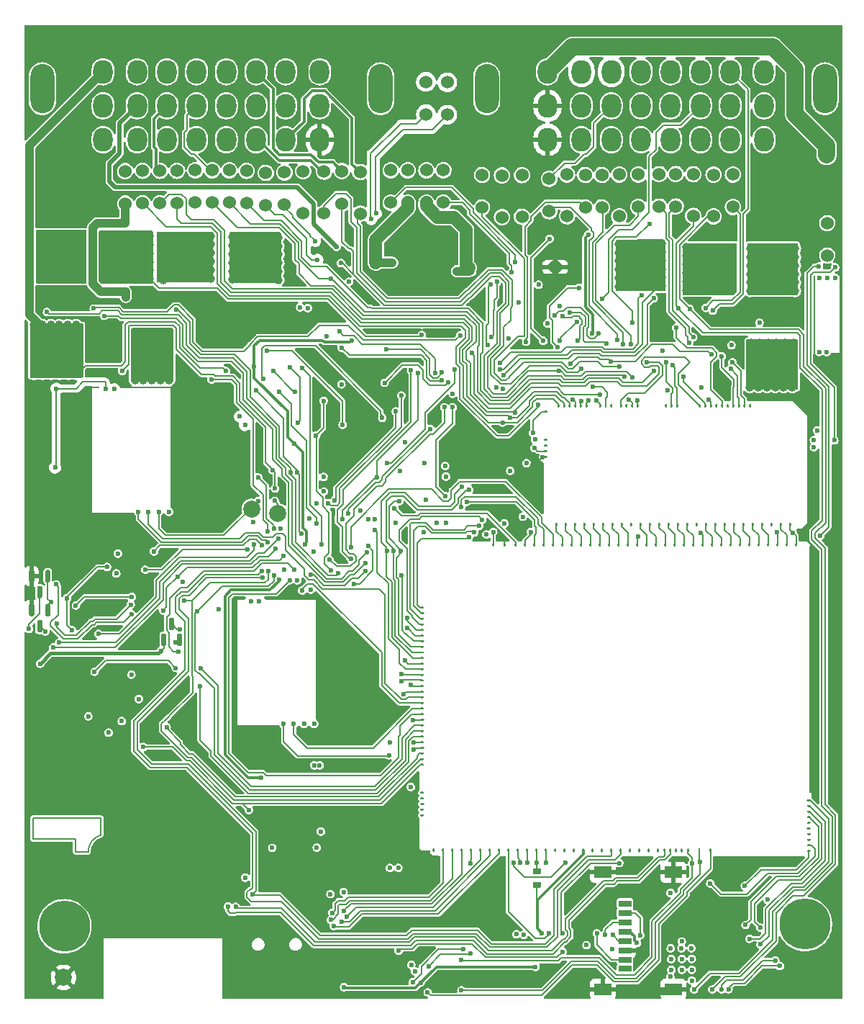
<source format=gbl>
G04 #@! TF.GenerationSoftware,KiCad,Pcbnew,(6.0.9)*
G04 #@! TF.CreationDate,2023-02-02T23:56:35+03:00*
G04 #@! TF.ProjectId,alphax_4ch,616c7068-6178-45f3-9463-682e6b696361,a*
G04 #@! TF.SameCoordinates,PX141f5e0PYa2cace0*
G04 #@! TF.FileFunction,Copper,L4,Bot*
G04 #@! TF.FilePolarity,Positive*
%FSLAX46Y46*%
G04 Gerber Fmt 4.6, Leading zero omitted, Abs format (unit mm)*
G04 Created by KiCad (PCBNEW (6.0.9)) date 2023-02-02 23:56:35*
%MOMM*%
%LPD*%
G01*
G04 APERTURE LIST*
G04 #@! TA.AperFunction,EtchedComponent*
%ADD10C,0.200000*%
G04 #@! TD*
G04 #@! TA.AperFunction,ComponentPad*
%ADD11C,0.599999*%
G04 #@! TD*
G04 #@! TA.AperFunction,ComponentPad*
%ADD12C,1.524000*%
G04 #@! TD*
G04 #@! TA.AperFunction,ComponentPad*
%ADD13C,6.000000*%
G04 #@! TD*
G04 #@! TA.AperFunction,ComponentPad*
%ADD14O,2.800000X5.800000*%
G04 #@! TD*
G04 #@! TA.AperFunction,ComponentPad*
%ADD15O,2.300000X2.800000*%
G04 #@! TD*
G04 #@! TA.AperFunction,ComponentPad*
%ADD16C,0.600000*%
G04 #@! TD*
G04 #@! TA.AperFunction,SMDPad,CuDef*
%ADD17R,0.250000X15.100000*%
G04 #@! TD*
G04 #@! TA.AperFunction,SMDPad,CuDef*
%ADD18R,1.115000X0.250000*%
G04 #@! TD*
G04 #@! TA.AperFunction,SMDPad,CuDef*
%ADD19R,0.250000X14.275000*%
G04 #@! TD*
G04 #@! TA.AperFunction,SMDPad,CuDef*
%ADD20R,5.175000X0.250000*%
G04 #@! TD*
G04 #@! TA.AperFunction,SMDPad,CuDef*
%ADD21R,6.185000X0.250000*%
G04 #@! TD*
G04 #@! TA.AperFunction,SMDPad,CuDef*
%ADD22R,2.000000X0.600000*%
G04 #@! TD*
G04 #@! TA.AperFunction,SMDPad,CuDef*
%ADD23O,0.200000X9.300000*%
G04 #@! TD*
G04 #@! TA.AperFunction,SMDPad,CuDef*
%ADD24O,1.200000X0.200000*%
G04 #@! TD*
G04 #@! TA.AperFunction,SMDPad,CuDef*
%ADD25C,2.000000*%
G04 #@! TD*
G04 #@! TA.AperFunction,SMDPad,CuDef*
%ADD26R,1.500000X0.800000*%
G04 #@! TD*
G04 #@! TA.AperFunction,SMDPad,CuDef*
%ADD27R,2.000000X1.450000*%
G04 #@! TD*
G04 #@! TA.AperFunction,ViaPad*
%ADD28C,0.600000*%
G04 #@! TD*
G04 #@! TA.AperFunction,ViaPad*
%ADD29C,1.000000*%
G04 #@! TD*
G04 #@! TA.AperFunction,ViaPad*
%ADD30C,1.500000*%
G04 #@! TD*
G04 #@! TA.AperFunction,Conductor*
%ADD31C,0.200000*%
G04 #@! TD*
G04 #@! TA.AperFunction,Conductor*
%ADD32C,0.500000*%
G04 #@! TD*
G04 #@! TA.AperFunction,Conductor*
%ADD33C,0.300000*%
G04 #@! TD*
G04 #@! TA.AperFunction,Conductor*
%ADD34C,1.000000*%
G04 #@! TD*
G04 #@! TA.AperFunction,Conductor*
%ADD35C,0.203200*%
G04 #@! TD*
G04 #@! TA.AperFunction,Conductor*
%ADD36C,0.400000*%
G04 #@! TD*
G04 #@! TA.AperFunction,Conductor*
%ADD37C,2.000000*%
G04 #@! TD*
G04 #@! TA.AperFunction,Conductor*
%ADD38C,1.500000*%
G04 #@! TD*
G04 APERTURE END LIST*
D10*
G04 #@! TO.C,G3*
X1107713Y21355349D02*
X9107713Y21355349D01*
X6107713Y17355349D02*
X6107713Y18855349D01*
X6107713Y18855349D02*
X1107713Y18855349D01*
X9107713Y21355349D02*
X9107713Y19355349D01*
X6107713Y17355349D02*
X7607713Y17355349D01*
X1107713Y18855349D02*
X1107713Y21355349D01*
X9107713Y19355348D02*
G75*
G03*
X7607713Y17355349I478801J-1921600D01*
G01*
G04 #@! TD*
D11*
G04 #@! TO.P,M4,V1,IGN8*
G04 #@! TO.N,GND*
X84894889Y11474986D03*
G04 #@! TO.P,M4,V2,IGN7*
X86729899Y11049978D03*
G04 #@! TO.P,M4,V3,IGN6*
X84679891Y10499981D03*
G04 #@! TO.P,M4,V4,IGN5*
X84894886Y9625022D03*
G04 #@! TO.P,M4,V5,IGN4*
G04 #@! TO.N,/IGN4*
X84969893Y8774999D03*
G04 #@! TO.P,M4,V6,IGN3*
G04 #@! TO.N,/IGN3*
X86729899Y8449983D03*
G04 #@! TO.P,M4,V7,IGN2*
G04 #@! TO.N,/IGN2*
X85419899Y7150016D03*
G04 #@! TO.P,M4,V8,IGN1*
G04 #@! TO.N,/IGN1*
X86729899Y6499999D03*
G04 #@! TO.P,M4,V9,VCC*
G04 #@! TO.N,+5V_IGN*
X80804884Y13675002D03*
G04 #@! TO.P,M4,V10,V33*
G04 #@! TO.N,+3V3_IGN*
X84879890Y13375000D03*
G04 #@! TD*
D12*
G04 #@! TO.P,R8,1,1*
G04 #@! TO.N,/CAN-*
X76750000Y93245000D03*
G04 #@! TO.P,R8,2,2*
G04 #@! TO.N,/C6*
X76750000Y97055000D03*
G04 #@! TD*
D13*
G04 #@! TO.P,J8,1,Pin_1*
G04 #@! TO.N,unconnected-(J8-Pad1)*
X4803000Y8619000D03*
G04 #@! TD*
D12*
G04 #@! TO.P,R59,1,1*
G04 #@! TO.N,/E8*
X45200000Y97505000D03*
G04 #@! TO.P,R59,2,2*
G04 #@! TO.N,/OUT_ETB-*
X45200000Y93695000D03*
G04 #@! TD*
G04 #@! TO.P,R9,1,1*
G04 #@! TO.N,/CAN+*
X74800000Y93245000D03*
G04 #@! TO.P,R9,2,2*
G04 #@! TO.N,/C5*
X74800000Y97055000D03*
G04 #@! TD*
G04 #@! TO.P,R68,1,1*
G04 #@! TO.N,/IN_TPS2*
X24200000Y93695000D03*
G04 #@! TO.P,R68,2,2*
G04 #@! TO.N,/D4*
X24200000Y97505000D03*
G04 #@! TD*
G04 #@! TO.P,F4,1,1*
G04 #@! TO.N,/A3*
X63950000Y97000000D03*
G04 #@! TO.P,F4,2,2*
G04 #@! TO.N,/OUT_PUMP_RELAY*
X63950000Y92100000D03*
G04 #@! TD*
G04 #@! TO.P,R91,1,1*
G04 #@! TO.N,/IN_KNOCK_RAW*
X94580000Y87485000D03*
G04 #@! TO.P,R91,2,2*
G04 #@! TO.N,/F3*
X94580000Y91295000D03*
G04 #@! TD*
G04 #@! TO.P,M5,E1,GND*
G04 #@! TO.N,GND*
G04 #@! TA.AperFunction,SMDPad,CuDef*
G36*
G01*
X61299998Y63946477D02*
X61549998Y63946477D01*
G75*
G02*
X61674998Y63821477I0J-125000D01*
G01*
X61674998Y63821477D01*
G75*
G02*
X61549998Y63696477I-125000J0D01*
G01*
X61299998Y63696477D01*
G75*
G02*
X61174998Y63821477I0J125000D01*
G01*
X61174998Y63821477D01*
G75*
G02*
X61299998Y63946477I125000J0D01*
G01*
G37*
G04 #@! TD.AperFunction*
G04 #@! TO.P,M5,E2,V5*
G04 #@! TO.N,+5V*
G04 #@! TA.AperFunction,SMDPad,CuDef*
G36*
G01*
X61299998Y64606478D02*
X61549998Y64606478D01*
G75*
G02*
X61674998Y64481478I0J-125000D01*
G01*
X61674998Y64481478D01*
G75*
G02*
X61549998Y64356478I-125000J0D01*
G01*
X61299998Y64356478D01*
G75*
G02*
X61174998Y64481478I0J125000D01*
G01*
X61174998Y64481478D01*
G75*
G02*
X61299998Y64606478I125000J0D01*
G01*
G37*
G04 #@! TD.AperFunction*
G04 #@! TO.P,M5,E3,WBO_O2S2*
G04 #@! TO.N,unconnected-(M5-PadE3)*
G04 #@! TA.AperFunction,SMDPad,CuDef*
G36*
G01*
X61299998Y65266479D02*
X61549998Y65266479D01*
G75*
G02*
X61674998Y65141479I0J-125000D01*
G01*
X61674998Y65141479D01*
G75*
G02*
X61549998Y65016479I-125000J0D01*
G01*
X61299998Y65016479D01*
G75*
G02*
X61174998Y65141479I0J125000D01*
G01*
X61174998Y65141479D01*
G75*
G02*
X61299998Y65266479I125000J0D01*
G01*
G37*
G04 #@! TD.AperFunction*
G04 #@! TO.P,M5,E4,WBO_O2S*
G04 #@! TO.N,unconnected-(M5-PadE4)*
G04 #@! TA.AperFunction,SMDPad,CuDef*
G36*
G01*
X61299998Y65926480D02*
X61549998Y65926480D01*
G75*
G02*
X61674998Y65801480I0J-125000D01*
G01*
X61674998Y65801480D01*
G75*
G02*
X61549998Y65676480I-125000J0D01*
G01*
X61299998Y65676480D01*
G75*
G02*
X61174998Y65801480I0J125000D01*
G01*
X61174998Y65801480D01*
G75*
G02*
X61299998Y65926480I125000J0D01*
G01*
G37*
G04 #@! TD.AperFunction*
G04 #@! TO.P,M5,E5,V5A*
G04 #@! TO.N,+5VA*
G04 #@! TA.AperFunction,SMDPad,CuDef*
G36*
G01*
X61299998Y69226487D02*
X61549998Y69226487D01*
G75*
G02*
X61674998Y69101487I0J-125000D01*
G01*
X61674998Y69101487D01*
G75*
G02*
X61549998Y68976487I-125000J0D01*
G01*
X61299998Y68976487D01*
G75*
G02*
X61174998Y69101487I0J125000D01*
G01*
X61174998Y69101487D01*
G75*
G02*
X61299998Y69226487I125000J0D01*
G01*
G37*
G04 #@! TD.AperFunction*
G04 #@! TO.P,M5,N1,V5A*
G04 #@! TA.AperFunction,SMDPad,CuDef*
G36*
G01*
X90070000Y55727684D02*
X90070000Y55977684D01*
G75*
G02*
X90195000Y56102684I125000J0D01*
G01*
X90195000Y56102684D01*
G75*
G02*
X90320000Y55977684I0J-125000D01*
G01*
X90320000Y55727684D01*
G75*
G02*
X90195000Y55602684I-125000J0D01*
G01*
X90195000Y55602684D01*
G75*
G02*
X90070000Y55727684I0J125000D01*
G01*
G37*
G04 #@! TD.AperFunction*
G04 #@! TO.P,M5,N2,GNDA*
G04 #@! TO.N,GNDA*
G04 #@! TA.AperFunction,SMDPad,CuDef*
G36*
G01*
X89219996Y55977684D02*
X89219996Y55727684D01*
G75*
G02*
X89094996Y55602684I-125000J0D01*
G01*
X89094996Y55602684D01*
G75*
G02*
X88969996Y55727684I0J125000D01*
G01*
X88969996Y55977684D01*
G75*
G02*
X89094996Y56102684I125000J0D01*
G01*
X89094996Y56102684D01*
G75*
G02*
X89219996Y55977684I0J-125000D01*
G01*
G37*
G04 #@! TD.AperFunction*
G04 #@! TO.P,M5,N3,RES2*
G04 #@! TO.N,unconnected-(M5-PadN3)*
G04 #@! TA.AperFunction,SMDPad,CuDef*
G36*
G01*
X88119995Y55977684D02*
X88119995Y55727684D01*
G75*
G02*
X87994995Y55602684I-125000J0D01*
G01*
X87994995Y55602684D01*
G75*
G02*
X87869995Y55727684I0J125000D01*
G01*
X87869995Y55977684D01*
G75*
G02*
X87994995Y56102684I125000J0D01*
G01*
X87994995Y56102684D01*
G75*
G02*
X88119995Y55977684I0J-125000D01*
G01*
G37*
G04 #@! TD.AperFunction*
G04 #@! TO.P,M5,N4,O2S2*
G04 #@! TO.N,/AFR*
G04 #@! TA.AperFunction,SMDPad,CuDef*
G36*
G01*
X87019998Y55977684D02*
X87019998Y55727684D01*
G75*
G02*
X86894998Y55602684I-125000J0D01*
G01*
X86894998Y55602684D01*
G75*
G02*
X86769998Y55727684I0J125000D01*
G01*
X86769998Y55977684D01*
G75*
G02*
X86894998Y56102684I125000J0D01*
G01*
X86894998Y56102684D01*
G75*
G02*
X87019998Y55977684I0J-125000D01*
G01*
G37*
G04 #@! TD.AperFunction*
G04 #@! TO.P,M5,N5,PPS*
G04 #@! TO.N,/PPS1*
G04 #@! TA.AperFunction,SMDPad,CuDef*
G36*
G01*
X85920000Y55977684D02*
X85920000Y55727684D01*
G75*
G02*
X85795000Y55602684I-125000J0D01*
G01*
X85795000Y55602684D01*
G75*
G02*
X85670000Y55727684I0J125000D01*
G01*
X85670000Y55977684D01*
G75*
G02*
X85795000Y56102684I125000J0D01*
G01*
X85795000Y56102684D01*
G75*
G02*
X85920000Y55977684I0J-125000D01*
G01*
G37*
G04 #@! TD.AperFunction*
G04 #@! TO.P,M5,N6,RES1*
G04 #@! TO.N,/CAM_VR*
G04 #@! TA.AperFunction,SMDPad,CuDef*
G36*
G01*
X84820002Y55977684D02*
X84820002Y55727684D01*
G75*
G02*
X84695002Y55602684I-125000J0D01*
G01*
X84695002Y55602684D01*
G75*
G02*
X84570002Y55727684I0J125000D01*
G01*
X84570002Y55977684D01*
G75*
G02*
X84695002Y56102684I125000J0D01*
G01*
X84695002Y56102684D01*
G75*
G02*
X84820002Y55977684I0J-125000D01*
G01*
G37*
G04 #@! TD.AperFunction*
G04 #@! TO.P,M5,N7,AUX4*
G04 #@! TO.N,/FLEX*
G04 #@! TA.AperFunction,SMDPad,CuDef*
G36*
G01*
X83720004Y55977684D02*
X83720004Y55727684D01*
G75*
G02*
X83595004Y55602684I-125000J0D01*
G01*
X83595004Y55602684D01*
G75*
G02*
X83470004Y55727684I0J125000D01*
G01*
X83470004Y55977684D01*
G75*
G02*
X83595004Y56102684I125000J0D01*
G01*
X83595004Y56102684D01*
G75*
G02*
X83720004Y55977684I0J-125000D01*
G01*
G37*
G04 #@! TD.AperFunction*
G04 #@! TO.P,M5,N8,AUX3*
G04 #@! TO.N,Net-(M5-PadN8)*
G04 #@! TA.AperFunction,SMDPad,CuDef*
G36*
G01*
X82620006Y55977684D02*
X82620006Y55727684D01*
G75*
G02*
X82495006Y55602684I-125000J0D01*
G01*
X82495006Y55602684D01*
G75*
G02*
X82370006Y55727684I0J125000D01*
G01*
X82370006Y55977684D01*
G75*
G02*
X82495006Y56102684I125000J0D01*
G01*
X82495006Y56102684D01*
G75*
G02*
X82620006Y55977684I0J-125000D01*
G01*
G37*
G04 #@! TD.AperFunction*
G04 #@! TO.P,M5,N9,AUX2*
G04 #@! TO.N,/PPS2*
G04 #@! TA.AperFunction,SMDPad,CuDef*
G36*
G01*
X81520009Y55977684D02*
X81520009Y55727684D01*
G75*
G02*
X81395009Y55602684I-125000J0D01*
G01*
X81395009Y55602684D01*
G75*
G02*
X81270009Y55727684I0J125000D01*
G01*
X81270009Y55977684D01*
G75*
G02*
X81395009Y56102684I125000J0D01*
G01*
X81395009Y56102684D01*
G75*
G02*
X81520009Y55977684I0J-125000D01*
G01*
G37*
G04 #@! TD.AperFunction*
G04 #@! TO.P,M5,N10,AUX1*
G04 #@! TO.N,/TPS2*
G04 #@! TA.AperFunction,SMDPad,CuDef*
G36*
G01*
X80420011Y55977684D02*
X80420011Y55727684D01*
G75*
G02*
X80295011Y55602684I-125000J0D01*
G01*
X80295011Y55602684D01*
G75*
G02*
X80170011Y55727684I0J125000D01*
G01*
X80170011Y55977684D01*
G75*
G02*
X80295011Y56102684I125000J0D01*
G01*
X80295011Y56102684D01*
G75*
G02*
X80420011Y55977684I0J-125000D01*
G01*
G37*
G04 #@! TD.AperFunction*
G04 #@! TO.P,M5,N11,RES3*
G04 #@! TO.N,unconnected-(M5-PadN11)*
G04 #@! TA.AperFunction,SMDPad,CuDef*
G36*
G01*
X79320013Y55977684D02*
X79320013Y55727684D01*
G75*
G02*
X79195013Y55602684I-125000J0D01*
G01*
X79195013Y55602684D01*
G75*
G02*
X79070013Y55727684I0J125000D01*
G01*
X79070013Y55977684D01*
G75*
G02*
X79195013Y56102684I125000J0D01*
G01*
X79195013Y56102684D01*
G75*
G02*
X79320013Y55977684I0J-125000D01*
G01*
G37*
G04 #@! TD.AperFunction*
G04 #@! TO.P,M5,N12,MAP3*
G04 #@! TO.N,/MAP2*
G04 #@! TA.AperFunction,SMDPad,CuDef*
G36*
G01*
X78220015Y55977684D02*
X78220015Y55727684D01*
G75*
G02*
X78095015Y55602684I-125000J0D01*
G01*
X78095015Y55602684D01*
G75*
G02*
X77970015Y55727684I0J125000D01*
G01*
X77970015Y55977684D01*
G75*
G02*
X78095015Y56102684I125000J0D01*
G01*
X78095015Y56102684D01*
G75*
G02*
X78220015Y55977684I0J-125000D01*
G01*
G37*
G04 #@! TD.AperFunction*
G04 #@! TO.P,M5,N13,MAP2*
G04 #@! TO.N,/MAP*
G04 #@! TA.AperFunction,SMDPad,CuDef*
G36*
G01*
X77120017Y55977684D02*
X77120017Y55727684D01*
G75*
G02*
X76995017Y55602684I-125000J0D01*
G01*
X76995017Y55602684D01*
G75*
G02*
X76870017Y55727684I0J125000D01*
G01*
X76870017Y55977684D01*
G75*
G02*
X76995017Y56102684I125000J0D01*
G01*
X76995017Y56102684D01*
G75*
G02*
X77120017Y55977684I0J-125000D01*
G01*
G37*
G04 #@! TD.AperFunction*
G04 #@! TO.P,M5,N14,MAP1*
G04 #@! TO.N,Net-(M5-PadN14)*
G04 #@! TA.AperFunction,SMDPad,CuDef*
G36*
G01*
X76020020Y55977684D02*
X76020020Y55727684D01*
G75*
G02*
X75895020Y55602684I-125000J0D01*
G01*
X75895020Y55602684D01*
G75*
G02*
X75770020Y55727684I0J125000D01*
G01*
X75770020Y55977684D01*
G75*
G02*
X75895020Y56102684I125000J0D01*
G01*
X75895020Y56102684D01*
G75*
G02*
X76020020Y55977684I0J-125000D01*
G01*
G37*
G04 #@! TD.AperFunction*
G04 #@! TO.P,M5,N15,IAT*
G04 #@! TO.N,/IAT*
G04 #@! TA.AperFunction,SMDPad,CuDef*
G36*
G01*
X74920022Y55977684D02*
X74920022Y55727684D01*
G75*
G02*
X74795022Y55602684I-125000J0D01*
G01*
X74795022Y55602684D01*
G75*
G02*
X74670022Y55727684I0J125000D01*
G01*
X74670022Y55977684D01*
G75*
G02*
X74795022Y56102684I125000J0D01*
G01*
X74795022Y56102684D01*
G75*
G02*
X74920022Y55977684I0J-125000D01*
G01*
G37*
G04 #@! TD.AperFunction*
G04 #@! TO.P,M5,N16,CLT*
G04 #@! TO.N,/CLT*
G04 #@! TA.AperFunction,SMDPad,CuDef*
G36*
G01*
X73820024Y55977684D02*
X73820024Y55727684D01*
G75*
G02*
X73695024Y55602684I-125000J0D01*
G01*
X73695024Y55602684D01*
G75*
G02*
X73570024Y55727684I0J125000D01*
G01*
X73570024Y55977684D01*
G75*
G02*
X73695024Y56102684I125000J0D01*
G01*
X73695024Y56102684D01*
G75*
G02*
X73820024Y55977684I0J-125000D01*
G01*
G37*
G04 #@! TD.AperFunction*
G04 #@! TO.P,M5,N17,TPS*
G04 #@! TO.N,/TPS1*
G04 #@! TA.AperFunction,SMDPad,CuDef*
G36*
G01*
X72720026Y55977684D02*
X72720026Y55727684D01*
G75*
G02*
X72595026Y55602684I-125000J0D01*
G01*
X72595026Y55602684D01*
G75*
G02*
X72470026Y55727684I0J125000D01*
G01*
X72470026Y55977684D01*
G75*
G02*
X72595026Y56102684I125000J0D01*
G01*
X72595026Y56102684D01*
G75*
G02*
X72720026Y55977684I0J-125000D01*
G01*
G37*
G04 #@! TD.AperFunction*
G04 #@! TO.P,M5,N18,O2S*
G04 #@! TO.N,unconnected-(M5-PadN18)*
G04 #@! TA.AperFunction,SMDPad,CuDef*
G36*
G01*
X71620028Y55977684D02*
X71620028Y55727684D01*
G75*
G02*
X71495028Y55602684I-125000J0D01*
G01*
X71495028Y55602684D01*
G75*
G02*
X71370028Y55727684I0J125000D01*
G01*
X71370028Y55977684D01*
G75*
G02*
X71495028Y56102684I125000J0D01*
G01*
X71495028Y56102684D01*
G75*
G02*
X71620028Y55977684I0J-125000D01*
G01*
G37*
G04 #@! TD.AperFunction*
G04 #@! TO.P,M5,N19,CAM*
G04 #@! TO.N,/CAM_HALL*
G04 #@! TA.AperFunction,SMDPad,CuDef*
G36*
G01*
X70520031Y55977684D02*
X70520031Y55727684D01*
G75*
G02*
X70395031Y55602684I-125000J0D01*
G01*
X70395031Y55602684D01*
G75*
G02*
X70270031Y55727684I0J125000D01*
G01*
X70270031Y55977684D01*
G75*
G02*
X70395031Y56102684I125000J0D01*
G01*
X70395031Y56102684D01*
G75*
G02*
X70520031Y55977684I0J-125000D01*
G01*
G37*
G04 #@! TD.AperFunction*
G04 #@! TO.P,M5,N20,VSS*
G04 #@! TO.N,/2STEP*
G04 #@! TA.AperFunction,SMDPad,CuDef*
G36*
G01*
X69420033Y55977684D02*
X69420033Y55727684D01*
G75*
G02*
X69295033Y55602684I-125000J0D01*
G01*
X69295033Y55602684D01*
G75*
G02*
X69170033Y55727684I0J125000D01*
G01*
X69170033Y55977684D01*
G75*
G02*
X69295033Y56102684I125000J0D01*
G01*
X69295033Y56102684D01*
G75*
G02*
X69420033Y55977684I0J-125000D01*
G01*
G37*
G04 #@! TD.AperFunction*
G04 #@! TO.P,M5,N21,CRANK*
G04 #@! TO.N,/CRANK*
G04 #@! TA.AperFunction,SMDPad,CuDef*
G36*
G01*
X68320035Y55977684D02*
X68320035Y55727684D01*
G75*
G02*
X68195035Y55602684I-125000J0D01*
G01*
X68195035Y55602684D01*
G75*
G02*
X68070035Y55727684I0J125000D01*
G01*
X68070035Y55977684D01*
G75*
G02*
X68195035Y56102684I125000J0D01*
G01*
X68195035Y56102684D01*
G75*
G02*
X68320035Y55977684I0J-125000D01*
G01*
G37*
G04 #@! TD.AperFunction*
G04 #@! TO.P,M5,N22,KNOCK*
G04 #@! TO.N,/KNOCK*
G04 #@! TA.AperFunction,SMDPad,CuDef*
G36*
G01*
X67220037Y55977684D02*
X67220037Y55727684D01*
G75*
G02*
X67095037Y55602684I-125000J0D01*
G01*
X67095037Y55602684D01*
G75*
G02*
X66970037Y55727684I0J125000D01*
G01*
X66970037Y55977684D01*
G75*
G02*
X67095037Y56102684I125000J0D01*
G01*
X67095037Y56102684D01*
G75*
G02*
X67220037Y55977684I0J-125000D01*
G01*
G37*
G04 #@! TD.AperFunction*
G04 #@! TO.P,M5,N23,SENS4*
G04 #@! TO.N,/DIG5*
G04 #@! TA.AperFunction,SMDPad,CuDef*
G36*
G01*
X66120039Y55977684D02*
X66120039Y55727684D01*
G75*
G02*
X65995039Y55602684I-125000J0D01*
G01*
X65995039Y55602684D01*
G75*
G02*
X65870039Y55727684I0J125000D01*
G01*
X65870039Y55977684D01*
G75*
G02*
X65995039Y56102684I125000J0D01*
G01*
X65995039Y56102684D01*
G75*
G02*
X66120039Y55977684I0J-125000D01*
G01*
G37*
G04 #@! TD.AperFunction*
G04 #@! TO.P,M5,N24,SENS3*
G04 #@! TO.N,/DIG4*
G04 #@! TA.AperFunction,SMDPad,CuDef*
G36*
G01*
X65020042Y55977684D02*
X65020042Y55727684D01*
G75*
G02*
X64895042Y55602684I-125000J0D01*
G01*
X64895042Y55602684D01*
G75*
G02*
X64770042Y55727684I0J125000D01*
G01*
X64770042Y55977684D01*
G75*
G02*
X64895042Y56102684I125000J0D01*
G01*
X64895042Y56102684D01*
G75*
G02*
X65020042Y55977684I0J-125000D01*
G01*
G37*
G04 #@! TD.AperFunction*
G04 #@! TO.P,M5,N25,SENS2*
G04 #@! TO.N,/DIG3*
G04 #@! TA.AperFunction,SMDPad,CuDef*
G36*
G01*
X63920044Y55977684D02*
X63920044Y55727684D01*
G75*
G02*
X63795044Y55602684I-125000J0D01*
G01*
X63795044Y55602684D01*
G75*
G02*
X63670044Y55727684I0J125000D01*
G01*
X63670044Y55977684D01*
G75*
G02*
X63795044Y56102684I125000J0D01*
G01*
X63795044Y56102684D01*
G75*
G02*
X63920044Y55977684I0J-125000D01*
G01*
G37*
G04 #@! TD.AperFunction*
G04 #@! TO.P,M5,N26,SENS1*
G04 #@! TO.N,/DIG2*
G04 #@! TA.AperFunction,SMDPad,CuDef*
G36*
G01*
X62820046Y55977684D02*
X62820046Y55727684D01*
G75*
G02*
X62695046Y55602684I-125000J0D01*
G01*
X62695046Y55602684D01*
G75*
G02*
X62570046Y55727684I0J125000D01*
G01*
X62570046Y55977684D01*
G75*
G02*
X62695046Y56102684I125000J0D01*
G01*
X62695046Y56102684D01*
G75*
G02*
X62820046Y55977684I0J-125000D01*
G01*
G37*
G04 #@! TD.AperFunction*
G04 #@! TO.P,M5,S1,IN_SENS1*
G04 #@! TO.N,/IN_D2*
G04 #@! TA.AperFunction,SMDPad,CuDef*
G36*
G01*
X63070990Y69939683D02*
X63070990Y69689683D01*
G75*
G02*
X62945990Y69564683I-125000J0D01*
G01*
X62945990Y69564683D01*
G75*
G02*
X62820990Y69689683I0J125000D01*
G01*
X62820990Y69939683D01*
G75*
G02*
X62945990Y70064683I125000J0D01*
G01*
X62945990Y70064683D01*
G75*
G02*
X63070990Y69939683I0J-125000D01*
G01*
G37*
G04 #@! TD.AperFunction*
G04 #@! TO.P,M5,S2,IN_SENS2*
G04 #@! TO.N,/IN_D3*
G04 #@! TA.AperFunction,SMDPad,CuDef*
G36*
G01*
X63730992Y69939683D02*
X63730992Y69689683D01*
G75*
G02*
X63605992Y69564683I-125000J0D01*
G01*
X63605992Y69564683D01*
G75*
G02*
X63480992Y69689683I0J125000D01*
G01*
X63480992Y69939683D01*
G75*
G02*
X63605992Y70064683I125000J0D01*
G01*
X63605992Y70064683D01*
G75*
G02*
X63730992Y69939683I0J-125000D01*
G01*
G37*
G04 #@! TD.AperFunction*
G04 #@! TO.P,M5,S3,IN_SENS3*
G04 #@! TO.N,/IN_D4*
G04 #@! TA.AperFunction,SMDPad,CuDef*
G36*
G01*
X64390993Y69939683D02*
X64390993Y69689683D01*
G75*
G02*
X64265993Y69564683I-125000J0D01*
G01*
X64265993Y69564683D01*
G75*
G02*
X64140993Y69689683I0J125000D01*
G01*
X64140993Y69939683D01*
G75*
G02*
X64265993Y70064683I125000J0D01*
G01*
X64265993Y70064683D01*
G75*
G02*
X64390993Y69939683I0J-125000D01*
G01*
G37*
G04 #@! TD.AperFunction*
G04 #@! TO.P,M5,S4,IN_SENS4*
G04 #@! TO.N,/IN_D5*
G04 #@! TA.AperFunction,SMDPad,CuDef*
G36*
G01*
X65050994Y69939683D02*
X65050994Y69689683D01*
G75*
G02*
X64925994Y69564683I-125000J0D01*
G01*
X64925994Y69564683D01*
G75*
G02*
X64800994Y69689683I0J125000D01*
G01*
X64800994Y69939683D01*
G75*
G02*
X64925994Y70064683I125000J0D01*
G01*
X64925994Y70064683D01*
G75*
G02*
X65050994Y69939683I0J-125000D01*
G01*
G37*
G04 #@! TD.AperFunction*
G04 #@! TO.P,M5,S5,IN_CAM*
G04 #@! TO.N,/IN_CAM_HALL*
G04 #@! TA.AperFunction,SMDPad,CuDef*
G36*
G01*
X65710995Y69939683D02*
X65710995Y69689683D01*
G75*
G02*
X65585995Y69564683I-125000J0D01*
G01*
X65585995Y69564683D01*
G75*
G02*
X65460995Y69689683I0J125000D01*
G01*
X65460995Y69939683D01*
G75*
G02*
X65585995Y70064683I125000J0D01*
G01*
X65585995Y70064683D01*
G75*
G02*
X65710995Y69939683I0J-125000D01*
G01*
G37*
G04 #@! TD.AperFunction*
G04 #@! TO.P,M5,S6,IN_VSS*
G04 #@! TO.N,/IN_2STEP*
G04 #@! TA.AperFunction,SMDPad,CuDef*
G36*
G01*
X66370997Y69939683D02*
X66370997Y69689683D01*
G75*
G02*
X66245997Y69564683I-125000J0D01*
G01*
X66245997Y69564683D01*
G75*
G02*
X66120997Y69689683I0J125000D01*
G01*
X66120997Y69939683D01*
G75*
G02*
X66245997Y70064683I125000J0D01*
G01*
X66245997Y70064683D01*
G75*
G02*
X66370997Y69939683I0J-125000D01*
G01*
G37*
G04 #@! TD.AperFunction*
G04 #@! TO.P,M5,S7,IN_KNOCK*
G04 #@! TO.N,/IN_KNOCK*
G04 #@! TA.AperFunction,SMDPad,CuDef*
G36*
G01*
X67971994Y69939683D02*
X67971994Y69689683D01*
G75*
G02*
X67846994Y69564683I-125000J0D01*
G01*
X67846994Y69564683D01*
G75*
G02*
X67721994Y69689683I0J125000D01*
G01*
X67721994Y69939683D01*
G75*
G02*
X67846994Y70064683I125000J0D01*
G01*
X67846994Y70064683D01*
G75*
G02*
X67971994Y69939683I0J-125000D01*
G01*
G37*
G04 #@! TD.AperFunction*
G04 #@! TO.P,M5,S8,IN_CRANK*
G04 #@! TO.N,/IN_CRANK*
G04 #@! TA.AperFunction,SMDPad,CuDef*
G36*
G01*
X68631995Y69939683D02*
X68631995Y69689683D01*
G75*
G02*
X68506995Y69564683I-125000J0D01*
G01*
X68506995Y69564683D01*
G75*
G02*
X68381995Y69689683I0J125000D01*
G01*
X68381995Y69939683D01*
G75*
G02*
X68506995Y70064683I125000J0D01*
G01*
X68506995Y70064683D01*
G75*
G02*
X68631995Y69939683I0J-125000D01*
G01*
G37*
G04 #@! TD.AperFunction*
G04 #@! TO.P,M5,S9,IN_O2S*
G04 #@! TO.N,unconnected-(M5-PadS9)*
G04 #@! TA.AperFunction,SMDPad,CuDef*
G36*
G01*
X69291997Y69939683D02*
X69291997Y69689683D01*
G75*
G02*
X69166997Y69564683I-125000J0D01*
G01*
X69166997Y69564683D01*
G75*
G02*
X69041997Y69689683I0J125000D01*
G01*
X69041997Y69939683D01*
G75*
G02*
X69166997Y70064683I125000J0D01*
G01*
X69166997Y70064683D01*
G75*
G02*
X69291997Y69939683I0J-125000D01*
G01*
G37*
G04 #@! TD.AperFunction*
G04 #@! TO.P,M5,S10,IN_TPS*
G04 #@! TO.N,/IN_TPS1*
G04 #@! TA.AperFunction,SMDPad,CuDef*
G36*
G01*
X70412896Y69939683D02*
X70412896Y69689683D01*
G75*
G02*
X70287896Y69564683I-125000J0D01*
G01*
X70287896Y69564683D01*
G75*
G02*
X70162896Y69689683I0J125000D01*
G01*
X70162896Y69939683D01*
G75*
G02*
X70287896Y70064683I125000J0D01*
G01*
X70287896Y70064683D01*
G75*
G02*
X70412896Y69939683I0J-125000D01*
G01*
G37*
G04 #@! TD.AperFunction*
G04 #@! TO.P,M5,S11,IN_MAP1*
G04 #@! TO.N,unconnected-(M5-PadS11)*
G04 #@! TA.AperFunction,SMDPad,CuDef*
G36*
G01*
X71072897Y69939683D02*
X71072897Y69689683D01*
G75*
G02*
X70947897Y69564683I-125000J0D01*
G01*
X70947897Y69564683D01*
G75*
G02*
X70822897Y69689683I0J125000D01*
G01*
X70822897Y69939683D01*
G75*
G02*
X70947897Y70064683I125000J0D01*
G01*
X70947897Y70064683D01*
G75*
G02*
X71072897Y69939683I0J-125000D01*
G01*
G37*
G04 #@! TD.AperFunction*
G04 #@! TO.P,M5,S12,IN_MAP2*
G04 #@! TO.N,/IN_MAP2*
G04 #@! TA.AperFunction,SMDPad,CuDef*
G36*
G01*
X71732898Y69939683D02*
X71732898Y69689683D01*
G75*
G02*
X71607898Y69564683I-125000J0D01*
G01*
X71607898Y69564683D01*
G75*
G02*
X71482898Y69689683I0J125000D01*
G01*
X71482898Y69939683D01*
G75*
G02*
X71607898Y70064683I125000J0D01*
G01*
X71607898Y70064683D01*
G75*
G02*
X71732898Y69939683I0J-125000D01*
G01*
G37*
G04 #@! TD.AperFunction*
G04 #@! TO.P,M5,S13,VREF2*
G04 #@! TO.N,/VREF2*
G04 #@! TA.AperFunction,SMDPad,CuDef*
G36*
G01*
X72392900Y69939683D02*
X72392900Y69689683D01*
G75*
G02*
X72267900Y69564683I-125000J0D01*
G01*
X72267900Y69564683D01*
G75*
G02*
X72142900Y69689683I0J125000D01*
G01*
X72142900Y69939683D01*
G75*
G02*
X72267900Y70064683I125000J0D01*
G01*
X72267900Y70064683D01*
G75*
G02*
X72392900Y69939683I0J-125000D01*
G01*
G37*
G04 #@! TD.AperFunction*
G04 #@! TO.P,M5,S14,VREF1*
G04 #@! TO.N,unconnected-(M5-PadS14)*
G04 #@! TA.AperFunction,SMDPad,CuDef*
G36*
G01*
X75718994Y69939683D02*
X75718994Y69689683D01*
G75*
G02*
X75593994Y69564683I-125000J0D01*
G01*
X75593994Y69564683D01*
G75*
G02*
X75468994Y69689683I0J125000D01*
G01*
X75468994Y69939683D01*
G75*
G02*
X75593994Y70064683I125000J0D01*
G01*
X75593994Y70064683D01*
G75*
G02*
X75718994Y69939683I0J-125000D01*
G01*
G37*
G04 #@! TD.AperFunction*
G04 #@! TO.P,M5,S15,IN_CLT*
G04 #@! TO.N,/IN_CLT*
G04 #@! TA.AperFunction,SMDPad,CuDef*
G36*
G01*
X76378995Y69939683D02*
X76378995Y69689683D01*
G75*
G02*
X76253995Y69564683I-125000J0D01*
G01*
X76253995Y69564683D01*
G75*
G02*
X76128995Y69689683I0J125000D01*
G01*
X76128995Y69939683D01*
G75*
G02*
X76253995Y70064683I125000J0D01*
G01*
X76253995Y70064683D01*
G75*
G02*
X76378995Y69939683I0J-125000D01*
G01*
G37*
G04 #@! TD.AperFunction*
G04 #@! TO.P,M5,S16,IN_IAT*
G04 #@! TO.N,/IN_IAT*
G04 #@! TA.AperFunction,SMDPad,CuDef*
G36*
G01*
X77038997Y69939683D02*
X77038997Y69689683D01*
G75*
G02*
X76913997Y69564683I-125000J0D01*
G01*
X76913997Y69564683D01*
G75*
G02*
X76788997Y69689683I0J125000D01*
G01*
X76788997Y69939683D01*
G75*
G02*
X76913997Y70064683I125000J0D01*
G01*
X76913997Y70064683D01*
G75*
G02*
X77038997Y69939683I0J-125000D01*
G01*
G37*
G04 #@! TD.AperFunction*
G04 #@! TO.P,M5,S17,IN_AUX1*
G04 #@! TO.N,/IN_TPS2*
G04 #@! TA.AperFunction,SMDPad,CuDef*
G36*
G01*
X79684988Y69939683D02*
X79684988Y69689683D01*
G75*
G02*
X79559988Y69564683I-125000J0D01*
G01*
X79559988Y69564683D01*
G75*
G02*
X79434988Y69689683I0J125000D01*
G01*
X79434988Y69939683D01*
G75*
G02*
X79559988Y70064683I125000J0D01*
G01*
X79559988Y70064683D01*
G75*
G02*
X79684988Y69939683I0J-125000D01*
G01*
G37*
G04 #@! TD.AperFunction*
G04 #@! TO.P,M5,S18,IN_AUX2*
G04 #@! TO.N,/IN_PPS2*
G04 #@! TA.AperFunction,SMDPad,CuDef*
G36*
G01*
X80344989Y69939683D02*
X80344989Y69689683D01*
G75*
G02*
X80219989Y69564683I-125000J0D01*
G01*
X80219989Y69564683D01*
G75*
G02*
X80094989Y69689683I0J125000D01*
G01*
X80094989Y69939683D01*
G75*
G02*
X80219989Y70064683I125000J0D01*
G01*
X80219989Y70064683D01*
G75*
G02*
X80344989Y69939683I0J-125000D01*
G01*
G37*
G04 #@! TD.AperFunction*
G04 #@! TO.P,M5,S19,IN_MAP3*
G04 #@! TO.N,/IN_MAP3*
G04 #@! TA.AperFunction,SMDPad,CuDef*
G36*
G01*
X81004991Y69939683D02*
X81004991Y69689683D01*
G75*
G02*
X80879991Y69564683I-125000J0D01*
G01*
X80879991Y69564683D01*
G75*
G02*
X80754991Y69689683I0J125000D01*
G01*
X80754991Y69939683D01*
G75*
G02*
X80879991Y70064683I125000J0D01*
G01*
X80879991Y70064683D01*
G75*
G02*
X81004991Y69939683I0J-125000D01*
G01*
G37*
G04 #@! TD.AperFunction*
G04 #@! TO.P,M5,S20,IN_AUX3*
G04 #@! TO.N,unconnected-(M5-PadS20)*
G04 #@! TA.AperFunction,SMDPad,CuDef*
G36*
G01*
X81664992Y69939683D02*
X81664992Y69689683D01*
G75*
G02*
X81539992Y69564683I-125000J0D01*
G01*
X81539992Y69564683D01*
G75*
G02*
X81414992Y69689683I0J125000D01*
G01*
X81414992Y69939683D01*
G75*
G02*
X81539992Y70064683I125000J0D01*
G01*
X81539992Y70064683D01*
G75*
G02*
X81664992Y69939683I0J-125000D01*
G01*
G37*
G04 #@! TD.AperFunction*
G04 #@! TO.P,M5,S21,IN_AUX4*
G04 #@! TO.N,/IN_FLEX*
G04 #@! TA.AperFunction,SMDPad,CuDef*
G36*
G01*
X82324993Y69939683D02*
X82324993Y69689683D01*
G75*
G02*
X82199993Y69564683I-125000J0D01*
G01*
X82199993Y69564683D01*
G75*
G02*
X82074993Y69689683I0J125000D01*
G01*
X82074993Y69939683D01*
G75*
G02*
X82199993Y70064683I125000J0D01*
G01*
X82199993Y70064683D01*
G75*
G02*
X82324993Y69939683I0J-125000D01*
G01*
G37*
G04 #@! TD.AperFunction*
G04 #@! TO.P,M5,S22,IN_RES3*
G04 #@! TO.N,unconnected-(M5-PadS22)*
G04 #@! TA.AperFunction,SMDPad,CuDef*
G36*
G01*
X82984994Y69939683D02*
X82984994Y69689683D01*
G75*
G02*
X82859994Y69564683I-125000J0D01*
G01*
X82859994Y69564683D01*
G75*
G02*
X82734994Y69689683I0J125000D01*
G01*
X82734994Y69939683D01*
G75*
G02*
X82859994Y70064683I125000J0D01*
G01*
X82859994Y70064683D01*
G75*
G02*
X82984994Y69939683I0J-125000D01*
G01*
G37*
G04 #@! TD.AperFunction*
G04 #@! TO.P,M5,S23,IN_RES1*
G04 #@! TO.N,/IN_CAM_VR*
G04 #@! TA.AperFunction,SMDPad,CuDef*
G36*
G01*
X83644996Y69939683D02*
X83644996Y69689683D01*
G75*
G02*
X83519996Y69564683I-125000J0D01*
G01*
X83519996Y69564683D01*
G75*
G02*
X83394996Y69689683I0J125000D01*
G01*
X83394996Y69939683D01*
G75*
G02*
X83519996Y70064683I125000J0D01*
G01*
X83519996Y70064683D01*
G75*
G02*
X83644996Y69939683I0J-125000D01*
G01*
G37*
G04 #@! TD.AperFunction*
G04 #@! TO.P,M5,S24,IN_PPS*
G04 #@! TO.N,/IN_PPS1*
G04 #@! TA.AperFunction,SMDPad,CuDef*
G36*
G01*
X84304997Y69939683D02*
X84304997Y69689683D01*
G75*
G02*
X84179997Y69564683I-125000J0D01*
G01*
X84179997Y69564683D01*
G75*
G02*
X84054997Y69689683I0J125000D01*
G01*
X84054997Y69939683D01*
G75*
G02*
X84179997Y70064683I125000J0D01*
G01*
X84179997Y70064683D01*
G75*
G02*
X84304997Y69939683I0J-125000D01*
G01*
G37*
G04 #@! TD.AperFunction*
G04 #@! TO.P,M5,S25,IN_O2S2*
G04 #@! TO.N,/IN_AFR*
G04 #@! TA.AperFunction,SMDPad,CuDef*
G36*
G01*
X84964998Y69939683D02*
X84964998Y69689683D01*
G75*
G02*
X84839998Y69564683I-125000J0D01*
G01*
X84839998Y69564683D01*
G75*
G02*
X84714998Y69689683I0J125000D01*
G01*
X84714998Y69939683D01*
G75*
G02*
X84839998Y70064683I125000J0D01*
G01*
X84839998Y70064683D01*
G75*
G02*
X84964998Y69939683I0J-125000D01*
G01*
G37*
G04 #@! TD.AperFunction*
G04 #@! TO.P,M5,S26,IN_RES2*
G04 #@! TO.N,unconnected-(M5-PadS26)*
G04 #@! TA.AperFunction,SMDPad,CuDef*
G36*
G01*
X85625000Y69939683D02*
X85625000Y69689683D01*
G75*
G02*
X85500000Y69564683I-125000J0D01*
G01*
X85500000Y69564683D01*
G75*
G02*
X85375000Y69689683I0J125000D01*
G01*
X85375000Y69939683D01*
G75*
G02*
X85500000Y70064683I125000J0D01*
G01*
X85500000Y70064683D01*
G75*
G02*
X85625000Y69939683I0J-125000D01*
G01*
G37*
G04 #@! TD.AperFunction*
G04 #@! TD*
D14*
G04 #@! TO.P,P2,*
G04 #@! TO.N,*
X42000000Y107100000D03*
X2200000Y107100000D03*
D15*
G04 #@! TO.P,P2,1,D1*
G04 #@! TO.N,/D1*
X9350000Y101100000D03*
G04 #@! TO.P,P2,2,D2*
G04 #@! TO.N,/D2*
X13350000Y101100000D03*
G04 #@! TO.P,P2,3,D3*
G04 #@! TO.N,/D3*
X16850000Y101100000D03*
G04 #@! TO.P,P2,4,D4*
G04 #@! TO.N,/D4*
X20350000Y101100000D03*
G04 #@! TO.P,P2,5,D5*
G04 #@! TO.N,/D5*
X23850000Y101100000D03*
G04 #@! TO.P,P2,6,D6*
G04 #@! TO.N,/D6*
X27350000Y101100000D03*
G04 #@! TO.P,P2,7,D7*
G04 #@! TO.N,/D7*
X30850000Y101100000D03*
G04 #@! TO.P,P2,8,D8*
G04 #@! TO.N,GND*
X34850000Y101100000D03*
G04 #@! TO.P,P2,9,E1*
G04 #@! TO.N,/OUT_INJ4*
X9350000Y105100000D03*
G04 #@! TO.P,P2,10,E2*
G04 #@! TO.N,/OUT_NOS*
X13350000Y105100000D03*
G04 #@! TO.P,P2,11,E3*
G04 #@! TO.N,/E3*
X16850000Y105100000D03*
G04 #@! TO.P,P2,12,E4*
G04 #@! TO.N,/E4*
X20350000Y105100000D03*
G04 #@! TO.P,P2,13,E5*
G04 #@! TO.N,/E5*
X23850000Y105100000D03*
G04 #@! TO.P,P2,14,E6*
G04 #@! TO.N,/E6*
X27350000Y105100000D03*
G04 #@! TO.P,P2,15,E7*
G04 #@! TO.N,/E7*
X30850000Y105100000D03*
G04 #@! TO.P,P2,16,E8*
G04 #@! TO.N,/E8*
X34850000Y105100000D03*
G04 #@! TO.P,P2,17,F1*
G04 #@! TO.N,/OUT_IDLE2*
X9350000Y109100000D03*
G04 #@! TO.P,P2,18,F2*
G04 #@! TO.N,/OUT_VVT1*
X13350000Y109100000D03*
G04 #@! TO.P,P2,19,F3*
G04 #@! TO.N,/F3*
X16850000Y109100000D03*
G04 #@! TO.P,P2,20,F4*
G04 #@! TO.N,/F4*
X20350000Y109100000D03*
G04 #@! TO.P,P2,21,F5*
G04 #@! TO.N,/F5*
X23850000Y109100000D03*
G04 #@! TO.P,P2,22,F6*
G04 #@! TO.N,/F6*
X27350000Y109100000D03*
G04 #@! TO.P,P2,23,F7*
G04 #@! TO.N,/F7*
X30850000Y109100000D03*
G04 #@! TO.P,P2,24,F8*
G04 #@! TO.N,/F8*
X34850000Y109100000D03*
G04 #@! TD*
D12*
G04 #@! TO.P,R11,1,1*
G04 #@! TO.N,/IN_CRANK+*
X47350000Y104095000D03*
G04 #@! TO.P,R11,2,2*
G04 #@! TO.N,/C3*
X47350000Y107905000D03*
G04 #@! TD*
G04 #@! TO.P,R60,1,1*
G04 #@! TO.N,/IN_FLEX*
X43200000Y93695000D03*
G04 #@! TO.P,R60,2,2*
G04 #@! TO.N,/E7*
X43200000Y97505000D03*
G04 #@! TD*
G04 #@! TO.P,R17,1,1*
G04 #@! TO.N,/IN_AFR*
X68050000Y93145000D03*
G04 #@! TO.P,R17,2,2*
G04 #@! TO.N,/B4*
X68050000Y96955000D03*
G04 #@! TD*
G04 #@! TO.P,R63,1,1*
G04 #@! TO.N,/IN_D4*
X22200000Y93695000D03*
G04 #@! TO.P,R63,2,2*
G04 #@! TO.N,/E4*
X22200000Y97505000D03*
G04 #@! TD*
G04 #@! TO.P,R16,1,1*
G04 #@! TO.N,/IN_TPS1*
X72350000Y93195000D03*
G04 #@! TO.P,R16,2,2*
G04 #@! TO.N,/B5*
X72350000Y97005000D03*
G04 #@! TD*
G04 #@! TO.P,R70,1,1*
G04 #@! TO.N,/OUT_BOOST*
X11950000Y93595000D03*
G04 #@! TO.P,R70,2,2*
G04 #@! TO.N,/D2*
X11950000Y97405000D03*
G04 #@! TD*
D11*
G04 #@! TO.P,M7,V1,V5*
G04 #@! TO.N,+5V*
X51750003Y5925001D03*
G04 #@! TO.P,M7,V2,CAN_VIO*
G04 #@! TO.N,/CAN_VIO*
X52625005Y5400001D03*
G04 #@! TO.P,M7,V5,CAN_TX*
G04 #@! TO.N,/CAN_TX*
X51450001Y4650003D03*
G04 #@! TO.P,M7,V6,CAN_RX*
G04 #@! TO.N,/CAN_RX*
X51525004Y1100002D03*
G04 #@! TD*
G04 #@! TO.P,M1,V1,V12*
G04 #@! TO.N,+12V*
X27937888Y26083984D03*
G04 #@! TO.P,M1,V2,VBAT*
G04 #@! TO.N,unconnected-(M1-PadV2)*
X29262892Y17858984D03*
G04 #@! TO.P,M1,V3,IN_VIGN*
G04 #@! TO.N,/IN_VIGN*
X34495386Y17876489D03*
G04 #@! TO.P,M1,V4,V12_PERM*
G04 #@! TO.N,+12V_RAW*
X34987892Y19758985D03*
G04 #@! TO.P,M1,V5,VIGN*
G04 #@! TO.N,/VIGN*
X36112878Y12408992D03*
G04 #@! TD*
D16*
G04 #@! TO.P,M3,E1,Thresh_IN*
G04 #@! TO.N,/THRESHOLD_VR_CM*
X31800000Y32400000D03*
G04 #@! TO.P,M3,E2,OUT_A*
G04 #@! TO.N,/VR_ANALOG_CM*
X30600000Y32400000D03*
G04 #@! TO.P,M3,E3,OUT*
G04 #@! TO.N,/IN_CAM_VR*
X33000000Y32400000D03*
G04 #@! TO.P,M3,E4,V5_IN*
G04 #@! TO.N,+5V*
X34200000Y32400000D03*
D17*
G04 #@! TO.P,M3,G,GND*
G04 #@! TO.N,GND*
X25050000Y39625000D03*
D18*
X25482500Y47050000D03*
D19*
X34500000Y40037500D03*
D20*
X27512500Y32200000D03*
D21*
X31532500Y47050000D03*
D16*
G04 #@! TO.P,M3,W1,VR-*
G04 #@! TO.N,/IN_CAM_VR-*
X27740000Y46825000D03*
G04 #@! TO.P,M3,W2,VR+*
G04 #@! TO.N,/IN_CAM_VR+*
X26740000Y46825000D03*
G04 #@! TD*
D12*
G04 #@! TO.P,R10,1,1*
G04 #@! TO.N,/IN_2STEP*
X66100000Y93145000D03*
G04 #@! TO.P,R10,2,2*
G04 #@! TO.N,/C4*
X66100000Y96955000D03*
G04 #@! TD*
G04 #@! TO.P,R62,1,1*
G04 #@! TO.N,/IN_CAM_VR-*
X28500000Y93395000D03*
G04 #@! TO.P,R62,2,2*
G04 #@! TO.N,/E5*
X28500000Y97205000D03*
G04 #@! TD*
G04 #@! TO.P,F7,1,1*
G04 #@! TO.N,/F5*
X32900000Y97399979D03*
G04 #@! TO.P,F7,2,2*
G04 #@! TO.N,/OUT_MAIN*
X32900000Y92499979D03*
G04 #@! TD*
D16*
G04 #@! TO.P,U1,11,GND*
G04 #@! TO.N,GND*
X61850000Y86140000D03*
X63250000Y86140000D03*
D22*
X62550000Y86140000D03*
G04 #@! TD*
D12*
G04 #@! TO.P,R56,1,1*
G04 #@! TO.N,/IN_D5*
X14000000Y93645000D03*
G04 #@! TO.P,R56,2,2*
G04 #@! TO.N,/F3*
X14000000Y97455000D03*
G04 #@! TD*
G04 #@! TO.P,R19,1,1*
G04 #@! TO.N,/IN_MAP2*
X53950000Y93145000D03*
G04 #@! TO.P,R19,2,2*
G04 #@! TO.N,/B2*
X53950000Y96955000D03*
G04 #@! TD*
G04 #@! TO.P,R67,2,2*
G04 #@! TO.N,/D5*
X26250000Y97455000D03*
G04 #@! TO.P,R67,1,1*
G04 #@! TO.N,/IN_PPS1*
X26250000Y93645000D03*
G04 #@! TD*
G04 #@! TO.P,F1,1,1*
G04 #@! TO.N,/A7*
X81196000Y96995000D03*
G04 #@! TO.P,F1,2,2*
G04 #@! TO.N,/OUT_IGN2*
X81196000Y92095000D03*
G04 #@! TD*
G04 #@! TO.P,R64,1,1*
G04 #@! TO.N,/IN_D3*
X16050000Y93645000D03*
G04 #@! TO.P,R64,2,2*
G04 #@! TO.N,/E3*
X16050000Y97455000D03*
G04 #@! TD*
G04 #@! TO.P,F3,1,1*
G04 #@! TO.N,/A4*
X70100000Y97000000D03*
G04 #@! TO.P,F3,2,2*
G04 #@! TO.N,/OUT_TACH*
X70100000Y92100000D03*
G04 #@! TD*
G04 #@! TO.P,R61,1,1*
G04 #@! TO.N,/IN_CAM_VR+*
X30700000Y93445000D03*
G04 #@! TO.P,R61,2,2*
G04 #@! TO.N,/E6*
X30700000Y97255000D03*
G04 #@! TD*
D13*
G04 #@! TO.P,J7,1,Pin_1*
G04 #@! TO.N,unconnected-(J7-Pad1)*
X91948000Y8873000D03*
G04 #@! TD*
D12*
G04 #@! TO.P,R69,1,1*
G04 #@! TO.N,/IN_D2*
X18050000Y93645000D03*
G04 #@! TO.P,R69,2,2*
G04 #@! TO.N,/D3*
X18050000Y97455000D03*
G04 #@! TD*
G04 #@! TO.P,R55,1,1*
G04 #@! TO.N,/OUT_VVT2*
X20200000Y93695000D03*
G04 #@! TO.P,R55,2,2*
G04 #@! TO.N,/F4*
X20200000Y97505000D03*
G04 #@! TD*
G04 #@! TO.P,F8,1,1*
G04 #@! TO.N,/D7*
X39600000Y97299979D03*
G04 #@! TO.P,F8,2,2*
G04 #@! TO.N,/OUT_IGN4*
X39600000Y92399979D03*
G04 #@! TD*
G04 #@! TO.P,R54,1,1*
G04 #@! TO.N,/IN_PPS2*
X37450000Y93595000D03*
G04 #@! TO.P,R54,2,2*
G04 #@! TO.N,/F6*
X37450000Y97405000D03*
G04 #@! TD*
G04 #@! TO.P,R52,1,1*
G04 #@! TO.N,/OUT_ETB+*
X47400000Y93695000D03*
G04 #@! TO.P,R52,2,2*
G04 #@! TO.N,/F8*
X47400000Y97505000D03*
G04 #@! TD*
D16*
G04 #@! TO.P,M9,E1,V5A*
G04 #@! TO.N,+5VA*
X93620000Y84850000D03*
D23*
G04 #@! TO.P,M9,E2,GND*
G04 #@! TO.N,GND*
X93020000Y80500000D03*
X96120000Y80500000D03*
D24*
X95620000Y75950000D03*
X95620000Y75950000D03*
D16*
X94570000Y84850000D03*
G04 #@! TO.P,M9,E3,OUT_KNOCK*
G04 #@! TO.N,/IN_KNOCK*
X95519998Y84850000D03*
G04 #@! TO.P,M9,W1,IN_KNOCK*
G04 #@! TO.N,/IN_KNOCK_RAW*
X94520000Y76150000D03*
G04 #@! TO.P,M9,W2,VREF*
G04 #@! TO.N,/VREF2*
X93620000Y76150000D03*
G04 #@! TD*
G04 #@! TO.P,M6,E1,SPI1_SCK*
G04 #@! TO.N,unconnected-(M6-PadE1)*
G04 #@! TA.AperFunction,SMDPad,CuDef*
G36*
G01*
X46760503Y21803625D02*
X47010503Y21803625D01*
G75*
G02*
X47135503Y21678625I0J-125000D01*
G01*
X47135503Y21678625D01*
G75*
G02*
X47010503Y21553625I-125000J0D01*
G01*
X46760503Y21553625D01*
G75*
G02*
X46635503Y21678625I0J125000D01*
G01*
X46635503Y21678625D01*
G75*
G02*
X46760503Y21803625I125000J0D01*
G01*
G37*
G04 #@! TD.AperFunction*
G04 #@! TO.P,M6,E2,SPI1_MISO*
G04 #@! TO.N,unconnected-(M6-PadE2)*
G04 #@! TA.AperFunction,SMDPad,CuDef*
G36*
G01*
X47010503Y22213623D02*
X46760503Y22213623D01*
G75*
G02*
X46635503Y22338623I0J125000D01*
G01*
X46635503Y22338623D01*
G75*
G02*
X46760503Y22463623I125000J0D01*
G01*
X47010503Y22463623D01*
G75*
G02*
X47135503Y22338623I0J-125000D01*
G01*
X47135503Y22338623D01*
G75*
G02*
X47010503Y22213623I-125000J0D01*
G01*
G37*
G04 #@! TD.AperFunction*
G04 #@! TO.P,M6,E3,SPI1_MOSI*
G04 #@! TO.N,unconnected-(M6-PadE3)*
G04 #@! TA.AperFunction,SMDPad,CuDef*
G36*
G01*
X47010503Y22873628D02*
X46760503Y22873628D01*
G75*
G02*
X46635503Y22998628I0J125000D01*
G01*
X46635503Y22998628D01*
G75*
G02*
X46760503Y23123628I125000J0D01*
G01*
X47010503Y23123628D01*
G75*
G02*
X47135503Y22998628I0J-125000D01*
G01*
X47135503Y22998628D01*
G75*
G02*
X47010503Y22873628I-125000J0D01*
G01*
G37*
G04 #@! TD.AperFunction*
G04 #@! TO.P,M6,E4,SPI1_CS1*
G04 #@! TO.N,unconnected-(M6-PadE4)*
G04 #@! TA.AperFunction,SMDPad,CuDef*
G36*
G01*
X47010503Y23533623D02*
X46760503Y23533623D01*
G75*
G02*
X46635503Y23658623I0J125000D01*
G01*
X46635503Y23658623D01*
G75*
G02*
X46760503Y23783623I125000J0D01*
G01*
X47010503Y23783623D01*
G75*
G02*
X47135503Y23658623I0J-125000D01*
G01*
X47135503Y23658623D01*
G75*
G02*
X47010503Y23533623I-125000J0D01*
G01*
G37*
G04 #@! TD.AperFunction*
G04 #@! TO.P,M6,E5,SPI1_CS2*
G04 #@! TO.N,unconnected-(M6-PadE5)*
G04 #@! TA.AperFunction,SMDPad,CuDef*
G36*
G01*
X47010503Y24193625D02*
X46760503Y24193625D01*
G75*
G02*
X46635503Y24318625I0J125000D01*
G01*
X46635503Y24318625D01*
G75*
G02*
X46760503Y24443625I125000J0D01*
G01*
X47010503Y24443625D01*
G75*
G02*
X47135503Y24318625I0J-125000D01*
G01*
X47135503Y24318625D01*
G75*
G02*
X47010503Y24193625I-125000J0D01*
G01*
G37*
G04 #@! TD.AperFunction*
G04 #@! TO.P,M6,E6,OUT_IO3*
G04 #@! TO.N,/PWR_EN*
G04 #@! TA.AperFunction,SMDPad,CuDef*
G36*
G01*
X47010503Y27493626D02*
X46760503Y27493626D01*
G75*
G02*
X46635503Y27618626I0J125000D01*
G01*
X46635503Y27618626D01*
G75*
G02*
X46760503Y27743626I125000J0D01*
G01*
X47010503Y27743626D01*
G75*
G02*
X47135503Y27618626I0J-125000D01*
G01*
X47135503Y27618626D01*
G75*
G02*
X47010503Y27493626I-125000J0D01*
G01*
G37*
G04 #@! TD.AperFunction*
G04 #@! TO.P,M6,E7,OUT_IO5*
G04 #@! TO.N,/CRANK_N_PULLUP*
G04 #@! TA.AperFunction,SMDPad,CuDef*
G36*
G01*
X47010503Y28153627D02*
X46760503Y28153627D01*
G75*
G02*
X46635503Y28278627I0J125000D01*
G01*
X46635503Y28278627D01*
G75*
G02*
X46760503Y28403627I125000J0D01*
G01*
X47010503Y28403627D01*
G75*
G02*
X47135503Y28278627I0J-125000D01*
G01*
X47135503Y28278627D01*
G75*
G02*
X47010503Y28153627I-125000J0D01*
G01*
G37*
G04 #@! TD.AperFunction*
G04 #@! TO.P,M6,E8,OUT_IO1*
G04 #@! TO.N,/TACH_PULLUP*
G04 #@! TA.AperFunction,SMDPad,CuDef*
G36*
G01*
X47010503Y28813629D02*
X46760503Y28813629D01*
G75*
G02*
X46635503Y28938629I0J125000D01*
G01*
X46635503Y28938629D01*
G75*
G02*
X46760503Y29063629I125000J0D01*
G01*
X47010503Y29063629D01*
G75*
G02*
X47135503Y28938629I0J-125000D01*
G01*
X47135503Y28938629D01*
G75*
G02*
X47010503Y28813629I-125000J0D01*
G01*
G37*
G04 #@! TD.AperFunction*
G04 #@! TO.P,M6,E9,OUT_IO6*
G04 #@! TO.N,/NOS*
G04 #@! TA.AperFunction,SMDPad,CuDef*
G36*
G01*
X47010503Y29473627D02*
X46760503Y29473627D01*
G75*
G02*
X46635503Y29598627I0J125000D01*
G01*
X46635503Y29598627D01*
G75*
G02*
X46760503Y29723627I125000J0D01*
G01*
X47010503Y29723627D01*
G75*
G02*
X47135503Y29598627I0J-125000D01*
G01*
X47135503Y29598627D01*
G75*
G02*
X47010503Y29473627I-125000J0D01*
G01*
G37*
G04 #@! TD.AperFunction*
G04 #@! TO.P,M6,E10,OUT_IO10*
G04 #@! TO.N,/MAIN*
G04 #@! TA.AperFunction,SMDPad,CuDef*
G36*
G01*
X47010503Y30133629D02*
X46760503Y30133629D01*
G75*
G02*
X46635503Y30258629I0J125000D01*
G01*
X46635503Y30258629D01*
G75*
G02*
X46760503Y30383629I125000J0D01*
G01*
X47010503Y30383629D01*
G75*
G02*
X47135503Y30258629I0J-125000D01*
G01*
X47135503Y30258629D01*
G75*
G02*
X47010503Y30133629I-125000J0D01*
G01*
G37*
G04 #@! TD.AperFunction*
G04 #@! TO.P,M6,E11,OUT_IO9*
G04 #@! TO.N,/CAM_VR_PULLUP*
G04 #@! TA.AperFunction,SMDPad,CuDef*
G36*
G01*
X47010503Y30793627D02*
X46760503Y30793627D01*
G75*
G02*
X46635503Y30918627I0J125000D01*
G01*
X46635503Y30918627D01*
G75*
G02*
X46760503Y31043627I125000J0D01*
G01*
X47010503Y31043627D01*
G75*
G02*
X47135503Y30918627I0J-125000D01*
G01*
X47135503Y30918627D01*
G75*
G02*
X47010503Y30793627I-125000J0D01*
G01*
G37*
G04 #@! TD.AperFunction*
G04 #@! TO.P,M6,E12,OUT_IO2*
G04 #@! TO.N,/CRANK_P_PULLUP*
G04 #@! TA.AperFunction,SMDPad,CuDef*
G36*
G01*
X47010503Y31453628D02*
X46760503Y31453628D01*
G75*
G02*
X46635503Y31578628I0J125000D01*
G01*
X46635503Y31578628D01*
G75*
G02*
X46760503Y31703628I125000J0D01*
G01*
X47010503Y31703628D01*
G75*
G02*
X47135503Y31578628I0J-125000D01*
G01*
X47135503Y31578628D01*
G75*
G02*
X47010503Y31453628I-125000J0D01*
G01*
G37*
G04 #@! TD.AperFunction*
G04 #@! TO.P,M6,E13,OUT_IO12*
G04 #@! TO.N,/PUMP_RELAY*
G04 #@! TA.AperFunction,SMDPad,CuDef*
G36*
G01*
X47010503Y32113627D02*
X46760503Y32113627D01*
G75*
G02*
X46635503Y32238627I0J125000D01*
G01*
X46635503Y32238627D01*
G75*
G02*
X46760503Y32363627I125000J0D01*
G01*
X47010503Y32363627D01*
G75*
G02*
X47135503Y32238627I0J-125000D01*
G01*
X47135503Y32238627D01*
G75*
G02*
X47010503Y32113627I-125000J0D01*
G01*
G37*
G04 #@! TD.AperFunction*
G04 #@! TO.P,M6,E14,OUT_PWM2*
G04 #@! TO.N,/ETB_PWM*
G04 #@! TA.AperFunction,SMDPad,CuDef*
G36*
G01*
X47010503Y32773628D02*
X46760503Y32773628D01*
G75*
G02*
X46635503Y32898628I0J125000D01*
G01*
X46635503Y32898628D01*
G75*
G02*
X46760503Y33023628I125000J0D01*
G01*
X47010503Y33023628D01*
G75*
G02*
X47135503Y32898628I0J-125000D01*
G01*
X47135503Y32898628D01*
G75*
G02*
X47010503Y32773628I-125000J0D01*
G01*
G37*
G04 #@! TD.AperFunction*
G04 #@! TO.P,M6,E15,OUT_PWM3*
G04 #@! TO.N,/BOOST*
G04 #@! TA.AperFunction,SMDPad,CuDef*
G36*
G01*
X47010503Y33433627D02*
X46760503Y33433627D01*
G75*
G02*
X46635503Y33558627I0J125000D01*
G01*
X46635503Y33558627D01*
G75*
G02*
X46760503Y33683627I125000J0D01*
G01*
X47010503Y33683627D01*
G75*
G02*
X47135503Y33558627I0J-125000D01*
G01*
X47135503Y33558627D01*
G75*
G02*
X47010503Y33433627I-125000J0D01*
G01*
G37*
G04 #@! TD.AperFunction*
G04 #@! TO.P,M6,E16,OUT_PWM4*
G04 #@! TO.N,/THRESHOLD_VR_CM*
G04 #@! TA.AperFunction,SMDPad,CuDef*
G36*
G01*
X47010503Y34093628D02*
X46760503Y34093628D01*
G75*
G02*
X46635503Y34218628I0J125000D01*
G01*
X46635503Y34218628D01*
G75*
G02*
X46760503Y34343628I125000J0D01*
G01*
X47010503Y34343628D01*
G75*
G02*
X47135503Y34218628I0J-125000D01*
G01*
X47135503Y34218628D01*
G75*
G02*
X47010503Y34093628I-125000J0D01*
G01*
G37*
G04 #@! TD.AperFunction*
G04 #@! TO.P,M6,E17,OUT_PWM5*
G04 #@! TO.N,/IDLE2*
G04 #@! TA.AperFunction,SMDPad,CuDef*
G36*
G01*
X47010503Y34753627D02*
X46760503Y34753627D01*
G75*
G02*
X46635503Y34878627I0J125000D01*
G01*
X46635503Y34878627D01*
G75*
G02*
X46760503Y35003627I125000J0D01*
G01*
X47010503Y35003627D01*
G75*
G02*
X47135503Y34878627I0J-125000D01*
G01*
X47135503Y34878627D01*
G75*
G02*
X47010503Y34753627I-125000J0D01*
G01*
G37*
G04 #@! TD.AperFunction*
G04 #@! TO.P,M6,E18,OUT_PWM6*
G04 #@! TO.N,/THRESHOLD_VR_CR*
G04 #@! TA.AperFunction,SMDPad,CuDef*
G36*
G01*
X47010503Y35413628D02*
X46760503Y35413628D01*
G75*
G02*
X46635503Y35538628I0J125000D01*
G01*
X46635503Y35538628D01*
G75*
G02*
X46760503Y35663628I125000J0D01*
G01*
X47010503Y35663628D01*
G75*
G02*
X47135503Y35538628I0J-125000D01*
G01*
X47135503Y35538628D01*
G75*
G02*
X47010503Y35413628I-125000J0D01*
G01*
G37*
G04 #@! TD.AperFunction*
G04 #@! TO.P,M6,E19,OUT_PWM7*
G04 #@! TO.N,/VVT1*
G04 #@! TA.AperFunction,SMDPad,CuDef*
G36*
G01*
X47010503Y36073627D02*
X46760503Y36073627D01*
G75*
G02*
X46635503Y36198627I0J125000D01*
G01*
X46635503Y36198627D01*
G75*
G02*
X46760503Y36323627I125000J0D01*
G01*
X47010503Y36323627D01*
G75*
G02*
X47135503Y36198627I0J-125000D01*
G01*
X47135503Y36198627D01*
G75*
G02*
X47010503Y36073627I-125000J0D01*
G01*
G37*
G04 #@! TD.AperFunction*
G04 #@! TO.P,M6,E20,OUT_IO11*
G04 #@! TO.N,/FAN_RELAY*
G04 #@! TA.AperFunction,SMDPad,CuDef*
G36*
G01*
X47010503Y36733628D02*
X46760503Y36733628D01*
G75*
G02*
X46635503Y36858628I0J125000D01*
G01*
X46635503Y36858628D01*
G75*
G02*
X46760503Y36983628I125000J0D01*
G01*
X47010503Y36983628D01*
G75*
G02*
X47135503Y36858628I0J-125000D01*
G01*
X47135503Y36858628D01*
G75*
G02*
X47010503Y36733628I-125000J0D01*
G01*
G37*
G04 #@! TD.AperFunction*
G04 #@! TO.P,M6,E21,OUT_IO7*
G04 #@! TO.N,/2STEP_PULLDOWN*
G04 #@! TA.AperFunction,SMDPad,CuDef*
G36*
G01*
X47010503Y37393627D02*
X46760503Y37393627D01*
G75*
G02*
X46635503Y37518627I0J125000D01*
G01*
X46635503Y37518627D01*
G75*
G02*
X46760503Y37643627I125000J0D01*
G01*
X47010503Y37643627D01*
G75*
G02*
X47135503Y37518627I0J-125000D01*
G01*
X47135503Y37518627D01*
G75*
G02*
X47010503Y37393627I-125000J0D01*
G01*
G37*
G04 #@! TD.AperFunction*
G04 #@! TO.P,M6,E22,OUT_IO8*
G04 #@! TO.N,/CAM_PULLDOWN*
G04 #@! TA.AperFunction,SMDPad,CuDef*
G36*
G01*
X47010503Y38053628D02*
X46760503Y38053628D01*
G75*
G02*
X46635503Y38178628I0J125000D01*
G01*
X46635503Y38178628D01*
G75*
G02*
X46760503Y38303628I125000J0D01*
G01*
X47010503Y38303628D01*
G75*
G02*
X47135503Y38178628I0J-125000D01*
G01*
X47135503Y38178628D01*
G75*
G02*
X47010503Y38053628I-125000J0D01*
G01*
G37*
G04 #@! TD.AperFunction*
G04 #@! TO.P,M6,E23,OUT_IO4*
G04 #@! TO.N,/TEMP_PULLUP*
G04 #@! TA.AperFunction,SMDPad,CuDef*
G36*
G01*
X47010503Y38713627D02*
X46760503Y38713627D01*
G75*
G02*
X46635503Y38838627I0J125000D01*
G01*
X46635503Y38838627D01*
G75*
G02*
X46760503Y38963627I125000J0D01*
G01*
X47010503Y38963627D01*
G75*
G02*
X47135503Y38838627I0J-125000D01*
G01*
X47135503Y38838627D01*
G75*
G02*
X47010503Y38713627I-125000J0D01*
G01*
G37*
G04 #@! TD.AperFunction*
G04 #@! TO.P,M6,E24,OUT_IO13*
G04 #@! TO.N,/TACH*
G04 #@! TA.AperFunction,SMDPad,CuDef*
G36*
G01*
X47010503Y39373628D02*
X46760503Y39373628D01*
G75*
G02*
X46635503Y39498628I0J125000D01*
G01*
X46635503Y39498628D01*
G75*
G02*
X46760503Y39623628I125000J0D01*
G01*
X47010503Y39623628D01*
G75*
G02*
X47135503Y39498628I0J-125000D01*
G01*
X47135503Y39498628D01*
G75*
G02*
X47010503Y39373628I-125000J0D01*
G01*
G37*
G04 #@! TD.AperFunction*
G04 #@! TO.P,M6,E25,OUT_INJ1*
G04 #@! TO.N,/INJ1*
G04 #@! TA.AperFunction,SMDPad,CuDef*
G36*
G01*
X47010503Y40033627D02*
X46760503Y40033627D01*
G75*
G02*
X46635503Y40158627I0J125000D01*
G01*
X46635503Y40158627D01*
G75*
G02*
X46760503Y40283627I125000J0D01*
G01*
X47010503Y40283627D01*
G75*
G02*
X47135503Y40158627I0J-125000D01*
G01*
X47135503Y40158627D01*
G75*
G02*
X47010503Y40033627I-125000J0D01*
G01*
G37*
G04 #@! TD.AperFunction*
G04 #@! TO.P,M6,E26,OUT_INJ2*
G04 #@! TO.N,/INJ2*
G04 #@! TA.AperFunction,SMDPad,CuDef*
G36*
G01*
X47010503Y40693628D02*
X46760503Y40693628D01*
G75*
G02*
X46635503Y40818628I0J125000D01*
G01*
X46635503Y40818628D01*
G75*
G02*
X46760503Y40943628I125000J0D01*
G01*
X47010503Y40943628D01*
G75*
G02*
X47135503Y40818628I0J-125000D01*
G01*
X47135503Y40818628D01*
G75*
G02*
X47010503Y40693628I-125000J0D01*
G01*
G37*
G04 #@! TD.AperFunction*
G04 #@! TO.P,M6,E27,OUT_PWM1*
G04 #@! TO.N,/IDLE1*
G04 #@! TA.AperFunction,SMDPad,CuDef*
G36*
G01*
X47010503Y41353626D02*
X46760503Y41353626D01*
G75*
G02*
X46635503Y41478626I0J125000D01*
G01*
X46635503Y41478626D01*
G75*
G02*
X46760503Y41603626I125000J0D01*
G01*
X47010503Y41603626D01*
G75*
G02*
X47135503Y41478626I0J-125000D01*
G01*
X47135503Y41478626D01*
G75*
G02*
X47010503Y41353626I-125000J0D01*
G01*
G37*
G04 #@! TD.AperFunction*
G04 #@! TO.P,M6,E28,OUT_PWM8*
G04 #@! TO.N,/VVT2*
G04 #@! TA.AperFunction,SMDPad,CuDef*
G36*
G01*
X47010503Y42013628D02*
X46760503Y42013628D01*
G75*
G02*
X46635503Y42138628I0J125000D01*
G01*
X46635503Y42138628D01*
G75*
G02*
X46760503Y42263628I125000J0D01*
G01*
X47010503Y42263628D01*
G75*
G02*
X47135503Y42138628I0J-125000D01*
G01*
X47135503Y42138628D01*
G75*
G02*
X47010503Y42013628I-125000J0D01*
G01*
G37*
G04 #@! TD.AperFunction*
G04 #@! TO.P,M6,E29,OUT_INJ3*
G04 #@! TO.N,/INJ3*
G04 #@! TA.AperFunction,SMDPad,CuDef*
G36*
G01*
X47010503Y42673626D02*
X46760503Y42673626D01*
G75*
G02*
X46635503Y42798626I0J125000D01*
G01*
X46635503Y42798626D01*
G75*
G02*
X46760503Y42923626I125000J0D01*
G01*
X47010503Y42923626D01*
G75*
G02*
X47135503Y42798626I0J-125000D01*
G01*
X47135503Y42798626D01*
G75*
G02*
X47010503Y42673626I-125000J0D01*
G01*
G37*
G04 #@! TD.AperFunction*
G04 #@! TO.P,M6,E30,OUT_INJ4*
G04 #@! TO.N,/INJ4*
G04 #@! TA.AperFunction,SMDPad,CuDef*
G36*
G01*
X47010503Y43333628D02*
X46760503Y43333628D01*
G75*
G02*
X46635503Y43458628I0J125000D01*
G01*
X46635503Y43458628D01*
G75*
G02*
X46760503Y43583628I125000J0D01*
G01*
X47010503Y43583628D01*
G75*
G02*
X47135503Y43458628I0J-125000D01*
G01*
X47135503Y43458628D01*
G75*
G02*
X47010503Y43333628I-125000J0D01*
G01*
G37*
G04 #@! TD.AperFunction*
G04 #@! TO.P,M6,E31,OUT_INJ5*
G04 #@! TO.N,/D2_PULLDOWN*
G04 #@! TA.AperFunction,SMDPad,CuDef*
G36*
G01*
X47010503Y43993626D02*
X46760503Y43993626D01*
G75*
G02*
X46635503Y44118626I0J125000D01*
G01*
X46635503Y44118626D01*
G75*
G02*
X46760503Y44243626I125000J0D01*
G01*
X47010503Y44243626D01*
G75*
G02*
X47135503Y44118626I0J-125000D01*
G01*
X47135503Y44118626D01*
G75*
G02*
X47010503Y43993626I-125000J0D01*
G01*
G37*
G04 #@! TD.AperFunction*
G04 #@! TO.P,M6,E32,OUT_INJ6*
G04 #@! TO.N,/D3_PULLDOWN*
G04 #@! TA.AperFunction,SMDPad,CuDef*
G36*
G01*
X47010503Y44653627D02*
X46760503Y44653627D01*
G75*
G02*
X46635503Y44778627I0J125000D01*
G01*
X46635503Y44778627D01*
G75*
G02*
X46760503Y44903627I125000J0D01*
G01*
X47010503Y44903627D01*
G75*
G02*
X47135503Y44778627I0J-125000D01*
G01*
X47135503Y44778627D01*
G75*
G02*
X47010503Y44653627I-125000J0D01*
G01*
G37*
G04 #@! TD.AperFunction*
G04 #@! TO.P,M6,E33,OUT_INJ7*
G04 #@! TO.N,/D4_PULLDOWN*
G04 #@! TA.AperFunction,SMDPad,CuDef*
G36*
G01*
X47010503Y45313626D02*
X46760503Y45313626D01*
G75*
G02*
X46635503Y45438626I0J125000D01*
G01*
X46635503Y45438626D01*
G75*
G02*
X46760503Y45563626I125000J0D01*
G01*
X47010503Y45563626D01*
G75*
G02*
X47135503Y45438626I0J-125000D01*
G01*
X47135503Y45438626D01*
G75*
G02*
X47010503Y45313626I-125000J0D01*
G01*
G37*
G04 #@! TD.AperFunction*
G04 #@! TO.P,M6,E34,OUT_INJ8*
G04 #@! TO.N,/D5_PULLDOWN*
G04 #@! TA.AperFunction,SMDPad,CuDef*
G36*
G01*
X47010503Y45973627D02*
X46760503Y45973627D01*
G75*
G02*
X46635503Y46098627I0J125000D01*
G01*
X46635503Y46098627D01*
G75*
G02*
X46760503Y46223627I125000J0D01*
G01*
X47010503Y46223627D01*
G75*
G02*
X47135503Y46098627I0J-125000D01*
G01*
X47135503Y46098627D01*
G75*
G02*
X47010503Y45973627I-125000J0D01*
G01*
G37*
G04 #@! TD.AperFunction*
G04 #@! TO.P,M6,N1,CAN_VIO*
G04 #@! TO.N,/CAN_VIO*
G04 #@! TA.AperFunction,SMDPad,CuDef*
G36*
G01*
X80707501Y17426623D02*
X80707501Y17676623D01*
G75*
G02*
X80832501Y17801623I125000J0D01*
G01*
X80832501Y17801623D01*
G75*
G02*
X80957501Y17676623I0J-125000D01*
G01*
X80957501Y17426623D01*
G75*
G02*
X80832501Y17301623I-125000J0D01*
G01*
X80832501Y17301623D01*
G75*
G02*
X80707501Y17426623I0J125000D01*
G01*
G37*
G04 #@! TD.AperFunction*
G04 #@! TO.P,M6,N2,CAN_RX*
G04 #@! TO.N,/CAN_RX*
G04 #@! TA.AperFunction,SMDPad,CuDef*
G36*
G01*
X79637499Y17676623D02*
X79637499Y17426623D01*
G75*
G02*
X79512499Y17301623I-125000J0D01*
G01*
X79512499Y17301623D01*
G75*
G02*
X79387499Y17426623I0J125000D01*
G01*
X79387499Y17676623D01*
G75*
G02*
X79512499Y17801623I125000J0D01*
G01*
X79512499Y17801623D01*
G75*
G02*
X79637499Y17676623I0J-125000D01*
G01*
G37*
G04 #@! TD.AperFunction*
G04 #@! TO.P,M6,N3,CAN_TX*
G04 #@! TO.N,/CAN_TX*
G04 #@! TA.AperFunction,SMDPad,CuDef*
G36*
G01*
X78317496Y17676623D02*
X78317496Y17426623D01*
G75*
G02*
X78192496Y17301623I-125000J0D01*
G01*
X78192496Y17301623D01*
G75*
G02*
X78067496Y17426623I0J125000D01*
G01*
X78067496Y17676623D01*
G75*
G02*
X78192496Y17801623I125000J0D01*
G01*
X78192496Y17801623D01*
G75*
G02*
X78317496Y17676623I0J-125000D01*
G01*
G37*
G04 #@! TD.AperFunction*
G04 #@! TO.P,M6,N4,UART8_TX*
G04 #@! TO.N,unconnected-(M6-PadN4)*
G04 #@! TA.AperFunction,SMDPad,CuDef*
G36*
G01*
X77557498Y17676623D02*
X77557498Y17426623D01*
G75*
G02*
X77432498Y17301623I-125000J0D01*
G01*
X77432498Y17301623D01*
G75*
G02*
X77307498Y17426623I0J125000D01*
G01*
X77307498Y17676623D01*
G75*
G02*
X77432498Y17801623I125000J0D01*
G01*
X77432498Y17801623D01*
G75*
G02*
X77557498Y17676623I0J-125000D01*
G01*
G37*
G04 #@! TD.AperFunction*
G04 #@! TO.P,M6,N5,UART8_RX*
G04 #@! TO.N,unconnected-(M6-PadN5)*
G04 #@! TA.AperFunction,SMDPad,CuDef*
G36*
G01*
X76892495Y17676623D02*
X76892495Y17426623D01*
G75*
G02*
X76767495Y17301623I-125000J0D01*
G01*
X76767495Y17301623D01*
G75*
G02*
X76642495Y17426623I0J125000D01*
G01*
X76642495Y17676623D01*
G75*
G02*
X76767495Y17801623I125000J0D01*
G01*
X76767495Y17801623D01*
G75*
G02*
X76892495Y17676623I0J-125000D01*
G01*
G37*
G04 #@! TD.AperFunction*
G04 #@! TO.P,M6,N6,UART2_TX*
G04 #@! TO.N,/UART_TX*
G04 #@! TA.AperFunction,SMDPad,CuDef*
G36*
G01*
X76227493Y17676623D02*
X76227493Y17426623D01*
G75*
G02*
X76102493Y17301623I-125000J0D01*
G01*
X76102493Y17301623D01*
G75*
G02*
X75977493Y17426623I0J125000D01*
G01*
X75977493Y17676623D01*
G75*
G02*
X76102493Y17801623I125000J0D01*
G01*
X76102493Y17801623D01*
G75*
G02*
X76227493Y17676623I0J-125000D01*
G01*
G37*
G04 #@! TD.AperFunction*
G04 #@! TO.P,M6,N7,UART2_RX*
G04 #@! TO.N,/UART_RX*
G04 #@! TA.AperFunction,SMDPad,CuDef*
G36*
G01*
X75562503Y17676623D02*
X75562503Y17426623D01*
G75*
G02*
X75437503Y17301623I-125000J0D01*
G01*
X75437503Y17301623D01*
G75*
G02*
X75312503Y17426623I0J125000D01*
G01*
X75312503Y17676623D01*
G75*
G02*
X75437503Y17801623I125000J0D01*
G01*
X75437503Y17801623D01*
G75*
G02*
X75562503Y17676623I0J-125000D01*
G01*
G37*
G04 #@! TD.AperFunction*
G04 #@! TO.P,M6,N8,SPI3_CS*
G04 #@! TO.N,unconnected-(M6-PadN8)*
G04 #@! TA.AperFunction,SMDPad,CuDef*
G36*
G01*
X74787503Y17676623D02*
X74787503Y17426623D01*
G75*
G02*
X74662503Y17301623I-125000J0D01*
G01*
X74662503Y17301623D01*
G75*
G02*
X74537503Y17426623I0J125000D01*
G01*
X74537503Y17676623D01*
G75*
G02*
X74662503Y17801623I125000J0D01*
G01*
X74662503Y17801623D01*
G75*
G02*
X74787503Y17676623I0J-125000D01*
G01*
G37*
G04 #@! TD.AperFunction*
G04 #@! TO.P,M6,N9,SPI3_SCK*
G04 #@! TO.N,unconnected-(M6-PadN9)*
G04 #@! TA.AperFunction,SMDPad,CuDef*
G36*
G01*
X73687505Y17676623D02*
X73687505Y17426623D01*
G75*
G02*
X73562505Y17301623I-125000J0D01*
G01*
X73562505Y17301623D01*
G75*
G02*
X73437505Y17426623I0J125000D01*
G01*
X73437505Y17676623D01*
G75*
G02*
X73562505Y17801623I125000J0D01*
G01*
X73562505Y17801623D01*
G75*
G02*
X73687505Y17676623I0J-125000D01*
G01*
G37*
G04 #@! TD.AperFunction*
G04 #@! TO.P,M6,N10,SPI3_MISO*
G04 #@! TO.N,unconnected-(M6-PadN10)*
G04 #@! TA.AperFunction,SMDPad,CuDef*
G36*
G01*
X72587508Y17676623D02*
X72587508Y17426623D01*
G75*
G02*
X72462508Y17301623I-125000J0D01*
G01*
X72462508Y17301623D01*
G75*
G02*
X72337508Y17426623I0J125000D01*
G01*
X72337508Y17676623D01*
G75*
G02*
X72462508Y17801623I125000J0D01*
G01*
X72462508Y17801623D01*
G75*
G02*
X72587508Y17676623I0J-125000D01*
G01*
G37*
G04 #@! TD.AperFunction*
G04 #@! TO.P,M6,N11,SPI3_MOSI*
G04 #@! TO.N,unconnected-(M6-PadN11)*
G04 #@! TA.AperFunction,SMDPad,CuDef*
G36*
G01*
X71487510Y17676623D02*
X71487510Y17426623D01*
G75*
G02*
X71362510Y17301623I-125000J0D01*
G01*
X71362510Y17301623D01*
G75*
G02*
X71237510Y17426623I0J125000D01*
G01*
X71237510Y17676623D01*
G75*
G02*
X71362510Y17801623I125000J0D01*
G01*
X71362510Y17801623D01*
G75*
G02*
X71487510Y17676623I0J-125000D01*
G01*
G37*
G04 #@! TD.AperFunction*
G04 #@! TO.P,M6,N12,IO1*
G04 #@! TO.N,/ETB_DIR*
G04 #@! TA.AperFunction,SMDPad,CuDef*
G36*
G01*
X70387512Y17676623D02*
X70387512Y17426623D01*
G75*
G02*
X70262512Y17301623I-125000J0D01*
G01*
X70262512Y17301623D01*
G75*
G02*
X70137512Y17426623I0J125000D01*
G01*
X70137512Y17676623D01*
G75*
G02*
X70262512Y17801623I125000J0D01*
G01*
X70262512Y17801623D01*
G75*
G02*
X70387512Y17676623I0J-125000D01*
G01*
G37*
G04 #@! TD.AperFunction*
G04 #@! TO.P,M6,N13,IO2*
G04 #@! TO.N,/ETB_DIS*
G04 #@! TA.AperFunction,SMDPad,CuDef*
G36*
G01*
X69287514Y17676623D02*
X69287514Y17426623D01*
G75*
G02*
X69162514Y17301623I-125000J0D01*
G01*
X69162514Y17301623D01*
G75*
G02*
X69037514Y17426623I0J125000D01*
G01*
X69037514Y17676623D01*
G75*
G02*
X69162514Y17801623I125000J0D01*
G01*
X69162514Y17801623D01*
G75*
G02*
X69287514Y17676623I0J-125000D01*
G01*
G37*
G04 #@! TD.AperFunction*
G04 #@! TO.P,M6,N14,IO3*
G04 #@! TO.N,unconnected-(M6-PadN14)*
G04 #@! TA.AperFunction,SMDPad,CuDef*
G36*
G01*
X68187516Y17676623D02*
X68187516Y17426623D01*
G75*
G02*
X68062516Y17301623I-125000J0D01*
G01*
X68062516Y17301623D01*
G75*
G02*
X67937516Y17426623I0J125000D01*
G01*
X67937516Y17676623D01*
G75*
G02*
X68062516Y17801623I125000J0D01*
G01*
X68062516Y17801623D01*
G75*
G02*
X68187516Y17676623I0J-125000D01*
G01*
G37*
G04 #@! TD.AperFunction*
G04 #@! TO.P,M6,N15,IO4*
G04 #@! TO.N,unconnected-(M6-PadN15)*
G04 #@! TA.AperFunction,SMDPad,CuDef*
G36*
G01*
X67087519Y17676623D02*
X67087519Y17426623D01*
G75*
G02*
X66962519Y17301623I-125000J0D01*
G01*
X66962519Y17301623D01*
G75*
G02*
X66837519Y17426623I0J125000D01*
G01*
X66837519Y17676623D01*
G75*
G02*
X66962519Y17801623I125000J0D01*
G01*
X66962519Y17801623D01*
G75*
G02*
X67087519Y17676623I0J-125000D01*
G01*
G37*
G04 #@! TD.AperFunction*
G04 #@! TO.P,M6,N16,V33*
G04 #@! TO.N,+3V3*
G04 #@! TA.AperFunction,SMDPad,CuDef*
G36*
G01*
X65987521Y17676623D02*
X65987521Y17426623D01*
G75*
G02*
X65862521Y17301623I-125000J0D01*
G01*
X65862521Y17301623D01*
G75*
G02*
X65737521Y17426623I0J125000D01*
G01*
X65737521Y17676623D01*
G75*
G02*
X65862521Y17801623I125000J0D01*
G01*
X65862521Y17801623D01*
G75*
G02*
X65987521Y17676623I0J-125000D01*
G01*
G37*
G04 #@! TD.AperFunction*
G04 #@! TO.P,M6,N17,VBAT*
G04 #@! TO.N,unconnected-(M6-PadN17)*
G04 #@! TA.AperFunction,SMDPad,CuDef*
G36*
G01*
X64887523Y17676623D02*
X64887523Y17426623D01*
G75*
G02*
X64762523Y17301623I-125000J0D01*
G01*
X64762523Y17301623D01*
G75*
G02*
X64637523Y17426623I0J125000D01*
G01*
X64637523Y17676623D01*
G75*
G02*
X64762523Y17801623I125000J0D01*
G01*
X64762523Y17801623D01*
G75*
G02*
X64887523Y17676623I0J-125000D01*
G01*
G37*
G04 #@! TD.AperFunction*
G04 #@! TO.P,M6,N18,I2C_SDA*
G04 #@! TO.N,unconnected-(M6-PadN18)*
G04 #@! TA.AperFunction,SMDPad,CuDef*
G36*
G01*
X63787525Y17676623D02*
X63787525Y17426623D01*
G75*
G02*
X63662525Y17301623I-125000J0D01*
G01*
X63662525Y17301623D01*
G75*
G02*
X63537525Y17426623I0J125000D01*
G01*
X63537525Y17676623D01*
G75*
G02*
X63662525Y17801623I125000J0D01*
G01*
X63662525Y17801623D01*
G75*
G02*
X63787525Y17676623I0J-125000D01*
G01*
G37*
G04 #@! TD.AperFunction*
G04 #@! TO.P,M6,N19,I2C_SCL*
G04 #@! TO.N,unconnected-(M6-PadN19)*
G04 #@! TA.AperFunction,SMDPad,CuDef*
G36*
G01*
X62687527Y17676623D02*
X62687527Y17426623D01*
G75*
G02*
X62562527Y17301623I-125000J0D01*
G01*
X62562527Y17301623D01*
G75*
G02*
X62437527Y17426623I0J125000D01*
G01*
X62437527Y17676623D01*
G75*
G02*
X62562527Y17801623I125000J0D01*
G01*
X62562527Y17801623D01*
G75*
G02*
X62687527Y17676623I0J-125000D01*
G01*
G37*
G04 #@! TD.AperFunction*
G04 #@! TO.P,M6,N20,SPI2_SCK*
G04 #@! TO.N,/SD_SCK*
G04 #@! TA.AperFunction,SMDPad,CuDef*
G36*
G01*
X61587530Y17676623D02*
X61587530Y17426623D01*
G75*
G02*
X61462530Y17301623I-125000J0D01*
G01*
X61462530Y17301623D01*
G75*
G02*
X61337530Y17426623I0J125000D01*
G01*
X61337530Y17676623D01*
G75*
G02*
X61462530Y17801623I125000J0D01*
G01*
X61462530Y17801623D01*
G75*
G02*
X61587530Y17676623I0J-125000D01*
G01*
G37*
G04 #@! TD.AperFunction*
G04 #@! TO.P,M6,N21,SPI2_MISO*
G04 #@! TO.N,/SD_MISO*
G04 #@! TA.AperFunction,SMDPad,CuDef*
G36*
G01*
X60487532Y17676623D02*
X60487532Y17426623D01*
G75*
G02*
X60362532Y17301623I-125000J0D01*
G01*
X60362532Y17301623D01*
G75*
G02*
X60237532Y17426623I0J125000D01*
G01*
X60237532Y17676623D01*
G75*
G02*
X60362532Y17801623I125000J0D01*
G01*
X60362532Y17801623D01*
G75*
G02*
X60487532Y17676623I0J-125000D01*
G01*
G37*
G04 #@! TD.AperFunction*
G04 #@! TO.P,M6,N22,SPI2_MOSI*
G04 #@! TO.N,/SD_MOSI*
G04 #@! TA.AperFunction,SMDPad,CuDef*
G36*
G01*
X59387534Y17676623D02*
X59387534Y17426623D01*
G75*
G02*
X59262534Y17301623I-125000J0D01*
G01*
X59262534Y17301623D01*
G75*
G02*
X59137534Y17426623I0J125000D01*
G01*
X59137534Y17676623D01*
G75*
G02*
X59262534Y17801623I125000J0D01*
G01*
X59262534Y17801623D01*
G75*
G02*
X59387534Y17676623I0J-125000D01*
G01*
G37*
G04 #@! TD.AperFunction*
G04 #@! TO.P,M6,N23,SPI2_CS*
G04 #@! TO.N,/SD_CS*
G04 #@! TA.AperFunction,SMDPad,CuDef*
G36*
G01*
X58287536Y17676623D02*
X58287536Y17426623D01*
G75*
G02*
X58162536Y17301623I-125000J0D01*
G01*
X58162536Y17301623D01*
G75*
G02*
X58037536Y17426623I0J125000D01*
G01*
X58037536Y17676623D01*
G75*
G02*
X58162536Y17801623I125000J0D01*
G01*
X58162536Y17801623D01*
G75*
G02*
X58287536Y17676623I0J-125000D01*
G01*
G37*
G04 #@! TD.AperFunction*
G04 #@! TO.P,M6,N24,nReset*
G04 #@! TO.N,/NRESET*
G04 #@! TA.AperFunction,SMDPad,CuDef*
G36*
G01*
X57187538Y17676623D02*
X57187538Y17426623D01*
G75*
G02*
X57062538Y17301623I-125000J0D01*
G01*
X57062538Y17301623D01*
G75*
G02*
X56937538Y17426623I0J125000D01*
G01*
X56937538Y17676623D01*
G75*
G02*
X57062538Y17801623I125000J0D01*
G01*
X57062538Y17801623D01*
G75*
G02*
X57187538Y17676623I0J-125000D01*
G01*
G37*
G04 #@! TD.AperFunction*
G04 #@! TO.P,M6,N25,SWCLK*
G04 #@! TO.N,/SWCLK*
G04 #@! TA.AperFunction,SMDPad,CuDef*
G36*
G01*
X56087541Y17676623D02*
X56087541Y17426623D01*
G75*
G02*
X55962541Y17301623I-125000J0D01*
G01*
X55962541Y17301623D01*
G75*
G02*
X55837541Y17426623I0J125000D01*
G01*
X55837541Y17676623D01*
G75*
G02*
X55962541Y17801623I125000J0D01*
G01*
X55962541Y17801623D01*
G75*
G02*
X56087541Y17676623I0J-125000D01*
G01*
G37*
G04 #@! TD.AperFunction*
G04 #@! TO.P,M6,N26,SWDIO*
G04 #@! TO.N,/SWDIO*
G04 #@! TA.AperFunction,SMDPad,CuDef*
G36*
G01*
X54987543Y17676623D02*
X54987543Y17426623D01*
G75*
G02*
X54862543Y17301623I-125000J0D01*
G01*
X54862543Y17301623D01*
G75*
G02*
X54737543Y17426623I0J125000D01*
G01*
X54737543Y17676623D01*
G75*
G02*
X54862543Y17801623I125000J0D01*
G01*
X54862543Y17801623D01*
G75*
G02*
X54987543Y17676623I0J-125000D01*
G01*
G37*
G04 #@! TD.AperFunction*
G04 #@! TO.P,M6,N27,SWO*
G04 #@! TO.N,/SWO*
G04 #@! TA.AperFunction,SMDPad,CuDef*
G36*
G01*
X53887545Y17676623D02*
X53887545Y17426623D01*
G75*
G02*
X53762545Y17301623I-125000J0D01*
G01*
X53762545Y17301623D01*
G75*
G02*
X53637545Y17426623I0J125000D01*
G01*
X53637545Y17676623D01*
G75*
G02*
X53762545Y17801623I125000J0D01*
G01*
X53762545Y17801623D01*
G75*
G02*
X53887545Y17676623I0J-125000D01*
G01*
G37*
G04 #@! TD.AperFunction*
G04 #@! TO.P,M6,N28,BOOT0*
G04 #@! TO.N,/BOOT0*
G04 #@! TA.AperFunction,SMDPad,CuDef*
G36*
G01*
X52787547Y17676623D02*
X52787547Y17426623D01*
G75*
G02*
X52662547Y17301623I-125000J0D01*
G01*
X52662547Y17301623D01*
G75*
G02*
X52537547Y17426623I0J125000D01*
G01*
X52537547Y17676623D01*
G75*
G02*
X52662547Y17801623I125000J0D01*
G01*
X52662547Y17801623D01*
G75*
G02*
X52787547Y17676623I0J-125000D01*
G01*
G37*
G04 #@! TD.AperFunction*
G04 #@! TO.P,M6,N29,VBUS*
G04 #@! TO.N,/VBUS*
G04 #@! TA.AperFunction,SMDPad,CuDef*
G36*
G01*
X51687549Y17676623D02*
X51687549Y17426623D01*
G75*
G02*
X51562549Y17301623I-125000J0D01*
G01*
X51562549Y17301623D01*
G75*
G02*
X51437549Y17426623I0J125000D01*
G01*
X51437549Y17676623D01*
G75*
G02*
X51562549Y17801623I125000J0D01*
G01*
X51562549Y17801623D01*
G75*
G02*
X51687549Y17676623I0J-125000D01*
G01*
G37*
G04 #@! TD.AperFunction*
G04 #@! TO.P,M6,N30,USB1P*
G04 #@! TO.N,/USB+*
G04 #@! TA.AperFunction,SMDPad,CuDef*
G36*
G01*
X50587552Y17676623D02*
X50587552Y17426623D01*
G75*
G02*
X50462552Y17301623I-125000J0D01*
G01*
X50462552Y17301623D01*
G75*
G02*
X50337552Y17426623I0J125000D01*
G01*
X50337552Y17676623D01*
G75*
G02*
X50462552Y17801623I125000J0D01*
G01*
X50462552Y17801623D01*
G75*
G02*
X50587552Y17676623I0J-125000D01*
G01*
G37*
G04 #@! TD.AperFunction*
G04 #@! TO.P,M6,N31,USB1M*
G04 #@! TO.N,/USB-*
G04 #@! TA.AperFunction,SMDPad,CuDef*
G36*
G01*
X49487554Y17676623D02*
X49487554Y17426623D01*
G75*
G02*
X49362554Y17301623I-125000J0D01*
G01*
X49362554Y17301623D01*
G75*
G02*
X49237554Y17426623I0J125000D01*
G01*
X49237554Y17676623D01*
G75*
G02*
X49362554Y17801623I125000J0D01*
G01*
X49362554Y17801623D01*
G75*
G02*
X49487554Y17676623I0J-125000D01*
G01*
G37*
G04 #@! TD.AperFunction*
G04 #@! TO.P,M6,N32,USB1ID*
G04 #@! TO.N,unconnected-(M6-PadN32)*
G04 #@! TA.AperFunction,SMDPad,CuDef*
G36*
G01*
X48387556Y17676623D02*
X48387556Y17426623D01*
G75*
G02*
X48262556Y17301623I-125000J0D01*
G01*
X48262556Y17301623D01*
G75*
G02*
X48137556Y17426623I0J125000D01*
G01*
X48137556Y17676623D01*
G75*
G02*
X48262556Y17801623I125000J0D01*
G01*
X48262556Y17801623D01*
G75*
G02*
X48387556Y17676623I0J-125000D01*
G01*
G37*
G04 #@! TD.AperFunction*
G04 #@! TO.P,M6,S1,V5*
G04 #@! TO.N,+5V*
G04 #@! TA.AperFunction,SMDPad,CuDef*
G36*
G01*
X55387499Y53605623D02*
X55387499Y53355623D01*
G75*
G02*
X55262499Y53230623I-125000J0D01*
G01*
X55262499Y53230623D01*
G75*
G02*
X55137499Y53355623I0J125000D01*
G01*
X55137499Y53605623D01*
G75*
G02*
X55262499Y53730623I125000J0D01*
G01*
X55262499Y53730623D01*
G75*
G02*
X55387499Y53605623I0J-125000D01*
G01*
G37*
G04 #@! TD.AperFunction*
G04 #@! TO.P,M6,S2,GND*
G04 #@! TO.N,GND*
G04 #@! TA.AperFunction,SMDPad,CuDef*
G36*
G01*
X56457501Y53355623D02*
X56457501Y53605623D01*
G75*
G02*
X56582501Y53730623I125000J0D01*
G01*
X56582501Y53730623D01*
G75*
G02*
X56707501Y53605623I0J-125000D01*
G01*
X56707501Y53355623D01*
G75*
G02*
X56582501Y53230623I-125000J0D01*
G01*
X56582501Y53230623D01*
G75*
G02*
X56457501Y53355623I0J125000D01*
G01*
G37*
G04 #@! TD.AperFunction*
G04 #@! TA.AperFunction,SMDPad,CuDef*
G36*
G01*
X92447501Y24363623D02*
X92447501Y53163623D01*
G75*
G02*
X92547501Y53263623I100000J0D01*
G01*
X92547501Y53263623D01*
G75*
G02*
X92647501Y53163623I0J-100000D01*
G01*
X92647501Y24363623D01*
G75*
G02*
X92547501Y24263623I-100000J0D01*
G01*
X92547501Y24263623D01*
G75*
G02*
X92447501Y24363623I0J100000D01*
G01*
G37*
G04 #@! TD.AperFunction*
G04 #@! TO.P,M6,S3,IN_D1*
G04 #@! TO.N,/HALL1*
G04 #@! TA.AperFunction,SMDPad,CuDef*
G36*
G01*
X57777504Y53355623D02*
X57777504Y53605623D01*
G75*
G02*
X57902504Y53730623I125000J0D01*
G01*
X57902504Y53730623D01*
G75*
G02*
X58027504Y53605623I0J-125000D01*
G01*
X58027504Y53355623D01*
G75*
G02*
X57902504Y53230623I-125000J0D01*
G01*
X57902504Y53230623D01*
G75*
G02*
X57777504Y53355623I0J125000D01*
G01*
G37*
G04 #@! TD.AperFunction*
G04 #@! TO.P,M6,S4,IN_D2*
G04 #@! TO.N,/TLS115_PG*
G04 #@! TA.AperFunction,SMDPad,CuDef*
G36*
G01*
X58877501Y53355623D02*
X58877501Y53605623D01*
G75*
G02*
X59002501Y53730623I125000J0D01*
G01*
X59002501Y53730623D01*
G75*
G02*
X59127501Y53605623I0J-125000D01*
G01*
X59127501Y53355623D01*
G75*
G02*
X59002501Y53230623I-125000J0D01*
G01*
X59002501Y53230623D01*
G75*
G02*
X58877501Y53355623I0J125000D01*
G01*
G37*
G04 #@! TD.AperFunction*
G04 #@! TO.P,M6,S5,IN_D3*
G04 #@! TO.N,/HALL2*
G04 #@! TA.AperFunction,SMDPad,CuDef*
G36*
G01*
X59977499Y53355623D02*
X59977499Y53605623D01*
G75*
G02*
X60102499Y53730623I125000J0D01*
G01*
X60102499Y53730623D01*
G75*
G02*
X60227499Y53605623I0J-125000D01*
G01*
X60227499Y53355623D01*
G75*
G02*
X60102499Y53230623I-125000J0D01*
G01*
X60102499Y53230623D01*
G75*
G02*
X59977499Y53355623I0J125000D01*
G01*
G37*
G04 #@! TD.AperFunction*
G04 #@! TO.P,M6,S6,IN_D4*
G04 #@! TO.N,/HALL3*
G04 #@! TA.AperFunction,SMDPad,CuDef*
G36*
G01*
X61077497Y53355623D02*
X61077497Y53605623D01*
G75*
G02*
X61202497Y53730623I125000J0D01*
G01*
X61202497Y53730623D01*
G75*
G02*
X61327497Y53605623I0J-125000D01*
G01*
X61327497Y53355623D01*
G75*
G02*
X61202497Y53230623I-125000J0D01*
G01*
X61202497Y53230623D01*
G75*
G02*
X61077497Y53355623I0J125000D01*
G01*
G37*
G04 #@! TD.AperFunction*
G04 #@! TO.P,M6,S7,VIGN*
G04 #@! TO.N,/VIGN*
G04 #@! TA.AperFunction,SMDPad,CuDef*
G36*
G01*
X62177495Y53355623D02*
X62177495Y53605623D01*
G75*
G02*
X62302495Y53730623I125000J0D01*
G01*
X62302495Y53730623D01*
G75*
G02*
X62427495Y53605623I0J-125000D01*
G01*
X62427495Y53355623D01*
G75*
G02*
X62302495Y53230623I-125000J0D01*
G01*
X62302495Y53230623D01*
G75*
G02*
X62177495Y53355623I0J125000D01*
G01*
G37*
G04 #@! TD.AperFunction*
G04 #@! TO.P,M6,S8,IN_SENS1*
G04 #@! TO.N,/DIG2*
G04 #@! TA.AperFunction,SMDPad,CuDef*
G36*
G01*
X63277493Y53355623D02*
X63277493Y53605623D01*
G75*
G02*
X63402493Y53730623I125000J0D01*
G01*
X63402493Y53730623D01*
G75*
G02*
X63527493Y53605623I0J-125000D01*
G01*
X63527493Y53355623D01*
G75*
G02*
X63402493Y53230623I-125000J0D01*
G01*
X63402493Y53230623D01*
G75*
G02*
X63277493Y53355623I0J125000D01*
G01*
G37*
G04 #@! TD.AperFunction*
G04 #@! TO.P,M6,S9,IN_SENS2*
G04 #@! TO.N,/DIG3*
G04 #@! TA.AperFunction,SMDPad,CuDef*
G36*
G01*
X64377490Y53355623D02*
X64377490Y53605623D01*
G75*
G02*
X64502490Y53730623I125000J0D01*
G01*
X64502490Y53730623D01*
G75*
G02*
X64627490Y53605623I0J-125000D01*
G01*
X64627490Y53355623D01*
G75*
G02*
X64502490Y53230623I-125000J0D01*
G01*
X64502490Y53230623D01*
G75*
G02*
X64377490Y53355623I0J125000D01*
G01*
G37*
G04 #@! TD.AperFunction*
G04 #@! TO.P,M6,S10,IN_SENS3*
G04 #@! TO.N,/DIG4*
G04 #@! TA.AperFunction,SMDPad,CuDef*
G36*
G01*
X65477488Y53355623D02*
X65477488Y53605623D01*
G75*
G02*
X65602488Y53730623I125000J0D01*
G01*
X65602488Y53730623D01*
G75*
G02*
X65727488Y53605623I0J-125000D01*
G01*
X65727488Y53355623D01*
G75*
G02*
X65602488Y53230623I-125000J0D01*
G01*
X65602488Y53230623D01*
G75*
G02*
X65477488Y53355623I0J125000D01*
G01*
G37*
G04 #@! TD.AperFunction*
G04 #@! TO.P,M6,S11,IN_SENS4*
G04 #@! TO.N,/DIG5*
G04 #@! TA.AperFunction,SMDPad,CuDef*
G36*
G01*
X66577486Y53355623D02*
X66577486Y53605623D01*
G75*
G02*
X66702486Y53730623I125000J0D01*
G01*
X66702486Y53730623D01*
G75*
G02*
X66827486Y53605623I0J-125000D01*
G01*
X66827486Y53355623D01*
G75*
G02*
X66702486Y53230623I-125000J0D01*
G01*
X66702486Y53230623D01*
G75*
G02*
X66577486Y53355623I0J125000D01*
G01*
G37*
G04 #@! TD.AperFunction*
G04 #@! TO.P,M6,S12,IN_KNOCK*
G04 #@! TO.N,/KNOCK*
G04 #@! TA.AperFunction,SMDPad,CuDef*
G36*
G01*
X67677484Y53355623D02*
X67677484Y53605623D01*
G75*
G02*
X67802484Y53730623I125000J0D01*
G01*
X67802484Y53730623D01*
G75*
G02*
X67927484Y53605623I0J-125000D01*
G01*
X67927484Y53355623D01*
G75*
G02*
X67802484Y53230623I-125000J0D01*
G01*
X67802484Y53230623D01*
G75*
G02*
X67677484Y53355623I0J125000D01*
G01*
G37*
G04 #@! TD.AperFunction*
G04 #@! TO.P,M6,S13,IN_CRANK*
G04 #@! TO.N,/CRANK*
G04 #@! TA.AperFunction,SMDPad,CuDef*
G36*
G01*
X68777482Y53355623D02*
X68777482Y53605623D01*
G75*
G02*
X68902482Y53730623I125000J0D01*
G01*
X68902482Y53730623D01*
G75*
G02*
X69027482Y53605623I0J-125000D01*
G01*
X69027482Y53355623D01*
G75*
G02*
X68902482Y53230623I-125000J0D01*
G01*
X68902482Y53230623D01*
G75*
G02*
X68777482Y53355623I0J125000D01*
G01*
G37*
G04 #@! TD.AperFunction*
G04 #@! TO.P,M6,S14,IN_VSS*
G04 #@! TO.N,/2STEP*
G04 #@! TA.AperFunction,SMDPad,CuDef*
G36*
G01*
X69877479Y53355623D02*
X69877479Y53605623D01*
G75*
G02*
X70002479Y53730623I125000J0D01*
G01*
X70002479Y53730623D01*
G75*
G02*
X70127479Y53605623I0J-125000D01*
G01*
X70127479Y53355623D01*
G75*
G02*
X70002479Y53230623I-125000J0D01*
G01*
X70002479Y53230623D01*
G75*
G02*
X69877479Y53355623I0J125000D01*
G01*
G37*
G04 #@! TD.AperFunction*
G04 #@! TO.P,M6,S15,IN_CAM*
G04 #@! TO.N,/CAM_HALL*
G04 #@! TA.AperFunction,SMDPad,CuDef*
G36*
G01*
X70977477Y53355623D02*
X70977477Y53605623D01*
G75*
G02*
X71102477Y53730623I125000J0D01*
G01*
X71102477Y53730623D01*
G75*
G02*
X71227477Y53605623I0J-125000D01*
G01*
X71227477Y53355623D01*
G75*
G02*
X71102477Y53230623I-125000J0D01*
G01*
X71102477Y53230623D01*
G75*
G02*
X70977477Y53355623I0J125000D01*
G01*
G37*
G04 #@! TD.AperFunction*
G04 #@! TO.P,M6,S16,IN_O2S*
G04 #@! TO.N,/WAKEUP*
G04 #@! TA.AperFunction,SMDPad,CuDef*
G36*
G01*
X72077475Y53355623D02*
X72077475Y53605623D01*
G75*
G02*
X72202475Y53730623I125000J0D01*
G01*
X72202475Y53730623D01*
G75*
G02*
X72327475Y53605623I0J-125000D01*
G01*
X72327475Y53355623D01*
G75*
G02*
X72202475Y53230623I-125000J0D01*
G01*
X72202475Y53230623D01*
G75*
G02*
X72077475Y53355623I0J125000D01*
G01*
G37*
G04 #@! TD.AperFunction*
G04 #@! TO.P,M6,S17,IN_TPS*
G04 #@! TO.N,/TPS1*
G04 #@! TA.AperFunction,SMDPad,CuDef*
G36*
G01*
X73177473Y53355623D02*
X73177473Y53605623D01*
G75*
G02*
X73302473Y53730623I125000J0D01*
G01*
X73302473Y53730623D01*
G75*
G02*
X73427473Y53605623I0J-125000D01*
G01*
X73427473Y53355623D01*
G75*
G02*
X73302473Y53230623I-125000J0D01*
G01*
X73302473Y53230623D01*
G75*
G02*
X73177473Y53355623I0J125000D01*
G01*
G37*
G04 #@! TD.AperFunction*
G04 #@! TO.P,M6,S18,IN_CLT*
G04 #@! TO.N,/CLT*
G04 #@! TA.AperFunction,SMDPad,CuDef*
G36*
G01*
X74277471Y53355623D02*
X74277471Y53605623D01*
G75*
G02*
X74402471Y53730623I125000J0D01*
G01*
X74402471Y53730623D01*
G75*
G02*
X74527471Y53605623I0J-125000D01*
G01*
X74527471Y53355623D01*
G75*
G02*
X74402471Y53230623I-125000J0D01*
G01*
X74402471Y53230623D01*
G75*
G02*
X74277471Y53355623I0J125000D01*
G01*
G37*
G04 #@! TD.AperFunction*
G04 #@! TO.P,M6,S19,IN_IAT*
G04 #@! TO.N,/IAT*
G04 #@! TA.AperFunction,SMDPad,CuDef*
G36*
G01*
X75377468Y53355623D02*
X75377468Y53605623D01*
G75*
G02*
X75502468Y53730623I125000J0D01*
G01*
X75502468Y53730623D01*
G75*
G02*
X75627468Y53605623I0J-125000D01*
G01*
X75627468Y53355623D01*
G75*
G02*
X75502468Y53230623I-125000J0D01*
G01*
X75502468Y53230623D01*
G75*
G02*
X75377468Y53355623I0J125000D01*
G01*
G37*
G04 #@! TD.AperFunction*
G04 #@! TO.P,M6,S20,IN_MAP1*
G04 #@! TO.N,Net-(M5-PadN14)*
G04 #@! TA.AperFunction,SMDPad,CuDef*
G36*
G01*
X76477466Y53355623D02*
X76477466Y53605623D01*
G75*
G02*
X76602466Y53730623I125000J0D01*
G01*
X76602466Y53730623D01*
G75*
G02*
X76727466Y53605623I0J-125000D01*
G01*
X76727466Y53355623D01*
G75*
G02*
X76602466Y53230623I-125000J0D01*
G01*
X76602466Y53230623D01*
G75*
G02*
X76477466Y53355623I0J125000D01*
G01*
G37*
G04 #@! TD.AperFunction*
G04 #@! TO.P,M6,S21,IN_MAP2*
G04 #@! TO.N,/MAP*
G04 #@! TA.AperFunction,SMDPad,CuDef*
G36*
G01*
X77577464Y53355623D02*
X77577464Y53605623D01*
G75*
G02*
X77702464Y53730623I125000J0D01*
G01*
X77702464Y53730623D01*
G75*
G02*
X77827464Y53605623I0J-125000D01*
G01*
X77827464Y53355623D01*
G75*
G02*
X77702464Y53230623I-125000J0D01*
G01*
X77702464Y53230623D01*
G75*
G02*
X77577464Y53355623I0J125000D01*
G01*
G37*
G04 #@! TD.AperFunction*
G04 #@! TO.P,M6,S22,IN_MAP3*
G04 #@! TO.N,/MAP2*
G04 #@! TA.AperFunction,SMDPad,CuDef*
G36*
G01*
X78677462Y53355623D02*
X78677462Y53605623D01*
G75*
G02*
X78802462Y53730623I125000J0D01*
G01*
X78802462Y53730623D01*
G75*
G02*
X78927462Y53605623I0J-125000D01*
G01*
X78927462Y53355623D01*
G75*
G02*
X78802462Y53230623I-125000J0D01*
G01*
X78802462Y53230623D01*
G75*
G02*
X78677462Y53355623I0J125000D01*
G01*
G37*
G04 #@! TD.AperFunction*
G04 #@! TO.P,M6,S23,IN_RES3*
G04 #@! TO.N,/VR_ANALOG_CR*
G04 #@! TA.AperFunction,SMDPad,CuDef*
G36*
G01*
X79777460Y53355623D02*
X79777460Y53605623D01*
G75*
G02*
X79902460Y53730623I125000J0D01*
G01*
X79902460Y53730623D01*
G75*
G02*
X80027460Y53605623I0J-125000D01*
G01*
X80027460Y53355623D01*
G75*
G02*
X79902460Y53230623I-125000J0D01*
G01*
X79902460Y53230623D01*
G75*
G02*
X79777460Y53355623I0J125000D01*
G01*
G37*
G04 #@! TD.AperFunction*
G04 #@! TO.P,M6,S24,IN_AUX1*
G04 #@! TO.N,/TPS2*
G04 #@! TA.AperFunction,SMDPad,CuDef*
G36*
G01*
X80877457Y53355623D02*
X80877457Y53605623D01*
G75*
G02*
X81002457Y53730623I125000J0D01*
G01*
X81002457Y53730623D01*
G75*
G02*
X81127457Y53605623I0J-125000D01*
G01*
X81127457Y53355623D01*
G75*
G02*
X81002457Y53230623I-125000J0D01*
G01*
X81002457Y53230623D01*
G75*
G02*
X80877457Y53355623I0J125000D01*
G01*
G37*
G04 #@! TD.AperFunction*
G04 #@! TO.P,M6,S25,IN_AUX2*
G04 #@! TO.N,/PPS2*
G04 #@! TA.AperFunction,SMDPad,CuDef*
G36*
G01*
X81977455Y53355623D02*
X81977455Y53605623D01*
G75*
G02*
X82102455Y53730623I125000J0D01*
G01*
X82102455Y53730623D01*
G75*
G02*
X82227455Y53605623I0J-125000D01*
G01*
X82227455Y53355623D01*
G75*
G02*
X82102455Y53230623I-125000J0D01*
G01*
X82102455Y53230623D01*
G75*
G02*
X81977455Y53355623I0J125000D01*
G01*
G37*
G04 #@! TD.AperFunction*
G04 #@! TO.P,M6,S26,IN_AUX3*
G04 #@! TO.N,Net-(M5-PadN8)*
G04 #@! TA.AperFunction,SMDPad,CuDef*
G36*
G01*
X83077453Y53355623D02*
X83077453Y53605623D01*
G75*
G02*
X83202453Y53730623I125000J0D01*
G01*
X83202453Y53730623D01*
G75*
G02*
X83327453Y53605623I0J-125000D01*
G01*
X83327453Y53355623D01*
G75*
G02*
X83202453Y53230623I-125000J0D01*
G01*
X83202453Y53230623D01*
G75*
G02*
X83077453Y53355623I0J125000D01*
G01*
G37*
G04 #@! TD.AperFunction*
G04 #@! TO.P,M6,S27,IN_AUX4*
G04 #@! TO.N,/FLEX*
G04 #@! TA.AperFunction,SMDPad,CuDef*
G36*
G01*
X84177451Y53355623D02*
X84177451Y53605623D01*
G75*
G02*
X84302451Y53730623I125000J0D01*
G01*
X84302451Y53730623D01*
G75*
G02*
X84427451Y53605623I0J-125000D01*
G01*
X84427451Y53355623D01*
G75*
G02*
X84302451Y53230623I-125000J0D01*
G01*
X84302451Y53230623D01*
G75*
G02*
X84177451Y53355623I0J125000D01*
G01*
G37*
G04 #@! TD.AperFunction*
G04 #@! TO.P,M6,S28,IN_RES1*
G04 #@! TO.N,/CAM_VR*
G04 #@! TA.AperFunction,SMDPad,CuDef*
G36*
G01*
X85277449Y53355623D02*
X85277449Y53605623D01*
G75*
G02*
X85402449Y53730623I125000J0D01*
G01*
X85402449Y53730623D01*
G75*
G02*
X85527449Y53605623I0J-125000D01*
G01*
X85527449Y53355623D01*
G75*
G02*
X85402449Y53230623I-125000J0D01*
G01*
X85402449Y53230623D01*
G75*
G02*
X85277449Y53355623I0J125000D01*
G01*
G37*
G04 #@! TD.AperFunction*
G04 #@! TO.P,M6,S29,IN_PPS*
G04 #@! TO.N,/PPS1*
G04 #@! TA.AperFunction,SMDPad,CuDef*
G36*
G01*
X86377446Y53355623D02*
X86377446Y53605623D01*
G75*
G02*
X86502446Y53730623I125000J0D01*
G01*
X86502446Y53730623D01*
G75*
G02*
X86627446Y53605623I0J-125000D01*
G01*
X86627446Y53355623D01*
G75*
G02*
X86502446Y53230623I-125000J0D01*
G01*
X86502446Y53230623D01*
G75*
G02*
X86377446Y53355623I0J125000D01*
G01*
G37*
G04 #@! TD.AperFunction*
G04 #@! TO.P,M6,S30,IN_O2S2*
G04 #@! TO.N,/AFR*
G04 #@! TA.AperFunction,SMDPad,CuDef*
G36*
G01*
X87477444Y53355623D02*
X87477444Y53605623D01*
G75*
G02*
X87602444Y53730623I125000J0D01*
G01*
X87602444Y53730623D01*
G75*
G02*
X87727444Y53605623I0J-125000D01*
G01*
X87727444Y53355623D01*
G75*
G02*
X87602444Y53230623I-125000J0D01*
G01*
X87602444Y53230623D01*
G75*
G02*
X87477444Y53355623I0J125000D01*
G01*
G37*
G04 #@! TD.AperFunction*
G04 #@! TO.P,M6,S31,IN_RES2*
G04 #@! TO.N,/VR_ANALOG_CM*
G04 #@! TA.AperFunction,SMDPad,CuDef*
G36*
G01*
X88577442Y53355623D02*
X88577442Y53605623D01*
G75*
G02*
X88702442Y53730623I125000J0D01*
G01*
X88702442Y53730623D01*
G75*
G02*
X88827442Y53605623I0J-125000D01*
G01*
X88827442Y53355623D01*
G75*
G02*
X88702442Y53230623I-125000J0D01*
G01*
X88702442Y53230623D01*
G75*
G02*
X88577442Y53355623I0J125000D01*
G01*
G37*
G04 #@! TD.AperFunction*
G04 #@! TO.P,M6,S32,GNDA*
G04 #@! TO.N,GNDA*
G04 #@! TA.AperFunction,SMDPad,CuDef*
G36*
G01*
X89677440Y53355623D02*
X89677440Y53605623D01*
G75*
G02*
X89802440Y53730623I125000J0D01*
G01*
X89802440Y53730623D01*
G75*
G02*
X89927440Y53605623I0J-125000D01*
G01*
X89927440Y53355623D01*
G75*
G02*
X89802440Y53230623I-125000J0D01*
G01*
X89802440Y53230623D01*
G75*
G02*
X89677440Y53355623I0J125000D01*
G01*
G37*
G04 #@! TD.AperFunction*
G04 #@! TO.P,M6,S33,V5A*
G04 #@! TO.N,+5VA*
G04 #@! TA.AperFunction,SMDPad,CuDef*
G36*
G01*
X90777438Y53355623D02*
X90777438Y53605623D01*
G75*
G02*
X90902438Y53730623I125000J0D01*
G01*
X90902438Y53730623D01*
G75*
G02*
X91027438Y53605623I0J-125000D01*
G01*
X91027438Y53355623D01*
G75*
G02*
X90902438Y53230623I-125000J0D01*
G01*
X90902438Y53230623D01*
G75*
G02*
X90777438Y53355623I0J125000D01*
G01*
G37*
G04 #@! TD.AperFunction*
G04 #@! TO.P,M6,W1,OUT_IGN1*
G04 #@! TO.N,/IGN1*
G04 #@! TA.AperFunction,SMDPad,CuDef*
G36*
G01*
X92287501Y23548623D02*
X92537501Y23548623D01*
G75*
G02*
X92662501Y23423623I0J-125000D01*
G01*
X92662501Y23423623D01*
G75*
G02*
X92537501Y23298623I-125000J0D01*
G01*
X92287501Y23298623D01*
G75*
G02*
X92162501Y23423623I0J125000D01*
G01*
X92162501Y23423623D01*
G75*
G02*
X92287501Y23548623I125000J0D01*
G01*
G37*
G04 #@! TD.AperFunction*
G04 #@! TO.P,M6,W2,OUT_IGN2*
G04 #@! TO.N,/IGN2*
G04 #@! TA.AperFunction,SMDPad,CuDef*
G36*
G01*
X92287501Y22888623D02*
X92537501Y22888623D01*
G75*
G02*
X92662501Y22763623I0J-125000D01*
G01*
X92662501Y22763623D01*
G75*
G02*
X92537501Y22638623I-125000J0D01*
G01*
X92287501Y22638623D01*
G75*
G02*
X92162501Y22763623I0J125000D01*
G01*
X92162501Y22763623D01*
G75*
G02*
X92287501Y22888623I125000J0D01*
G01*
G37*
G04 #@! TD.AperFunction*
G04 #@! TO.P,M6,W3,OUT_IGN3*
G04 #@! TO.N,/IGN3*
G04 #@! TA.AperFunction,SMDPad,CuDef*
G36*
G01*
X92287501Y22228621D02*
X92537501Y22228621D01*
G75*
G02*
X92662501Y22103621I0J-125000D01*
G01*
X92662501Y22103621D01*
G75*
G02*
X92537501Y21978621I-125000J0D01*
G01*
X92287501Y21978621D01*
G75*
G02*
X92162501Y22103621I0J125000D01*
G01*
X92162501Y22103621D01*
G75*
G02*
X92287501Y22228621I125000J0D01*
G01*
G37*
G04 #@! TD.AperFunction*
G04 #@! TO.P,M6,W4,OUT_IGN4*
G04 #@! TO.N,/IGN4*
G04 #@! TA.AperFunction,SMDPad,CuDef*
G36*
G01*
X92287501Y21568620D02*
X92537501Y21568620D01*
G75*
G02*
X92662501Y21443620I0J-125000D01*
G01*
X92662501Y21443620D01*
G75*
G02*
X92537501Y21318620I-125000J0D01*
G01*
X92287501Y21318620D01*
G75*
G02*
X92162501Y21443620I0J125000D01*
G01*
X92162501Y21443620D01*
G75*
G02*
X92287501Y21568620I125000J0D01*
G01*
G37*
G04 #@! TD.AperFunction*
G04 #@! TO.P,M6,W5,OUT_IGN5*
G04 #@! TO.N,unconnected-(M6-PadW5)*
G04 #@! TA.AperFunction,SMDPad,CuDef*
G36*
G01*
X92287501Y20908618D02*
X92537501Y20908618D01*
G75*
G02*
X92662501Y20783618I0J-125000D01*
G01*
X92662501Y20783618D01*
G75*
G02*
X92537501Y20658618I-125000J0D01*
G01*
X92287501Y20658618D01*
G75*
G02*
X92162501Y20783618I0J125000D01*
G01*
X92162501Y20783618D01*
G75*
G02*
X92287501Y20908618I125000J0D01*
G01*
G37*
G04 #@! TD.AperFunction*
G04 #@! TO.P,M6,W6,OUT_IGN6*
G04 #@! TO.N,unconnected-(M6-PadW6)*
G04 #@! TA.AperFunction,SMDPad,CuDef*
G36*
G01*
X92287501Y20248617D02*
X92537501Y20248617D01*
G75*
G02*
X92662501Y20123617I0J-125000D01*
G01*
X92662501Y20123617D01*
G75*
G02*
X92537501Y19998617I-125000J0D01*
G01*
X92287501Y19998617D01*
G75*
G02*
X92162501Y20123617I0J125000D01*
G01*
X92162501Y20123617D01*
G75*
G02*
X92287501Y20248617I125000J0D01*
G01*
G37*
G04 #@! TD.AperFunction*
G04 #@! TO.P,M6,W7,OUT_IGN7*
G04 #@! TO.N,unconnected-(M6-PadW7)*
G04 #@! TA.AperFunction,SMDPad,CuDef*
G36*
G01*
X92287501Y19588616D02*
X92537501Y19588616D01*
G75*
G02*
X92662501Y19463616I0J-125000D01*
G01*
X92662501Y19463616D01*
G75*
G02*
X92537501Y19338616I-125000J0D01*
G01*
X92287501Y19338616D01*
G75*
G02*
X92162501Y19463616I0J125000D01*
G01*
X92162501Y19463616D01*
G75*
G02*
X92287501Y19588616I125000J0D01*
G01*
G37*
G04 #@! TD.AperFunction*
G04 #@! TO.P,M6,W8,OUT_IGN8*
G04 #@! TO.N,unconnected-(M6-PadW8)*
G04 #@! TA.AperFunction,SMDPad,CuDef*
G36*
G01*
X92287501Y18928615D02*
X92537501Y18928615D01*
G75*
G02*
X92662501Y18803615I0J-125000D01*
G01*
X92662501Y18803615D01*
G75*
G02*
X92537501Y18678615I-125000J0D01*
G01*
X92287501Y18678615D01*
G75*
G02*
X92162501Y18803615I0J125000D01*
G01*
X92162501Y18803615D01*
G75*
G02*
X92287501Y18928615I125000J0D01*
G01*
G37*
G04 #@! TD.AperFunction*
G04 #@! TO.P,M6,W9,IGN_V5*
G04 #@! TO.N,+5V_IGN*
G04 #@! TA.AperFunction,SMDPad,CuDef*
G36*
G01*
X92287501Y18268613D02*
X92537501Y18268613D01*
G75*
G02*
X92662501Y18143613I0J-125000D01*
G01*
X92662501Y18143613D01*
G75*
G02*
X92537501Y18018613I-125000J0D01*
G01*
X92287501Y18018613D01*
G75*
G02*
X92162501Y18143613I0J125000D01*
G01*
X92162501Y18143613D01*
G75*
G02*
X92287501Y18268613I125000J0D01*
G01*
G37*
G04 #@! TD.AperFunction*
G04 #@! TO.P,M6,W10,IGN_V33*
G04 #@! TO.N,+3V3_IGN*
G04 #@! TA.AperFunction,SMDPad,CuDef*
G36*
G01*
X92287501Y17608612D02*
X92537501Y17608612D01*
G75*
G02*
X92662501Y17483612I0J-125000D01*
G01*
X92662501Y17483612D01*
G75*
G02*
X92537501Y17358612I-125000J0D01*
G01*
X92287501Y17358612D01*
G75*
G02*
X92162501Y17483612I0J125000D01*
G01*
X92162501Y17483612D01*
G75*
G02*
X92287501Y17608612I125000J0D01*
G01*
G37*
G04 #@! TD.AperFunction*
G04 #@! TD*
D12*
G04 #@! TO.P,R15,1,1*
G04 #@! TO.N,/IN_CLT*
X83482000Y93190000D03*
G04 #@! TO.P,R15,2,2*
G04 #@! TO.N,/B7*
X83482000Y97000000D03*
G04 #@! TD*
G04 #@! TO.P,R53,1,1*
G04 #@! TO.N,/IN_VIGN*
X49400000Y93695000D03*
G04 #@! TO.P,R53,2,2*
G04 #@! TO.N,/F7*
X49400000Y97505000D03*
G04 #@! TD*
D16*
G04 #@! TO.P,M8,E1,Thresh_IN*
G04 #@! TO.N,/THRESHOLD_VR_CR*
X14700000Y57350000D03*
G04 #@! TO.P,M8,E2,OUT_A*
G04 #@! TO.N,/VR_ANALOG_CR*
X13500000Y57350000D03*
G04 #@! TO.P,M8,E3,OUT*
G04 #@! TO.N,/IN_CRANK*
X15900000Y57350000D03*
G04 #@! TO.P,M8,E4,V5_IN*
G04 #@! TO.N,+5V*
X17100000Y57350000D03*
D20*
G04 #@! TO.P,M8,G,GND*
G04 #@! TO.N,GND*
X10412500Y57150000D03*
D19*
X17400000Y64987500D03*
D18*
X8382500Y72000000D03*
D17*
X7950000Y64575000D03*
D21*
X14432500Y72000000D03*
D16*
G04 #@! TO.P,M8,W1,VR-*
G04 #@! TO.N,/IN_CRANK-*
X10640000Y71775000D03*
G04 #@! TO.P,M8,W2,VR+*
G04 #@! TO.N,/IN_CRANK+*
X9640000Y71775000D03*
G04 #@! TD*
D12*
G04 #@! TO.P,F9,1,1*
G04 #@! TO.N,/D6*
X35350000Y97349979D03*
G04 #@! TO.P,F9,2,2*
G04 #@! TO.N,/OUT_IGN3*
X35350000Y92449979D03*
G04 #@! TD*
D14*
G04 #@! TO.P,P1,*
G04 #@! TO.N,*
X94300000Y107100000D03*
X54500000Y107100000D03*
D15*
G04 #@! TO.P,P1,1,A1*
G04 #@! TO.N,GND*
X61650000Y101100000D03*
G04 #@! TO.P,P1,2,A2*
G04 #@! TO.N,/A2*
X65650000Y101100000D03*
G04 #@! TO.P,P1,3,A3*
G04 #@! TO.N,/A3*
X69150000Y101100000D03*
G04 #@! TO.P,P1,4,A4*
G04 #@! TO.N,/A4*
X72650000Y101100000D03*
G04 #@! TO.P,P1,5,A5*
G04 #@! TO.N,GNDA*
X76150000Y101100000D03*
G04 #@! TO.P,P1,6,A6*
G04 #@! TO.N,/A6*
X79650000Y101100000D03*
G04 #@! TO.P,P1,7,A7*
G04 #@! TO.N,/A7*
X83150000Y101100000D03*
G04 #@! TO.P,P1,8,A8*
G04 #@! TO.N,/OUT_INJ1*
X87150000Y101100000D03*
G04 #@! TO.P,P1,9,B1*
G04 #@! TO.N,GND*
X61650000Y105100000D03*
G04 #@! TO.P,P1,10,B2*
G04 #@! TO.N,/B2*
X65650000Y105100000D03*
G04 #@! TO.P,P1,11,B3*
G04 #@! TO.N,/B3*
X69150000Y105100000D03*
G04 #@! TO.P,P1,12,B4*
G04 #@! TO.N,/B4*
X72650000Y105100000D03*
G04 #@! TO.P,P1,13,B5*
G04 #@! TO.N,/B5*
X76150000Y105100000D03*
G04 #@! TO.P,P1,14,B6*
G04 #@! TO.N,+5VAS*
X79650000Y105100000D03*
G04 #@! TO.P,P1,15,B7*
G04 #@! TO.N,/B7*
X83150000Y105100000D03*
G04 #@! TO.P,P1,16,B8*
G04 #@! TO.N,/OUT_INJ2*
X87150000Y105100000D03*
G04 #@! TO.P,P1,17,C1*
G04 #@! TO.N,/OUT_FAN_RELAY*
X61650000Y109100000D03*
G04 #@! TO.P,P1,18,C2*
G04 #@! TO.N,/C2*
X65650000Y109100000D03*
G04 #@! TO.P,P1,19,C3*
G04 #@! TO.N,/C3*
X69150000Y109100000D03*
G04 #@! TO.P,P1,20,C4*
G04 #@! TO.N,/C4*
X72650000Y109100000D03*
G04 #@! TO.P,P1,21,C5*
G04 #@! TO.N,/C5*
X76150000Y109100000D03*
G04 #@! TO.P,P1,22,C6*
G04 #@! TO.N,/C6*
X79650000Y109100000D03*
G04 #@! TO.P,P1,23,C7*
G04 #@! TO.N,/IN_CAM_HALL*
X83150000Y109100000D03*
G04 #@! TO.P,P1,24,C8*
G04 #@! TO.N,/OUT_IDLE1*
X87150000Y109100000D03*
G04 #@! TD*
D12*
G04 #@! TO.P,F6,1,1*
G04 #@! TO.N,/A2*
X56300000Y96900000D03*
G04 #@! TO.P,F6,2,2*
G04 #@! TO.N,+12V_ETB*
X56300000Y92000000D03*
G04 #@! TD*
D11*
G04 #@! TO.P,M2,G,GND*
G04 #@! TO.N,GND*
X40150002Y8749981D03*
X77513268Y8749981D03*
X65250000Y8749981D03*
X51050001Y8749981D03*
G04 #@! TO.P,M2,V2,V5*
G04 #@! TO.N,+5V*
X76124995Y12549993D03*
G04 #@! TD*
D12*
G04 #@! TO.P,R12,1,1*
G04 #@! TO.N,/IN_CRANK-*
X49850000Y104045000D03*
G04 #@! TO.P,R12,2,2*
G04 #@! TO.N,/C2*
X49850000Y107855000D03*
G04 #@! TD*
G04 #@! TO.P,R18,1,1*
G04 #@! TO.N,/IN_IAT*
X61850000Y92695000D03*
G04 #@! TO.P,R18,2,2*
G04 #@! TO.N,/B3*
X61850000Y96505000D03*
G04 #@! TD*
G04 #@! TO.P,F5,1,1*
G04 #@! TO.N,/A2*
X58650000Y96945000D03*
G04 #@! TO.P,F5,2,2*
G04 #@! TO.N,+12V_RAW*
X58650000Y92045000D03*
G04 #@! TD*
G04 #@! TO.P,F2,1,1*
G04 #@! TO.N,/A6*
X78800000Y97045000D03*
G04 #@! TO.P,F2,2,2*
G04 #@! TO.N,/OUT_IGN1*
X78800000Y92145000D03*
G04 #@! TD*
D25*
G04 #@! TO.P,J10,1,Pin_1*
G04 #@! TO.N,/IN_CRANK*
X26830000Y57710000D03*
G04 #@! TD*
G04 #@! TO.P,R96,1*
G04 #@! TO.N,+3V3*
G04 #@! TA.AperFunction,SMDPad,CuDef*
G36*
G01*
X60780000Y13150000D02*
X60000000Y13150000D01*
G75*
G02*
X59930000Y13220000I0J70000D01*
G01*
X59930000Y13780000D01*
G75*
G02*
X60000000Y13850000I70000J0D01*
G01*
X60780000Y13850000D01*
G75*
G02*
X60850000Y13780000I0J-70000D01*
G01*
X60850000Y13220000D01*
G75*
G02*
X60780000Y13150000I-70000J0D01*
G01*
G37*
G04 #@! TD.AperFunction*
G04 #@! TO.P,R96,2*
G04 #@! TO.N,/SD_MISO*
G04 #@! TA.AperFunction,SMDPad,CuDef*
G36*
G01*
X60780000Y14750000D02*
X60000000Y14750000D01*
G75*
G02*
X59930000Y14820000I0J70000D01*
G01*
X59930000Y15380000D01*
G75*
G02*
X60000000Y15450000I70000J0D01*
G01*
X60780000Y15450000D01*
G75*
G02*
X60850000Y15380000I0J-70000D01*
G01*
X60850000Y14820000D01*
G75*
G02*
X60780000Y14750000I-70000J0D01*
G01*
G37*
G04 #@! TD.AperFunction*
G04 #@! TD*
G04 #@! TO.P,J11,1,Pin_1*
G04 #@! TO.N,/IN_CAM_HALL*
X29900000Y57190000D03*
G04 #@! TD*
G04 #@! TO.P,D58,1*
G04 #@! TO.N,GND*
G04 #@! TA.AperFunction,SMDPad,CuDef*
G36*
G01*
X790000Y50525000D02*
X1090000Y50525000D01*
G75*
G02*
X1240000Y50375000I0J-150000D01*
G01*
X1240000Y49200000D01*
G75*
G02*
X1090000Y49050000I-150000J0D01*
G01*
X790000Y49050000D01*
G75*
G02*
X640000Y49200000I0J150000D01*
G01*
X640000Y50375000D01*
G75*
G02*
X790000Y50525000I150000J0D01*
G01*
G37*
G04 #@! TD.AperFunction*
G04 #@! TO.P,D58,2*
G04 #@! TO.N,+5V*
G04 #@! TA.AperFunction,SMDPad,CuDef*
G36*
G01*
X2690000Y50525000D02*
X2990000Y50525000D01*
G75*
G02*
X3140000Y50375000I0J-150000D01*
G01*
X3140000Y49200000D01*
G75*
G02*
X2990000Y49050000I-150000J0D01*
G01*
X2690000Y49050000D01*
G75*
G02*
X2540000Y49200000I0J150000D01*
G01*
X2540000Y50375000D01*
G75*
G02*
X2690000Y50525000I150000J0D01*
G01*
G37*
G04 #@! TD.AperFunction*
G04 #@! TO.P,D58,3*
G04 #@! TO.N,Net-(D58-Pad3)*
G04 #@! TA.AperFunction,SMDPad,CuDef*
G36*
G01*
X1740000Y48650000D02*
X2040000Y48650000D01*
G75*
G02*
X2190000Y48500000I0J-150000D01*
G01*
X2190000Y47325000D01*
G75*
G02*
X2040000Y47175000I-150000J0D01*
G01*
X1740000Y47175000D01*
G75*
G02*
X1590000Y47325000I0J150000D01*
G01*
X1590000Y48500000D01*
G75*
G02*
X1740000Y48650000I150000J0D01*
G01*
G37*
G04 #@! TD.AperFunction*
G04 #@! TD*
D26*
G04 #@! TO.P,J9,1,DAT2*
G04 #@! TO.N,unconnected-(J9-Pad1)*
X70770000Y11310000D03*
G04 #@! TO.P,J9,2,DAT3/CD*
G04 #@! TO.N,/SD_CS*
X70770000Y10210000D03*
G04 #@! TO.P,J9,3,CMD*
G04 #@! TO.N,/SD_MOSI*
X70770000Y9110000D03*
G04 #@! TO.P,J9,4,VDD*
G04 #@! TO.N,+3V3*
X70770000Y8010000D03*
G04 #@! TO.P,J9,5,CLK*
G04 #@! TO.N,/SD_SCK*
X70770000Y6910000D03*
G04 #@! TO.P,J9,6,VSS*
G04 #@! TO.N,GND*
X70770000Y5810000D03*
G04 #@! TO.P,J9,7,DAT0*
G04 #@! TO.N,/SD_MISO*
X70770000Y4710000D03*
G04 #@! TO.P,J9,8,DAT1*
G04 #@! TO.N,unconnected-(J9-Pad8)*
X70770000Y3610000D03*
D27*
G04 #@! TO.P,J9,9,SHIELD*
G04 #@! TO.N,GND*
X68170000Y14985000D03*
X68170000Y1235000D03*
X76470000Y1235000D03*
X76470000Y14985000D03*
G04 #@! TD*
G04 #@! TO.P,D57,1*
G04 #@! TO.N,GND*
G04 #@! TA.AperFunction,SMDPad,CuDef*
G36*
G01*
X790000Y46525000D02*
X1090000Y46525000D01*
G75*
G02*
X1240000Y46375000I0J-150000D01*
G01*
X1240000Y45200000D01*
G75*
G02*
X1090000Y45050000I-150000J0D01*
G01*
X790000Y45050000D01*
G75*
G02*
X640000Y45200000I0J150000D01*
G01*
X640000Y46375000D01*
G75*
G02*
X790000Y46525000I150000J0D01*
G01*
G37*
G04 #@! TD.AperFunction*
G04 #@! TO.P,D57,2*
G04 #@! TO.N,+5V*
G04 #@! TA.AperFunction,SMDPad,CuDef*
G36*
G01*
X2690000Y46525000D02*
X2990000Y46525000D01*
G75*
G02*
X3140000Y46375000I0J-150000D01*
G01*
X3140000Y45200000D01*
G75*
G02*
X2990000Y45050000I-150000J0D01*
G01*
X2690000Y45050000D01*
G75*
G02*
X2540000Y45200000I0J150000D01*
G01*
X2540000Y46375000D01*
G75*
G02*
X2690000Y46525000I150000J0D01*
G01*
G37*
G04 #@! TD.AperFunction*
G04 #@! TO.P,D57,3*
G04 #@! TO.N,Net-(D57-Pad3)*
G04 #@! TA.AperFunction,SMDPad,CuDef*
G36*
G01*
X1740000Y44650000D02*
X2040000Y44650000D01*
G75*
G02*
X2190000Y44500000I0J-150000D01*
G01*
X2190000Y43325000D01*
G75*
G02*
X2040000Y43175000I-150000J0D01*
G01*
X1740000Y43175000D01*
G75*
G02*
X1590000Y43325000I0J150000D01*
G01*
X1590000Y44500000D01*
G75*
G02*
X1740000Y44650000I150000J0D01*
G01*
G37*
G04 #@! TD.AperFunction*
G04 #@! TD*
D25*
G04 #@! TO.P,J4,1,Pin_1*
G04 #@! TO.N,GND*
X4700000Y2600000D03*
G04 #@! TD*
G04 #@! TO.P,D59,1*
G04 #@! TO.N,GND*
G04 #@! TA.AperFunction,SMDPad,CuDef*
G36*
G01*
X18530000Y41565000D02*
X18230000Y41565000D01*
G75*
G02*
X18080000Y41715000I0J150000D01*
G01*
X18080000Y42890000D01*
G75*
G02*
X18230000Y43040000I150000J0D01*
G01*
X18530000Y43040000D01*
G75*
G02*
X18680000Y42890000I0J-150000D01*
G01*
X18680000Y41715000D01*
G75*
G02*
X18530000Y41565000I-150000J0D01*
G01*
G37*
G04 #@! TD.AperFunction*
G04 #@! TO.P,D59,2*
G04 #@! TO.N,+5V*
G04 #@! TA.AperFunction,SMDPad,CuDef*
G36*
G01*
X16630000Y41565000D02*
X16330000Y41565000D01*
G75*
G02*
X16180000Y41715000I0J150000D01*
G01*
X16180000Y42890000D01*
G75*
G02*
X16330000Y43040000I150000J0D01*
G01*
X16630000Y43040000D01*
G75*
G02*
X16780000Y42890000I0J-150000D01*
G01*
X16780000Y41715000D01*
G75*
G02*
X16630000Y41565000I-150000J0D01*
G01*
G37*
G04 #@! TD.AperFunction*
G04 #@! TO.P,D59,3*
G04 #@! TO.N,Net-(D59-Pad3)*
G04 #@! TA.AperFunction,SMDPad,CuDef*
G36*
G01*
X17580000Y43440000D02*
X17280000Y43440000D01*
G75*
G02*
X17130000Y43590000I0J150000D01*
G01*
X17130000Y44765000D01*
G75*
G02*
X17280000Y44915000I150000J0D01*
G01*
X17580000Y44915000D01*
G75*
G02*
X17730000Y44765000I0J-150000D01*
G01*
X17730000Y43590000D01*
G75*
G02*
X17580000Y43440000I-150000J0D01*
G01*
G37*
G04 #@! TD.AperFunction*
G04 #@! TD*
D28*
G04 #@! TO.N,unconnected-(U3-Pad1)*
X69300000Y5900000D03*
G04 #@! TO.N,unconnected-(U3-Pad7)*
X76205000Y4760000D03*
X78630000Y4785000D03*
G04 #@! TO.N,unconnected-(U3-Pad6)*
X76205337Y3492533D03*
G04 #@! TO.N,unconnected-(U3-Pad7)*
X77480000Y4785000D03*
G04 #@! TO.N,unconnected-(U3-Pad6)*
X77480000Y3515000D03*
G04 #@! TO.N,unconnected-(U3-Pad8)*
X77432500Y6055000D03*
X78582500Y6055000D03*
X77457500Y6830000D03*
G04 #@! TO.N,unconnected-(U3-Pad6)*
X78630000Y3515000D03*
G04 #@! TO.N,unconnected-(U3-Pad8)*
X76157500Y6030000D03*
G04 #@! TO.N,unconnected-(U3-Pad5)*
X76100000Y2700000D03*
X78630000Y2245000D03*
G04 #@! TO.N,GND*
X78010000Y16510000D03*
X14800000Y44150000D03*
D29*
X20600000Y80950000D03*
D28*
X41700000Y78549500D03*
X95750000Y102950000D03*
D30*
X45700000Y88500000D03*
D29*
X83850000Y79900000D03*
D28*
X56500000Y63800000D03*
X50300000Y90200000D03*
D30*
X45698700Y84816011D03*
D28*
X30900000Y85100000D03*
X77900000Y110300000D03*
X71100000Y16540000D03*
X7250000Y55000000D03*
X66000000Y2050000D03*
X43910000Y2170000D03*
X4950000Y107350000D03*
X54400000Y88600000D03*
X51650000Y95400000D03*
X35650000Y8550000D03*
X14950000Y30350000D03*
X16500000Y28750000D03*
X61750000Y3450000D03*
D30*
X48700000Y88500000D03*
D28*
X7650000Y71600000D03*
D29*
X6400000Y82712000D03*
D28*
X44800000Y54150000D03*
D29*
X22400000Y80950000D03*
D28*
X24600000Y74000000D03*
X19250000Y37300000D03*
X1350000Y113250000D03*
X46500000Y110000000D03*
X84150000Y76250000D03*
X950000Y11500000D03*
X24800000Y36600000D03*
X61050000Y63800000D03*
X61950000Y600000D03*
X16400000Y51550000D03*
X43200000Y78549500D03*
D30*
X45700000Y86600000D03*
D28*
X36900000Y52600000D03*
X78673911Y12396089D03*
X68100000Y113600000D03*
X33200000Y107350000D03*
X25400000Y6450000D03*
X58200000Y98850000D03*
X56300000Y60100000D03*
D29*
X29500000Y80000000D03*
D28*
X35100000Y700000D03*
X51313710Y93020391D03*
X47850000Y16850000D03*
X64840000Y86210000D03*
X10450000Y43600000D03*
X53550000Y88650000D03*
D29*
X74250000Y80250000D03*
X75450000Y80250000D03*
X82000000Y71800000D03*
D28*
X5900000Y66000000D03*
X7900000Y51200000D03*
X31800000Y86250000D03*
X57350000Y105150000D03*
X54350000Y86600000D03*
X91600500Y81001410D03*
X67150000Y3130000D03*
D29*
X81700000Y73250000D03*
D28*
X30550000Y60100000D03*
X23849502Y21650000D03*
X88800000Y750000D03*
D30*
X45701300Y90283989D03*
D28*
X44100000Y87400000D03*
X43000000Y84500000D03*
X36750000Y99750000D03*
X45500000Y104600000D03*
D29*
X91050000Y79700000D03*
D28*
X43400000Y74400000D03*
X8900000Y28700000D03*
X95970000Y23010000D03*
X56100000Y82100000D03*
X54400000Y87600000D03*
X57300000Y110000000D03*
X650000Y72200000D03*
D29*
X30400000Y81000000D03*
D28*
X19500000Y73150000D03*
X53500000Y86650000D03*
D29*
X10300000Y77600000D03*
D28*
X33950000Y103250000D03*
X14200000Y37800000D03*
D29*
X14900000Y81750000D03*
D28*
X60350000Y94700000D03*
X41700000Y113000000D03*
X27900000Y65450000D03*
X86900000Y81950000D03*
X450000Y42400000D03*
X50300000Y86600000D03*
X50550000Y84350000D03*
D29*
X13500000Y81850000D03*
D28*
X17910000Y42000000D03*
X26601100Y60000000D03*
X45450000Y57500000D03*
X72970000Y6750000D03*
X7500000Y45100000D03*
X7700000Y4750000D03*
D29*
X83050000Y80750000D03*
X8888000Y78500000D03*
D28*
X5000000Y48750000D03*
X6300000Y40000000D03*
X50300000Y87500000D03*
X92280000Y55510000D03*
X52450000Y61900000D03*
D29*
X90350000Y80712000D03*
X22850000Y78350000D03*
D30*
X48701300Y90283989D03*
D28*
X10100010Y34400010D03*
X95860000Y64600000D03*
X51900000Y84400000D03*
D29*
X89500000Y79750000D03*
D28*
X65090000Y3450000D03*
X94600000Y86158779D03*
X56150000Y98900000D03*
X39650000Y72850000D03*
D29*
X21600000Y77450000D03*
D28*
X56900000Y57150000D03*
X50626089Y94426089D03*
X8100000Y73800000D03*
X42700000Y92500000D03*
X7650000Y900000D03*
D29*
X21600000Y79250000D03*
D28*
X25350000Y800000D03*
X37650000Y17050000D03*
X22450000Y103000000D03*
X26210000Y19400000D03*
X27150000Y21450000D03*
X750000Y66000000D03*
X25500000Y11900000D03*
X37930000Y63170000D03*
X60298540Y85640000D03*
X43400000Y23150000D03*
X56300000Y66900000D03*
D29*
X82350000Y79900000D03*
D28*
X4100000Y55050000D03*
X44100000Y88300000D03*
X22450000Y107350000D03*
X56000000Y7700000D03*
X81150000Y113600000D03*
D29*
X21450000Y82500000D03*
D28*
X4150000Y59700000D03*
X15350000Y113150000D03*
X16530919Y33565712D03*
X4150000Y29300000D03*
X24210000Y25640000D03*
X52600000Y101150000D03*
X51650000Y113600000D03*
X53350000Y54200000D03*
D29*
X74827523Y79200000D03*
D28*
X34150000Y5300000D03*
X45050000Y16750000D03*
X42000000Y84500000D03*
X13550000Y42950000D03*
X43980000Y4640000D03*
X35300000Y81750000D03*
X28300000Y113050000D03*
X50300000Y89300000D03*
X34250000Y88050000D03*
X44100000Y89300000D03*
X91900000Y71770000D03*
X95600000Y13950000D03*
D29*
X5550000Y81900000D03*
X14200000Y82262000D03*
D28*
X7450000Y61900000D03*
D30*
X48700000Y86600000D03*
D29*
X10250000Y79100000D03*
D28*
X37600000Y99750000D03*
X38200000Y87700000D03*
D29*
X7200000Y81900000D03*
D28*
X7950000Y35940010D03*
X47200000Y91200000D03*
X44950000Y78550000D03*
X1900000Y35800000D03*
X50300000Y88400000D03*
X52750000Y82000000D03*
X95990000Y89140000D03*
X11700000Y72700000D03*
X3550000Y39050000D03*
X1000000Y29050000D03*
X74086914Y764828D03*
X53550000Y87650000D03*
X1850000Y42600000D03*
X38060000Y89390000D03*
X51600000Y66550000D03*
X41879289Y32085903D03*
X29200000Y28800000D03*
X5700000Y45300000D03*
X10800000Y53800000D03*
X39975698Y106888929D03*
X43250000Y17050000D03*
X1150000Y900000D03*
X94450000Y113450000D03*
X24850000Y45900000D03*
X27200000Y9150000D03*
X44100000Y84500000D03*
X40750000Y82000000D03*
X96070000Y56530000D03*
X13500000Y48200000D03*
X91120000Y16380000D03*
X42750000Y550000D03*
X63700000Y102450000D03*
X44100000Y90200000D03*
X900000Y103300000D03*
X92630000Y63560000D03*
D29*
X28700000Y81000000D03*
D30*
X48698700Y84816011D03*
D28*
X60550000Y58500000D03*
X42350000Y85250000D03*
D29*
X82800000Y72400000D03*
D28*
X95960000Y39280000D03*
X44100000Y85600000D03*
G04 #@! TO.N,/IN_CRANK*
X56397896Y71831020D03*
X27574400Y58625600D03*
X66960000Y72052421D03*
X47200000Y63050000D03*
G04 #@! TO.N,+12V*
X34466089Y55936089D03*
X41600000Y61400000D03*
X30051957Y49357289D03*
X46400000Y73700000D03*
X37650000Y12650000D03*
X30050000Y71450000D03*
X37500000Y56500000D03*
G04 #@! TO.N,/NRESET*
X63425000Y5625000D03*
X44130000Y5750500D03*
X61800980Y7810000D03*
G04 #@! TO.N,Net-(D12-Pad1)*
X63129115Y77501460D03*
X65100000Y79700000D03*
G04 #@! TO.N,/VBUS*
X37691148Y10459336D03*
G04 #@! TO.N,Net-(D13-Pad1)*
X75750000Y71600000D03*
X34500000Y58350000D03*
X47300000Y58750000D03*
G04 #@! TO.N,Net-(D14-Pad1)*
X44457503Y71042497D03*
X35866279Y58382419D03*
G04 #@! TO.N,+5VA*
X61650000Y79500460D03*
X93749541Y54543911D03*
X93600000Y86200000D03*
X90550000Y54900000D03*
X59947175Y66608475D03*
G04 #@! TO.N,Net-(D2-Pad1)*
X36600000Y58700000D03*
X43807502Y69157502D03*
D30*
G04 #@! TO.N,/OUT_IDLE2*
X5350000Y76650000D03*
D29*
X3250000Y73550000D03*
D28*
X23800000Y73899020D03*
D29*
X6250000Y73550000D03*
X6200000Y79350000D03*
X2200000Y79350000D03*
D28*
X42200000Y68400000D03*
D29*
X5200000Y79350000D03*
X3200000Y79350000D03*
D28*
X28176834Y72958112D03*
D30*
X2300000Y76650000D03*
D29*
X1250000Y73550000D03*
X1200000Y79350000D03*
X4250000Y73550000D03*
X2250000Y73550000D03*
X4200000Y79350000D03*
X5250000Y73550000D03*
D28*
G04 #@! TO.N,Net-(D3-Pad1)*
X47850000Y67100000D03*
X38232970Y57185148D03*
G04 #@! TO.N,/INJ1*
X51550000Y60300000D03*
X42772488Y52800500D03*
G04 #@! TO.N,/INJ2*
X52450000Y59950000D03*
X43571991Y52800500D03*
G04 #@! TO.N,/USB+*
X36169164Y9377840D03*
G04 #@! TO.N,/USB-*
X36350944Y10201029D03*
G04 #@! TO.N,+5V*
X45790000Y2050000D03*
X11100000Y52450500D03*
X55262499Y54987501D03*
X35350000Y59750500D03*
X43140910Y30250000D03*
X16150000Y41000000D03*
X43100000Y15500000D03*
X60100000Y64850000D03*
X3189511Y46719511D03*
X1950000Y39500000D03*
X63050000Y81549011D03*
X44100000Y15500000D03*
G04 #@! TO.N,Net-(R50-Pad7)*
X67814834Y71126184D03*
X35300000Y61450000D03*
X52750499Y76008393D03*
G04 #@! TO.N,/VIGN*
X38502347Y53175185D03*
G04 #@! TO.N,/BOOT0*
X52550000Y16049500D03*
X57662038Y16130000D03*
X70100000Y16050000D03*
X63399510Y7758540D03*
X63760000Y16100000D03*
G04 #@! TO.N,/OUT_IGN1*
X50508593Y71241408D03*
X78900000Y1199989D03*
X77100000Y81300000D03*
G04 #@! TO.N,/OUT_IGN2*
X55600000Y71950000D03*
X81050000Y1200000D03*
X78376089Y81226089D03*
G04 #@! TO.N,+3V3*
X9999500Y31400000D03*
X72174566Y6669450D03*
X11550000Y32750000D03*
X35649500Y77950000D03*
X46715000Y1995000D03*
X60250000Y3850000D03*
X37710000Y1460000D03*
X26100000Y14350000D03*
X66250000Y6410000D03*
X61001540Y7799989D03*
D29*
G04 #@! TO.N,/OUT_INJ2*
X78000000Y88450000D03*
X83350000Y87350000D03*
D28*
X72700000Y82800000D03*
D29*
X83350000Y83350000D03*
X78000000Y86450000D03*
X83350000Y84350000D03*
X78000000Y85450000D03*
D28*
X49222873Y73751938D03*
D29*
X83350000Y85350000D03*
X83350000Y86350000D03*
D28*
X42675000Y76425000D03*
D30*
X80750000Y87400000D03*
D29*
X78000000Y83450000D03*
X78000000Y84450000D03*
X83350000Y88350000D03*
D30*
X80750000Y84350000D03*
D28*
X56050980Y74860948D03*
D29*
X78000000Y87450000D03*
D30*
G04 #@! TO.N,/OUT_INJ1*
X72550000Y84850000D03*
D29*
X75100000Y87900000D03*
X75100000Y88900000D03*
X75100000Y84900000D03*
X70050000Y84850000D03*
X70050000Y87850000D03*
X70050000Y88850000D03*
X70050000Y83850000D03*
D28*
X56030948Y74061696D03*
X49235366Y72814635D03*
D29*
X75100000Y83900000D03*
X70050000Y86850000D03*
D30*
X72550000Y87900000D03*
D28*
X37450000Y76650000D03*
D29*
X70050000Y85850000D03*
X75100000Y85900000D03*
X75100000Y86900000D03*
D28*
G04 #@! TO.N,/OUT_NOS*
X48425060Y73699989D03*
X36850000Y88500000D03*
X37159469Y78549500D03*
G04 #@! TO.N,/CAN_TX*
X78650000Y16000000D03*
G04 #@! TO.N,/CAN_RX*
X45620000Y4090000D03*
X79600000Y16200000D03*
D29*
G04 #@! TO.N,/OUT_IDLE1*
X90800000Y88300000D03*
X85500000Y84300000D03*
D30*
X88150000Y87300000D03*
D29*
X90800000Y86300000D03*
X85500000Y88300000D03*
X90800000Y87300000D03*
X90800000Y83300000D03*
D28*
X74150000Y82450500D03*
X42474999Y72524999D03*
X50005379Y72599498D03*
D29*
X90800000Y84300000D03*
X85500000Y87300000D03*
X85500000Y85300000D03*
X85500000Y83300000D03*
D28*
X56520433Y73429551D03*
D29*
X90800000Y85300000D03*
D30*
X88150000Y84250000D03*
D29*
X85500000Y86300000D03*
D28*
G04 #@! TO.N,/IN_CLT*
X49600000Y62750978D03*
X75590298Y74946756D03*
X80275000Y81325000D03*
G04 #@! TO.N,/IN_IAT*
X49700000Y61500000D03*
X76350000Y74600978D03*
X69901170Y77544774D03*
G04 #@! TO.N,/IN_2STEP*
X59150980Y77350000D03*
X33590000Y56599989D03*
X57098558Y77750000D03*
X66450000Y70450000D03*
D29*
G04 #@! TO.N,/OUT_FAN_RELAY*
X85450000Y72000000D03*
D28*
X94500000Y100000000D03*
X94500000Y99300000D03*
D30*
X86500000Y74700000D03*
D29*
X89450000Y72000000D03*
X90450000Y72000000D03*
X86600000Y77200000D03*
X86450000Y72000000D03*
D28*
X94500000Y100800000D03*
D29*
X87600000Y77200000D03*
D30*
X89550000Y74700000D03*
D29*
X89600000Y77200000D03*
X88450000Y72000000D03*
X87450000Y72000000D03*
X90600000Y77200000D03*
X85600000Y77200000D03*
X88600000Y77200000D03*
D28*
G04 #@! TO.N,/OUT_TACH*
X30685694Y50524541D03*
X13549990Y35350010D03*
X30249503Y55401460D03*
X66901657Y78300500D03*
X66450000Y89950000D03*
G04 #@! TO.N,/IN_CAM_HALL*
X64370803Y74749020D03*
X81100000Y81000000D03*
X69071352Y75058644D03*
X29550000Y58650000D03*
X65626126Y70404144D03*
X80915554Y75830500D03*
G04 #@! TO.N,/CRANK_N_PULLUP*
X6150000Y46350000D03*
X40550000Y56500000D03*
X18900539Y46897391D03*
X28800000Y50400500D03*
X12750000Y47350000D03*
G04 #@! TO.N,+12V_RAW*
X38600000Y77499018D03*
X27100000Y74400000D03*
X34200000Y27550000D03*
X32223661Y49300500D03*
X8349990Y38550010D03*
X34850000Y27550000D03*
X17906334Y38999500D03*
X7600000Y33300000D03*
X31850000Y65350000D03*
X38300000Y84400000D03*
X33100000Y53550000D03*
X10900000Y50100000D03*
G04 #@! TO.N,/CAN-*
X78800000Y77900000D03*
X58858322Y7614920D03*
G04 #@! TO.N,/CAN+*
X58007478Y7684736D03*
X78300000Y77200000D03*
G04 #@! TO.N,/OUT_PUMP_RELAY*
X37400000Y72350000D03*
X27100000Y53500000D03*
X8800000Y43000000D03*
G04 #@! TO.N,/SWDIO*
X37450000Y9149500D03*
G04 #@! TO.N,/SWCLK*
X36500000Y8650000D03*
G04 #@! TO.N,/SWO*
X38059994Y9750000D03*
G04 #@! TO.N,/OUT_IGN3*
X93008911Y64948911D03*
X82151842Y1203295D03*
X88450000Y4600000D03*
X71650000Y73200000D03*
X62965324Y73893833D03*
G04 #@! TO.N,/IN_CRANK-*
X41461011Y92428993D03*
G04 #@! TO.N,/IN_CRANK+*
X3850000Y71850000D03*
X40913217Y91758540D03*
X3700000Y62550000D03*
G04 #@! TO.N,/OUT_IGN4*
X82951338Y1199992D03*
X65634870Y74201458D03*
X89000000Y3950000D03*
X93009130Y65796515D03*
G04 #@! TO.N,Net-(D33-Pad1)*
X67700000Y78350999D03*
X62500000Y80450000D03*
G04 #@! TO.N,GNDA*
X79750000Y71950000D03*
X71600000Y79600000D03*
X73650000Y91200000D03*
G04 #@! TO.N,/IN_MAP3*
X80604244Y70543578D03*
G04 #@! TO.N,/IN_AFR*
X83416408Y74933592D03*
X70558866Y77090197D03*
G04 #@! TO.N,/IN_CAM_VR*
X75201087Y76300018D03*
X82149500Y75650000D03*
G04 #@! TO.N,/HALL3*
X18250000Y40899500D03*
X51510654Y57889346D03*
X31884705Y50515794D03*
G04 #@! TO.N,/OUT_BOOST*
X28650000Y76300000D03*
D29*
X13100000Y72850000D03*
X15100000Y72850000D03*
X17150000Y78500000D03*
D28*
X12000000Y82600000D03*
D29*
X16100000Y72850000D03*
X16150000Y78500000D03*
X15150000Y78500000D03*
X17100000Y72850000D03*
X14100000Y72850000D03*
X14150000Y78500000D03*
D30*
X16600000Y75950000D03*
D28*
X12000000Y83200000D03*
D29*
X13150000Y78500000D03*
D30*
X13550000Y75950000D03*
D28*
X37550000Y67600000D03*
D29*
G04 #@! TO.N,/OUT_VVT1*
X22000000Y84800000D03*
X16400000Y85600000D03*
X22000000Y89800000D03*
D28*
X31900000Y71500000D03*
X29400000Y73900500D03*
D30*
X19200000Y85650000D03*
D29*
X22000000Y85800000D03*
X16400000Y88600000D03*
X16400000Y87600000D03*
X22000000Y88800000D03*
X22000000Y87800000D03*
X22000000Y86800000D03*
D30*
X19200000Y88700000D03*
D29*
X16400000Y86600000D03*
X16400000Y89600000D03*
X16400000Y84600000D03*
G04 #@! TO.N,/OUT_VVT2*
X24600000Y87650000D03*
X30000000Y86600000D03*
X30000000Y88600000D03*
X30000000Y87600000D03*
X24600000Y89650000D03*
X24600000Y84650000D03*
X24600000Y88650000D03*
X24600000Y86650000D03*
D30*
X27350000Y85700000D03*
D29*
X30000000Y85600000D03*
X24600000Y85650000D03*
X30000000Y84600000D03*
D28*
X32300000Y67800000D03*
X31300500Y74350000D03*
D29*
X30000000Y89600000D03*
D30*
X27350000Y88750000D03*
D28*
G04 #@! TO.N,/IN_KNOCK*
X95401100Y65760000D03*
X67438283Y70420908D03*
X95500000Y86100000D03*
G04 #@! TO.N,Net-(D42-Pad1)*
X42750000Y63100000D03*
X50757772Y74107771D03*
G04 #@! TO.N,/IN_MAP2*
X70150000Y74450000D03*
X71256161Y70558339D03*
D29*
G04 #@! TO.N,/OUT_INJ4*
X1950000Y86900000D03*
X6900000Y88850000D03*
X1950000Y84900000D03*
X1950000Y88900000D03*
X1950000Y85900000D03*
X6900000Y84850000D03*
X6900000Y85850000D03*
X6900000Y87850000D03*
D28*
X51400000Y78100980D03*
D29*
X6900000Y89850000D03*
D30*
X4350000Y86050000D03*
D28*
X8250000Y81249500D03*
D29*
X1950000Y89900000D03*
D30*
X4350000Y89100000D03*
D29*
X6900000Y86850000D03*
X1950000Y87900000D03*
D28*
G04 #@! TO.N,/TACH_PULLUP*
X16823846Y32026089D03*
G04 #@! TO.N,/CRANK_P_PULLUP*
X29438925Y49919897D03*
X12600000Y46450000D03*
X20400000Y45650000D03*
X39625000Y57525000D03*
X3900980Y44190000D03*
G04 #@! TO.N,/FAN_RELAY*
X83300000Y76950000D03*
X45538481Y37000000D03*
G04 #@! TO.N,/PUMP_RELAY*
X20800000Y38950000D03*
G04 #@! TO.N,/TACH*
X40216408Y50416408D03*
X44900000Y39850000D03*
X12675000Y38212510D03*
X33811083Y49961083D03*
G04 #@! TO.N,/IN_VIGN*
X38500000Y51850000D03*
X45600000Y74000000D03*
X57441033Y85505460D03*
G04 #@! TO.N,/CAM_PULLDOWN*
X44450000Y38300000D03*
X16409500Y45750000D03*
X30599500Y52150000D03*
X34120654Y52645859D03*
X18100000Y49699510D03*
G04 #@! TO.N,/HALL1*
X43650500Y57750000D03*
X29637586Y52986887D03*
X3450000Y41400000D03*
G04 #@! TO.N,/VR_ANALOG_CM*
X42981321Y28719179D03*
X88626783Y54931942D03*
X45550000Y25000000D03*
G04 #@! TO.N,/IN_CAM_VR-*
X26051461Y67550000D03*
X34576461Y87000000D03*
G04 #@! TO.N,/IN_CAM_VR+*
X25450000Y68550000D03*
X34300000Y89200000D03*
G04 #@! TO.N,/HALL2*
X52150267Y58528975D03*
X44850000Y65550000D03*
X4200000Y42000000D03*
X29946451Y54202438D03*
G04 #@! TO.N,/TLS115_PG*
X62850000Y76750000D03*
X60200000Y65850000D03*
X59709500Y55000000D03*
X65400000Y83700980D03*
G04 #@! TO.N,Net-(D57-Pad3)*
X2540000Y43280000D03*
G04 #@! TO.N,/+12V_LIM*
X9824995Y50875005D03*
X5100000Y47200000D03*
X5706840Y43439020D03*
G04 #@! TO.N,/TEMP_PULLUP*
X41300000Y55250000D03*
G04 #@! TO.N,/VREF2*
X72263414Y70486586D03*
X93380000Y66910000D03*
G04 #@! TO.N,Net-(D10-Pad1)*
X65200000Y77450000D03*
X63450000Y80350000D03*
G04 #@! TO.N,Net-(D11-Pad1)*
X64250000Y80800500D03*
X68550000Y77151999D03*
G04 #@! TO.N,/PWR_EN*
X61900000Y89450000D03*
X48650000Y56100000D03*
X14100000Y29700000D03*
X43750500Y56050000D03*
X26500000Y22300000D03*
X61150980Y77448911D03*
G04 #@! TO.N,Net-(D58-Pad3)*
X619030Y43598164D03*
G04 #@! TO.N,/UART_TX*
X24051089Y10948911D03*
G04 #@! TO.N,/UART_RX*
X24950000Y10900000D03*
G04 #@! TO.N,+5VAS*
X58300000Y82000000D03*
X44300000Y62134994D03*
X26363604Y52936396D03*
X49700000Y56050000D03*
X60603920Y84056080D03*
X14300000Y50550000D03*
X68056414Y82356414D03*
X58750000Y56775000D03*
G04 #@! TO.N,/2STEP_PULLDOWN*
X44500000Y37400000D03*
X22950000Y45900000D03*
X33800000Y48200000D03*
G04 #@! TO.N,Net-(Q20-Pad2)*
X15350000Y52700000D03*
X28038242Y53403427D03*
G04 #@! TO.N,Net-(Q21-Pad2)*
X18700000Y49150000D03*
X27021702Y56148297D03*
G04 #@! TO.N,/CAN_VIO*
X47550000Y850000D03*
X47638002Y3900000D03*
G04 #@! TO.N,/WAKEUP*
X46029031Y3341862D03*
X72300000Y54450000D03*
X87540000Y11740000D03*
G04 #@! TO.N,/IN_D2*
X56581156Y55992110D03*
X56364377Y67848982D03*
G04 #@! TO.N,/IN_D3*
X57247534Y68449496D03*
X57275000Y62177178D03*
G04 #@! TO.N,/IN_D4*
X59175000Y63075000D03*
X57840500Y69020347D03*
G04 #@! TO.N,/IN_D5*
X60507863Y69937171D03*
X64650000Y70550498D03*
G04 #@! TO.N,/IN_TPS1*
X71449757Y77099741D03*
X73351084Y74946745D03*
G04 #@! TO.N,/IN_TPS2*
X36200000Y84750000D03*
X32550000Y81400000D03*
G04 #@! TO.N,/IN_PPS2*
X37350000Y86600500D03*
X33450000Y81300000D03*
X77652535Y73249020D03*
X70699989Y73250981D03*
G04 #@! TO.N,/IN_FLEX*
X76800000Y79000000D03*
X57874992Y86675008D03*
G04 #@! TO.N,/IN_PPS1*
X83207503Y74157503D03*
X74191758Y73928586D03*
G04 #@! TO.N,/NOS*
X34425000Y66325000D03*
X35300000Y70400000D03*
X45938001Y29400497D03*
X36150000Y50497100D03*
G04 #@! TO.N,/MAIN*
X40535108Y53338004D03*
X35100000Y53500000D03*
X38900000Y48899020D03*
X45938001Y30200000D03*
X32775000Y74275000D03*
G04 #@! TO.N,/CAM_VR_PULLUP*
X20750000Y36850000D03*
X41350000Y56450000D03*
G04 #@! TO.N,/ETB_PWM*
X55700500Y84409731D03*
X55046130Y77900000D03*
X45850000Y32900000D03*
X49650000Y59184994D03*
X50500000Y69650000D03*
G04 #@! TO.N,/BOOST*
X22100000Y72900000D03*
X28732912Y55047922D03*
X31300000Y49300500D03*
G04 #@! TO.N,/IDLE2*
X11600000Y73900000D03*
X32794534Y48100500D03*
X29600000Y60100000D03*
X29300000Y62250000D03*
G04 #@! TO.N,/VVT1*
X37046601Y50097580D03*
X17950000Y81097569D03*
X44700000Y35900000D03*
X31400000Y62000000D03*
G04 #@! TO.N,/IDLE1*
X44200000Y58600000D03*
X44371494Y52800500D03*
X86600000Y79600000D03*
G04 #@! TO.N,/VVT2*
X44501940Y49900000D03*
X27350000Y71600000D03*
X32660000Y54749500D03*
X32200000Y62000000D03*
G04 #@! TO.N,/INJ3*
X45138961Y43668942D03*
X40250000Y51350000D03*
X9500000Y80400000D03*
G04 #@! TO.N,/INJ4*
X40400000Y52550000D03*
X2750000Y80850000D03*
X45138961Y44850000D03*
G04 #@! TO.N,/D2_PULLDOWN*
X53957549Y56415097D03*
G04 #@! TO.N,/D3_PULLDOWN*
X53600000Y55700000D03*
G04 #@! TO.N,/D4_PULLDOWN*
X53050000Y54950000D03*
G04 #@! TO.N,/D5_PULLDOWN*
X52400000Y54403126D03*
G04 #@! TO.N,/ETB_DIR*
X27600000Y61400000D03*
X29450000Y55401460D03*
X28000497Y50400500D03*
G04 #@! TO.N,/ETB_DIS*
X49500000Y69650000D03*
X54964183Y84098219D03*
X36024992Y51725008D03*
X54646610Y76972400D03*
X28150000Y49600000D03*
X26900000Y12350000D03*
G04 #@! TO.N,/VR_ANALOG_CR*
X54450000Y54700000D03*
X28735967Y53793789D03*
X47049395Y55000500D03*
X79700000Y54900000D03*
D29*
G04 #@! TO.N,/D1*
X9350000Y89650000D03*
D28*
X46850000Y78150000D03*
D30*
X12400000Y88650000D03*
D29*
X9350000Y85650000D03*
X9350000Y86650000D03*
X14800000Y86750000D03*
X14800000Y85750000D03*
X14800000Y84750000D03*
D30*
X12400000Y85600000D03*
D29*
X9350000Y88650000D03*
X14800000Y88750000D03*
X9350000Y87650000D03*
X9350000Y84650000D03*
X14800000Y87750000D03*
X14800000Y89750000D03*
D28*
G04 #@! TO.N,/OUT_ETB+*
X52785351Y85545875D03*
X51000000Y85650000D03*
G04 #@! TO.N,/OUT_ETB-*
X43400000Y86650000D03*
X41449500Y86650000D03*
G04 #@! TO.N,Net-(D59-Pad3)*
X18400000Y43570000D03*
G04 #@! TO.N,Net-(Q4-Pad1)*
X3820000Y48824030D03*
X12700000Y45300000D03*
G04 #@! TO.N,/SD_SCK*
X69350000Y7630000D03*
X61470000Y16120000D03*
G04 #@! TO.N,/SD_MOSI*
X68450000Y7670000D03*
X59280000Y16120000D03*
G04 #@! TO.N,/SD_CS*
X58470000Y16120000D03*
X72570000Y7580000D03*
G04 #@! TO.N,/SD_MISO*
X67470000Y7800000D03*
X60370000Y16120000D03*
G04 #@! TD*
D31*
G04 #@! TO.N,/INJ4*
X9251673Y80999511D02*
X11065495Y80999511D01*
G04 #@! TO.N,/IDLE2*
X32794534Y48100500D02*
X32794534Y48294534D01*
G04 #@! TO.N,/TACH*
X33811083Y49961083D02*
X34093219Y49961083D01*
G04 #@! TO.N,/INJ3*
X20481452Y75048560D02*
X24471428Y75048560D01*
G04 #@! TO.N,/THRESHOLD_VR_CR*
X42541852Y47622176D02*
X42541852Y37210310D01*
X33050000Y49874328D02*
X33562756Y49361572D01*
G04 #@! TO.N,/INJ4*
X2750000Y80850000D02*
X2950000Y80650000D01*
G04 #@! TO.N,/IDLE2*
X42142332Y40780598D02*
X42142332Y36957668D01*
G04 #@! TO.N,/INJ3*
X38849520Y49949520D02*
X40250000Y51350000D01*
G04 #@! TO.N,/IDLE2*
X34022930Y48900000D02*
X42142332Y40780598D01*
G04 #@! TO.N,/THRESHOLD_VR_CR*
X26100000Y54900000D02*
X27679900Y54900000D01*
G04 #@! TO.N,/IDLE2*
X32794534Y48294534D02*
X33400000Y48900000D01*
G04 #@! TO.N,/INJ4*
X26248562Y70716444D02*
X29700481Y67264525D01*
X2950000Y80650000D02*
X8902162Y80650000D01*
G04 #@! TO.N,/TACH*
X39350000Y49550000D02*
X40216408Y50416408D01*
G04 #@! TO.N,/IDLE2*
X33400000Y48900000D02*
X34022930Y48900000D01*
G04 #@! TO.N,/INJ3*
X11100000Y80400000D02*
X11401450Y80098550D01*
X38434514Y49949520D02*
X38849520Y49949520D01*
G04 #@! TO.N,/IDLE2*
X42142332Y36957668D02*
X44221373Y34878627D01*
G04 #@! TO.N,/THRESHOLD_VR_CR*
X33050000Y50604982D02*
X33050000Y49874328D01*
G04 #@! TO.N,/IDLE2*
X44221373Y34878627D02*
X46885503Y34878627D01*
G04 #@! TO.N,/INJ4*
X24636914Y75448080D02*
X26248562Y73836432D01*
G04 #@! TO.N,/THRESHOLD_VR_CR*
X14700000Y57350000D02*
X14700000Y55866424D01*
G04 #@! TO.N,/INJ3*
X35521428Y49098560D02*
X37583554Y49098560D01*
G04 #@! TO.N,/THRESHOLD_VR_CR*
X14700000Y55866424D02*
X16366424Y54200000D01*
G04 #@! TO.N,/INJ3*
X18748550Y76781462D02*
X20481452Y75048560D01*
G04 #@! TO.N,/NOS*
X35425481Y51973319D02*
X35950000Y52497838D01*
G04 #@! TO.N,/THRESHOLD_VR_CR*
X16366424Y54200000D02*
X25400000Y54200000D01*
X25400000Y54200000D02*
X26100000Y54900000D01*
X27679900Y54900000D02*
X28176473Y54403427D01*
G04 #@! TO.N,/TACH*
X37749040Y48699040D02*
X38600000Y49550000D01*
G04 #@! TO.N,/THRESHOLD_VR_CR*
X28176473Y54403427D02*
X29299602Y54403427D01*
G04 #@! TO.N,/INJ3*
X29300962Y63469026D02*
X30400969Y62369019D01*
G04 #@! TO.N,/THRESHOLD_VR_CR*
X29299602Y54403427D02*
X29698124Y54801949D01*
X45000489Y35300489D02*
X45250000Y35550000D01*
G04 #@! TO.N,/INJ4*
X20646938Y75448080D02*
X24636914Y75448080D01*
G04 #@! TO.N,/THRESHOLD_VR_CR*
X29698124Y54801949D02*
X30468051Y54801949D01*
G04 #@! TO.N,/INJ4*
X31600480Y53584514D02*
X35686925Y49498069D01*
G04 #@! TO.N,/THRESHOLD_VR_CR*
X30468051Y54801949D02*
X30790000Y54480000D01*
X30790000Y54480000D02*
X30790000Y52864982D01*
G04 #@! TO.N,/INJ3*
X30400969Y62369019D02*
X30400970Y61586186D01*
G04 #@! TO.N,/VVT1*
X32000000Y61117168D02*
X31400000Y61717168D01*
G04 #@! TO.N,/THRESHOLD_VR_CR*
X30790000Y52864982D02*
X33050000Y50604982D01*
G04 #@! TO.N,/INJ3*
X31200960Y60786196D02*
X31200960Y53419028D01*
G04 #@! TO.N,/THRESHOLD_VR_CR*
X33562756Y49361572D02*
X34127044Y49361572D01*
G04 #@! TO.N,/TACH*
X35355262Y48699040D02*
X37749040Y48699040D01*
G04 #@! TO.N,/INJ3*
X25849042Y73670946D02*
X25849042Y70550958D01*
G04 #@! TO.N,/NOS*
X35950000Y57287970D02*
X35212911Y58025059D01*
G04 #@! TO.N,/THRESHOLD_VR_CR*
X34127044Y49361572D02*
X35189577Y48299040D01*
X35189577Y48299040D02*
X41864988Y48299040D01*
X41864988Y48299040D02*
X42541852Y47622176D01*
G04 #@! TO.N,/INJ4*
X11566937Y80498069D02*
X18201931Y80498069D01*
G04 #@! TO.N,/THRESHOLD_VR_CR*
X42541852Y37210310D02*
X44451673Y35300489D01*
X44451673Y35300489D02*
X45000489Y35300489D01*
X45250000Y35550000D02*
X46849107Y35550000D01*
G04 #@! TO.N,/INJ3*
X17966456Y80098550D02*
X18748550Y79316456D01*
G04 #@! TO.N,/THRESHOLD_VR_CR*
X46849107Y35550000D02*
X46860479Y35538628D01*
X46860479Y35538628D02*
X46885503Y35538628D01*
G04 #@! TO.N,/NOS*
X35425481Y51221619D02*
X35425481Y51973319D01*
G04 #@! TO.N,/TACH*
X34093219Y49961083D02*
X35355262Y48699040D01*
X38600000Y49550000D02*
X39350000Y49550000D01*
G04 #@! TO.N,/INJ3*
X9500000Y80400000D02*
X11100000Y80400000D01*
X11401450Y80098550D02*
X17966456Y80098550D01*
X25849042Y70550958D02*
X29300962Y67099038D01*
X18748550Y79316456D02*
X18748550Y76781462D01*
X24471428Y75048560D02*
X25849042Y73670946D01*
X29300962Y67099038D02*
X29300962Y63469026D01*
X30400970Y61586186D02*
X31200960Y60786196D01*
X31200960Y53419028D02*
X35521428Y49098560D01*
X37583554Y49098560D02*
X38434514Y49949520D01*
G04 #@! TO.N,/INJ4*
X8902162Y80650000D02*
X9251673Y80999511D01*
X11065495Y80999511D02*
X11566937Y80498069D01*
X18201931Y80498069D02*
X19148070Y79551930D01*
X19148070Y79551930D02*
X19148070Y76946948D01*
X19148070Y76946948D02*
X20646938Y75448080D01*
G04 #@! TO.N,/VVT1*
X31400000Y61717168D02*
X31400000Y62000000D01*
G04 #@! TO.N,/INJ4*
X26248562Y73836432D02*
X26248562Y70716444D01*
X29700481Y67264525D02*
X29700481Y63634513D01*
X29700481Y63634513D02*
X30800489Y62534505D01*
X30800489Y62534505D02*
X30800489Y61751673D01*
X30800489Y61751673D02*
X31600480Y60951682D01*
X31600480Y60951682D02*
X31600480Y53584514D01*
X35686925Y49498069D02*
X37418057Y49498069D01*
X37418057Y49498069D02*
X38319988Y50400000D01*
X38319988Y50400000D02*
X38734994Y50400000D01*
X38734994Y50400000D02*
X39500000Y51165006D01*
X39500000Y51165006D02*
X39500000Y51650000D01*
X39500000Y51650000D02*
X40400000Y52550000D01*
G04 #@! TO.N,/NOS*
X36150000Y50497100D02*
X35425481Y51221619D01*
G04 #@! TO.N,/VVT1*
X37046601Y50097580D02*
X36846621Y49897600D01*
X36846621Y49897600D02*
X35852400Y49897600D01*
X35852400Y49897600D02*
X32000000Y53750000D01*
X32000000Y53750000D02*
X32000000Y61117168D01*
G04 #@! TO.N,/NOS*
X34450000Y66300000D02*
X34425000Y66325000D01*
X34450000Y59800000D02*
X34450000Y66300000D01*
X35212911Y59037089D02*
X34450000Y59800000D01*
X35212911Y58025059D02*
X35212911Y59037089D01*
X35950000Y52497838D02*
X35950000Y57287970D01*
G04 #@! TO.N,Net-(Q4-Pad1)*
X8276270Y44064565D02*
X8562674Y44350969D01*
X8024565Y44064565D02*
X8276270Y44064565D01*
X4660000Y42440000D02*
X6400000Y42440000D01*
X3176197Y43923803D02*
X4660000Y42440000D01*
X3176197Y44336197D02*
X3176197Y43923803D01*
X4100000Y45260000D02*
X3176197Y44336197D01*
X4100000Y48544030D02*
X4100000Y45260000D01*
X3820000Y48824030D02*
X4100000Y48544030D01*
G04 #@! TO.N,/CRANK_P_PULLUP*
X10900489Y44750489D02*
X12600000Y46450000D01*
X7859060Y44464066D02*
X8110791Y44464066D01*
X6234514Y42839520D02*
X7859060Y44464066D01*
X3900980Y43764026D02*
X4825486Y42839520D01*
X8397214Y44750489D02*
X10900489Y44750489D01*
X3900980Y44190000D02*
X3900980Y43764026D01*
X8110791Y44464066D02*
X8397214Y44750489D01*
X4825486Y42839520D02*
X6234514Y42839520D01*
G04 #@! TO.N,Net-(Q4-Pad1)*
X8562674Y44350969D02*
X11750969Y44350969D01*
X6400000Y42440000D02*
X8024565Y44064565D01*
X11750969Y44350969D02*
X12700000Y45300000D01*
G04 #@! TO.N,GNDA*
X89100000Y55300000D02*
X89802440Y54597560D01*
X89100000Y55847680D02*
X89100000Y55300000D01*
G04 #@! TO.N,/VR_ANALOG_CM*
X88702442Y54856283D02*
X88626783Y54931942D01*
X88702442Y53480623D02*
X88702442Y54856283D01*
G04 #@! TO.N,GNDA*
X89802440Y54597560D02*
X89802440Y53480623D01*
X89094996Y55852684D02*
X89100000Y55847680D01*
G04 #@! TO.N,GND*
X53850489Y55102651D02*
X53850489Y54700489D01*
D32*
X74086914Y764828D02*
X75999828Y764828D01*
D31*
X61403521Y63800000D02*
X61050000Y63800000D01*
X57824511Y62475489D02*
X56500000Y63800000D01*
X70770000Y5810000D02*
X70976001Y5603999D01*
X56582501Y53480623D02*
X56582501Y54517499D01*
X72483999Y5603999D02*
X72970000Y6090000D01*
X56582501Y54517499D02*
X55512988Y55587012D01*
X61050000Y63800000D02*
X59725489Y62475489D01*
X70976001Y5603999D02*
X72483999Y5603999D01*
X18212500Y42302500D02*
X18380000Y42302500D01*
X59725489Y62475489D02*
X57824511Y62475489D01*
X61424998Y63821477D02*
X61403521Y63800000D01*
D32*
X75999828Y764828D02*
X76470000Y1235000D01*
D31*
X54334850Y55587012D02*
X53850489Y55102651D01*
X55512988Y55587012D02*
X54334850Y55587012D01*
X53850489Y54700489D02*
X53350000Y54200000D01*
X17910000Y42000000D02*
X18212500Y42302500D01*
X72970000Y6090000D02*
X72970000Y6750000D01*
G04 #@! TO.N,/IN_CRANK*
X68500000Y69821678D02*
X68506995Y69814683D01*
X15900000Y55400000D02*
X16700000Y54600000D01*
X68699511Y70901673D02*
X68500000Y70702162D01*
X68045417Y72052421D02*
X68699511Y71398327D01*
X16700000Y54600000D02*
X23548800Y54600000D01*
X68500000Y70702162D02*
X68500000Y69821678D01*
X15900000Y57350000D02*
X15900000Y55400000D01*
X23548800Y54600000D02*
X27574400Y58625600D01*
X68699511Y71398327D02*
X68699511Y70901673D01*
X66960000Y72052421D02*
X68045417Y72052421D01*
D33*
G04 #@! TO.N,+12V*
X23700000Y47433555D02*
X23700000Y28784282D01*
D31*
X34466089Y56633911D02*
X33299031Y57800969D01*
X33299031Y57800969D02*
X33299031Y65700969D01*
X41600000Y61400000D02*
X41600000Y63354982D01*
X37500000Y56500000D02*
X37500000Y57480012D01*
X46400000Y68154982D02*
X46400000Y73700000D01*
D33*
X29000000Y48150000D02*
X24416445Y48150000D01*
D31*
X34466089Y55936089D02*
X34466089Y56633911D01*
X31499040Y70000960D02*
X30050000Y71450000D01*
D33*
X23700000Y28784282D02*
X26400298Y26083984D01*
X30051957Y49201957D02*
X29000000Y48150000D01*
X24416445Y48150000D02*
X23700000Y47433555D01*
D31*
X33299031Y65700969D02*
X31499040Y67500960D01*
X31499040Y67500960D02*
X31499040Y70000960D01*
D33*
X30051957Y49357289D02*
X30051957Y49201957D01*
D31*
X37500000Y57480012D02*
X41419988Y61400000D01*
D33*
X26400298Y26083984D02*
X27937888Y26083984D01*
D31*
X41419988Y61400000D02*
X41600000Y61400000D01*
X41600000Y63354982D02*
X46400000Y68154982D01*
G04 #@! TO.N,/NRESET*
X61800980Y7660980D02*
X61340489Y7200489D01*
X54371636Y4968340D02*
X62768340Y4968340D01*
X62768340Y4968340D02*
X63425000Y5625000D01*
X46352391Y6552391D02*
X52787585Y6552391D01*
X61800980Y7810000D02*
X61800980Y7660980D01*
X57062538Y10339624D02*
X57062538Y17551623D01*
X60201673Y7200489D02*
X57062538Y10339624D01*
X52787585Y6552391D02*
X54371636Y4968340D01*
X45750481Y5950481D02*
X46352391Y6552391D01*
X44130000Y5750500D02*
X44329980Y5950480D01*
X44329980Y5950480D02*
X45750481Y5950481D01*
X61340489Y7200489D02*
X60201673Y7200489D01*
G04 #@! TO.N,Net-(D12-Pad1)*
X63129115Y77501460D02*
X63129115Y77729115D01*
X63129115Y77729115D02*
X65100000Y79700000D01*
G04 #@! TO.N,/VBUS*
X48032852Y11249520D02*
X51562549Y14779217D01*
X38521686Y11249520D02*
X48032852Y11249520D01*
X37691148Y10459336D02*
X38054145Y10822333D01*
X38054145Y10822333D02*
X38094499Y10822333D01*
X51562549Y14779217D02*
X51562549Y17551623D01*
X38094499Y10822333D02*
X38521686Y11249520D01*
G04 #@! TO.N,Net-(D14-Pad1)*
X36148698Y58100000D02*
X36900000Y58100000D01*
X44457503Y67342497D02*
X44457503Y71042497D01*
X36900000Y58100000D02*
X37200000Y58400000D01*
X37200000Y60084994D02*
X44457503Y67342497D01*
X35866279Y58382419D02*
X36148698Y58100000D01*
X37200000Y58400000D02*
X37200000Y60084994D01*
G04 #@! TO.N,+5VA*
X59947175Y68047175D02*
X61001487Y69101487D01*
X93000000Y86200000D02*
X92200000Y85400000D01*
X59947175Y66608475D02*
X59947175Y68047175D01*
X90902438Y53480623D02*
X90902438Y54547562D01*
X61001487Y69101487D02*
X61424998Y69101487D01*
X90902438Y54547562D02*
X90550000Y54900000D01*
X90550000Y54900000D02*
X90195000Y55255000D01*
X92200000Y74631373D02*
X94778550Y72052822D01*
X92200000Y85400000D02*
X92200000Y74631373D01*
X94778550Y72052822D02*
X94778550Y55572920D01*
X93600000Y86200000D02*
X93000000Y86200000D01*
X94778550Y55572920D02*
X93749541Y54543911D01*
X90195000Y55255000D02*
X90195000Y55852684D01*
G04 #@! TO.N,Net-(D2-Pad1)*
X43807502Y67257502D02*
X36750000Y60200000D01*
X36750000Y60200000D02*
X36750000Y58850000D01*
X43807502Y69157502D02*
X43807502Y67257502D01*
X36750000Y58850000D02*
X36600000Y58700000D01*
D34*
G04 #@! TO.N,/OUT_IDLE2*
X700000Y100450000D02*
X9350000Y109100000D01*
D31*
X42200000Y68400000D02*
X42200000Y68682832D01*
D34*
X700000Y80500000D02*
X700000Y100450000D01*
D31*
X28402162Y76900000D02*
X28050489Y76548327D01*
X28050489Y76548327D02*
X28050489Y73084457D01*
X34350000Y76900000D02*
X28402162Y76900000D01*
X20715486Y74249520D02*
X18349030Y76615976D01*
X7257503Y74557503D02*
X6250000Y73550000D01*
X18349030Y79150970D02*
X17800969Y79699031D01*
X18349030Y76615976D02*
X18349030Y79150970D01*
X11492497Y74557503D02*
X7257503Y74557503D01*
X23449500Y74249520D02*
X20715486Y74249520D01*
X42200000Y68682832D02*
X42048807Y68834025D01*
X23800000Y73899020D02*
X23449500Y74249520D01*
D34*
X1800000Y79400000D02*
X700000Y80500000D01*
D31*
X17800969Y79699031D02*
X12314705Y79699031D01*
X28050489Y73084457D02*
X28176834Y72958112D01*
X12314705Y79699031D02*
X11950481Y79334807D01*
X11950481Y79334807D02*
X11950480Y75015486D01*
X42048807Y69201193D02*
X34350000Y76900000D01*
X11950480Y75015486D02*
X11492497Y74557503D01*
X42048807Y68834025D02*
X42048807Y69201193D01*
G04 #@! TO.N,Net-(D3-Pad1)*
X38232970Y57185148D02*
X38232970Y57647976D01*
X41848327Y60800489D02*
X42199511Y61151673D01*
X42199511Y61449511D02*
X47850000Y67100000D01*
X38232970Y57647976D02*
X41385483Y60800489D01*
X42199511Y61151673D02*
X42199511Y61449511D01*
X41385483Y60800489D02*
X41848327Y60800489D01*
G04 #@! TO.N,/INJ1*
X42716587Y49707503D02*
X43340891Y49083199D01*
X42716587Y53168407D02*
X42716587Y49707503D01*
X50184514Y57999520D02*
X46520468Y57999520D01*
X42100000Y58584994D02*
X42100000Y53784994D01*
X44920957Y59599031D02*
X43114037Y59599031D01*
X46520468Y57999520D02*
X44920957Y59599031D01*
X51550000Y60300000D02*
X50711615Y59461615D01*
X45791373Y40158627D02*
X46885503Y40158627D01*
X43340891Y42609110D02*
X45791373Y40158627D01*
X42100000Y53784994D02*
X42716587Y53168407D01*
X43114037Y59599031D02*
X42100000Y58584994D01*
X50711615Y59461615D02*
X50711615Y58526621D01*
X43340891Y49083199D02*
X43340891Y42609110D01*
X50711615Y58526621D02*
X50184514Y57999520D01*
G04 #@! TO.N,/INJ2*
X44755471Y59199511D02*
X46354982Y57600000D01*
X43740410Y49248686D02*
X43502910Y49486186D01*
X51111135Y58902687D02*
X52158448Y59950000D01*
X43740411Y42774595D02*
X43740410Y49248686D01*
X45696378Y40818628D02*
X43740411Y42774595D01*
X50350000Y57600000D02*
X51111134Y58361134D01*
X46885503Y40818628D02*
X45696378Y40818628D01*
X43279523Y59199511D02*
X44755471Y59199511D01*
X43502910Y49486186D02*
X43502910Y52997090D01*
X42650481Y53849519D02*
X42650481Y58570469D01*
X51111134Y58361134D02*
X51111135Y58902687D01*
X46354982Y57600000D02*
X50350000Y57600000D01*
X43502910Y52997090D02*
X42650481Y53849519D01*
X52158448Y59950000D02*
X52450000Y59950000D01*
X42650481Y58570469D02*
X43279523Y59199511D01*
G04 #@! TO.N,/CRANK*
X68195035Y55304965D02*
X68902482Y54597518D01*
X68902482Y54597518D02*
X68902482Y53480623D01*
X68195035Y55852684D02*
X68195035Y55304965D01*
G04 #@! TO.N,/CLT*
X73695024Y55852684D02*
X73695024Y55154976D01*
X74402471Y54447529D02*
X74402471Y53480623D01*
X73695024Y55154976D02*
X74402471Y54447529D01*
G04 #@! TO.N,/IAT*
X74795022Y55504978D02*
X75502468Y54797532D01*
X75502468Y54797532D02*
X75502468Y53480623D01*
X74795022Y55852684D02*
X74795022Y55504978D01*
G04 #@! TO.N,/MAP2*
X78095015Y55254985D02*
X78802462Y54547538D01*
X78095015Y55852684D02*
X78095015Y55254985D01*
X78802462Y54547538D02*
X78802462Y53480623D01*
D35*
G04 #@! TO.N,/USB+*
X37050000Y11109219D02*
X37164234Y11223453D01*
X47866702Y11650640D02*
X50462552Y14246490D01*
X38355537Y11650640D02*
X47866702Y11650640D01*
X36169164Y9377840D02*
X36377840Y9377840D01*
X36377840Y9377840D02*
X37050000Y10050000D01*
X37164234Y11223453D02*
X37928349Y11223453D01*
X37050000Y10050000D02*
X37050000Y11109219D01*
X50462552Y14246490D02*
X50462552Y17551623D01*
X37928349Y11223453D02*
X38355537Y11650640D01*
G04 #@! TO.N,/USB-*
X37761537Y11626173D02*
X38188725Y12053360D01*
X47699890Y12053360D02*
X49362554Y13716024D01*
X36647280Y11276031D02*
X36997422Y11626173D01*
X36647280Y10497365D02*
X36647280Y11276031D01*
X36350944Y10201029D02*
X36647280Y10497365D01*
X49362554Y13716024D02*
X49362554Y17551623D01*
X36997422Y11626173D02*
X37761537Y11626173D01*
X38188725Y12053360D02*
X47699890Y12053360D01*
D31*
G04 #@! TO.N,+5V*
X2840000Y47069022D02*
X3189511Y46719511D01*
X45790000Y2050000D02*
X46810000Y3070000D01*
X2840000Y49787500D02*
X2840000Y47069022D01*
X2840000Y46370000D02*
X3189511Y46719511D01*
X16480000Y41330000D02*
X16150000Y41000000D01*
D36*
X15850000Y40700000D02*
X3150000Y40700000D01*
D31*
X48815165Y5925001D02*
X51750003Y5925001D01*
X55262499Y53480623D02*
X55262499Y54987501D01*
X60100000Y64850000D02*
X60468522Y64481478D01*
X2840000Y45787500D02*
X2840000Y46370000D01*
X46810000Y3070000D02*
X46810000Y3919836D01*
X16480000Y42302500D02*
X16480000Y41330000D01*
D36*
X16150000Y41000000D02*
X15850000Y40700000D01*
X3150000Y40700000D02*
X1950000Y39500000D01*
D31*
X46810000Y3919836D02*
X48815165Y5925001D01*
X60468522Y64481478D02*
X61424998Y64481478D01*
G04 #@! TO.N,/IGN1*
X94747595Y16222565D02*
X91777430Y13252400D01*
X94747597Y21252403D02*
X94747595Y16222565D01*
X92412501Y23423623D02*
X92576377Y23423623D01*
X92576377Y23423623D02*
X94747597Y21252403D01*
X90482387Y13252399D02*
X87728929Y10498941D01*
X91777430Y13252400D02*
X90482387Y13252399D01*
X87728929Y7499029D02*
X86729899Y6499999D01*
X87728929Y10498941D02*
X87728929Y7499029D01*
G04 #@! TO.N,/IGN2*
X91611944Y13651920D02*
X90316900Y13651918D01*
X94348077Y20893406D02*
X94348076Y16388052D01*
X92412501Y22763623D02*
X92477860Y22763623D01*
X87329409Y7839802D02*
X86639623Y7150016D01*
X87329409Y10664427D02*
X87329409Y7839802D01*
X90316900Y13651918D02*
X87329409Y10664427D01*
X94348076Y16388052D02*
X91611944Y13651920D01*
X92477860Y22763623D02*
X94348077Y20893406D01*
X86639623Y7150016D02*
X85419899Y7150016D01*
G04 #@! TO.N,Net-(R50-Pad7)*
X62815006Y71950000D02*
X59717579Y71950000D01*
X54743800Y69516224D02*
X53002881Y71257143D01*
X63615006Y71150000D02*
X62815006Y71950000D01*
X53002881Y75697119D02*
X52750000Y75950000D01*
X59717579Y71950000D02*
X57283803Y69516224D01*
X67814834Y71126184D02*
X67791018Y71150000D01*
X67791018Y71150000D02*
X63615006Y71150000D01*
X53002881Y71257143D02*
X53002881Y75697119D01*
X57283803Y69516224D02*
X54743800Y69516224D01*
G04 #@! TO.N,/VIGN*
X50312095Y58962095D02*
X50312095Y59909933D01*
X49935483Y58585483D02*
X50312095Y58962095D01*
X50312095Y59909933D02*
X51301673Y60899511D01*
X38502347Y55552347D02*
X42948551Y59998551D01*
X51301673Y60899511D02*
X56750489Y60899511D01*
X56750489Y60899511D02*
X60950000Y56700000D01*
X62302495Y54725355D02*
X62302495Y53480623D01*
X60950000Y56077850D02*
X62302495Y54725355D01*
X38502347Y53175185D02*
X38502347Y55552347D01*
X47988605Y59998551D02*
X49401673Y58585483D01*
X60950000Y56700000D02*
X60950000Y56077850D01*
X49401673Y58585483D02*
X49935483Y58585483D01*
X42948551Y59998551D02*
X47988605Y59998551D01*
G04 #@! TO.N,/BOOT0*
X62040000Y14380000D02*
X63760000Y16100000D01*
X66690000Y16050000D02*
X70100000Y16050000D01*
X52662547Y16462547D02*
X52662547Y17551623D01*
X52550000Y16350000D02*
X52662547Y16462547D01*
X58930000Y14380000D02*
X62040000Y14380000D01*
X63300000Y7858050D02*
X63300000Y12660000D01*
X57662038Y15647962D02*
X58930000Y14380000D01*
X57662038Y16130000D02*
X57662038Y15647962D01*
X63300000Y12660000D02*
X66690000Y16050000D01*
X52550000Y16049500D02*
X52550000Y16350000D01*
X63399510Y7758540D02*
X63300000Y7858050D01*
G04 #@! TO.N,/OUT_IGN1*
X95147115Y16057079D02*
X91942916Y12852880D01*
X88150000Y10355006D02*
X88149999Y7072263D01*
X93979510Y56327348D02*
X92750511Y55098349D01*
X77100000Y81300000D02*
X77100000Y81200000D01*
X93979510Y71720490D02*
X93979510Y56327348D01*
X90647874Y12852880D02*
X88150000Y10355006D01*
X91942916Y12852880D02*
X90647874Y12852880D01*
X91400000Y74300000D02*
X93979510Y71720490D01*
X88149999Y7072263D02*
X84177736Y3100000D01*
X77100000Y81200000D02*
X79899031Y78400969D01*
X84177736Y3100000D02*
X80800011Y3100000D01*
X93930480Y22769520D02*
X95147116Y21552884D01*
X91034025Y78400969D02*
X91400000Y78034994D01*
X78800000Y92145000D02*
X78800000Y90945686D01*
X91400000Y78034994D02*
X91400000Y74300000D01*
X79899031Y78400969D02*
X91034025Y78400969D01*
X92750511Y55098349D02*
X92750511Y54130097D01*
X78800000Y90945686D02*
X76800970Y88946656D01*
X95147116Y21552884D02*
X95147115Y16057079D01*
X93930480Y52950128D02*
X93930480Y22769520D01*
X92750511Y54130097D02*
X93930480Y52950128D01*
X76800970Y88946656D02*
X76800970Y81599030D01*
X80800011Y3100000D02*
X78900000Y1199989D01*
X76800970Y81599030D02*
X77100000Y81300000D01*
G04 #@! TO.N,/OUT_IGN2*
X78376089Y81226089D02*
X80801689Y78800489D01*
X82550481Y2700481D02*
X81050000Y1200000D01*
X95546635Y15891593D02*
X91827553Y12172511D01*
X78376089Y81226089D02*
X77200489Y82401689D01*
X94330000Y53115614D02*
X94330000Y22935006D01*
X95546635Y21718371D02*
X95546635Y15891593D01*
X88549519Y6906777D02*
X84343223Y2700481D01*
X91200191Y78800488D02*
X91800000Y78200679D01*
X94330000Y22935006D02*
X95546635Y21718371D01*
X84343223Y2700481D02*
X82550481Y2700481D01*
X94379030Y71886656D02*
X94379030Y56079030D01*
X94379030Y56079030D02*
X93150030Y54850030D01*
X90532511Y12172511D02*
X88549519Y10189519D01*
X91800000Y78200679D02*
X91800000Y74465686D01*
X77200489Y88781169D02*
X80514320Y92095000D01*
X80514320Y92095000D02*
X81196000Y92095000D01*
X91827553Y12172511D02*
X90532511Y12172511D01*
X93150030Y54850030D02*
X93150030Y54295584D01*
X93150030Y54295584D02*
X94330000Y53115614D01*
X91800000Y74465686D02*
X94379030Y71886656D01*
X77200489Y82401689D02*
X77200489Y88781169D01*
X80801689Y78800489D02*
X91200191Y78800488D01*
X88549519Y10189519D02*
X88549519Y6906777D01*
D33*
G04 #@! TO.N,+3V3*
X72174566Y6669450D02*
X71869511Y6974505D01*
X60450000Y8351529D02*
X60450000Y11720000D01*
X61001540Y7799989D02*
X60450000Y8351529D01*
D31*
X60390000Y11780000D02*
X60450000Y11720000D01*
D33*
X60450000Y11720000D02*
X65862521Y17132521D01*
X46070489Y1350489D02*
X48570000Y3850000D01*
X65862521Y17132521D02*
X65862521Y17551623D01*
X71869511Y6974505D02*
X71869511Y7470000D01*
X48570000Y3850000D02*
X60250000Y3850000D01*
X71329511Y8010000D02*
X70770000Y8010000D01*
X37819511Y1350489D02*
X46070489Y1350489D01*
X71869511Y7470000D02*
X71329511Y8010000D01*
D31*
X60390000Y13500000D02*
X60390000Y11780000D01*
D33*
X37710000Y1460000D02*
X37819511Y1350489D01*
D31*
G04 #@! TO.N,/OUT_INJ2*
X72350000Y77152162D02*
X72350000Y82450000D01*
X47799040Y75350960D02*
X46725000Y76425000D01*
X57340032Y76150000D02*
X63256849Y76150000D01*
X48673387Y73100478D02*
X48176733Y73100478D01*
X63256849Y76150000D02*
X63856849Y76750000D01*
X68363475Y76490686D02*
X71688524Y76490686D01*
X47799040Y73478171D02*
X47799040Y75350960D01*
X48176733Y73100478D02*
X47799040Y73478171D01*
X49222873Y73649964D02*
X48673387Y73100478D01*
X49222873Y73751938D02*
X49222873Y73649964D01*
X68104161Y76750000D02*
X68363475Y76490686D01*
X63856849Y76750000D02*
X68104161Y76750000D01*
X56050980Y74860948D02*
X57340032Y76150000D01*
X72350000Y82450000D02*
X72700000Y82800000D01*
X71688524Y76490686D02*
X72350000Y77152162D01*
X46725000Y76425000D02*
X42675000Y76425000D01*
G04 #@! TO.N,/OUT_INJ1*
X47865006Y72700000D02*
X47399520Y73165486D01*
X56030948Y74061696D02*
X56511696Y74061696D01*
X68197988Y76091167D02*
X71854011Y76091167D01*
X49120731Y72700000D02*
X47865006Y72700000D01*
X74750000Y83900000D02*
X75100000Y83900000D01*
X71854011Y76091167D02*
X72800000Y77037156D01*
X47399520Y75150480D02*
X46800000Y75750000D01*
X72800000Y77037156D02*
X72800000Y81950000D01*
X49235366Y72814635D02*
X49120731Y72700000D01*
X64559419Y76350480D02*
X67938675Y76350480D01*
X38350000Y75750000D02*
X37450000Y76650000D01*
X72800000Y81950000D02*
X74750000Y83900000D01*
X56511696Y74061696D02*
X58200480Y75750480D01*
X58200480Y75750480D02*
X63959419Y75750480D01*
X47399520Y73165486D02*
X47399520Y75150480D01*
X67938675Y76350480D02*
X68197988Y76091167D01*
X46800000Y75750000D02*
X38350000Y75750000D01*
X63959419Y75750480D02*
X64559419Y76350480D01*
D32*
G04 #@! TO.N,/OUT_NOS*
X34111511Y91238489D02*
X36850000Y88500000D01*
X34111511Y93588489D02*
X34111511Y91238489D01*
D31*
X48425060Y75374940D02*
X46700000Y77100000D01*
X46700000Y77100000D02*
X39846856Y77100000D01*
X48425060Y73699989D02*
X48425060Y75374940D01*
D32*
X11300000Y99500000D02*
X10100000Y98300000D01*
D31*
X39846856Y77100000D02*
X38848327Y78098529D01*
D32*
X10800000Y95500000D02*
X32200000Y95500000D01*
X10100000Y96200000D02*
X10800000Y95500000D01*
X11300000Y103050000D02*
X11300000Y99500000D01*
X32200000Y95500000D02*
X34111511Y93588489D01*
X10100000Y98300000D02*
X10100000Y96200000D01*
D31*
X37610440Y78098529D02*
X37159469Y78549500D01*
D32*
X13350000Y105100000D02*
X11300000Y103050000D01*
D31*
X38848327Y78098529D02*
X37610440Y78098529D01*
G04 #@! TO.N,/CAN_TX*
X73958128Y9258140D02*
X77275361Y12575373D01*
X77275361Y12975390D02*
X78650000Y14350029D01*
X71879040Y2889040D02*
X73958127Y4968127D01*
X78650000Y16717838D02*
X78650000Y16000000D01*
X78192496Y17551623D02*
X78192496Y17175342D01*
X51531183Y4568821D02*
X62933827Y4568821D01*
X78650000Y14350029D02*
X78650000Y16000000D01*
X67769523Y4920000D02*
X69800483Y2889040D01*
X51450001Y4650003D02*
X51531183Y4568821D01*
X73958127Y4968127D02*
X73958128Y9258140D01*
X63285006Y4920000D02*
X67769523Y4920000D01*
X62933827Y4568821D02*
X63285006Y4920000D01*
X69800483Y2889040D02*
X71879040Y2889040D01*
X78192496Y17175342D02*
X78650000Y16717838D01*
X77275361Y12575373D02*
X77275361Y12975390D01*
G04 #@! TO.N,/CAN_RX*
X69634997Y2489520D02*
X72044514Y2489520D01*
X64457636Y4520480D02*
X67604037Y4520480D01*
X77674881Y12809903D02*
X79600000Y14735022D01*
X79512499Y16287501D02*
X79600000Y16200000D01*
X72044514Y2489520D02*
X74357646Y4802652D01*
X67604037Y4520480D02*
X69634997Y2489520D01*
X77674880Y12409886D02*
X77674881Y12809903D01*
X79512499Y17551623D02*
X79512499Y16287501D01*
X51525004Y1100002D02*
X61037158Y1100002D01*
X79600000Y14735022D02*
X79600000Y16200000D01*
X61037158Y1100002D02*
X64457636Y4520480D01*
X74357647Y9092653D02*
X77674880Y12409886D01*
X74357646Y4802652D02*
X74357647Y9092653D01*
G04 #@! TO.N,/OUT_IDLE1*
X68032501Y75691648D02*
X72019498Y75691648D01*
X44549511Y74599511D02*
X42474999Y72524999D01*
X56520433Y73429551D02*
X58441842Y75350960D01*
X73400000Y81700500D02*
X74150000Y82450500D01*
X50005379Y72599498D02*
X49605881Y72200000D01*
X47000000Y73000000D02*
X47000000Y74000000D01*
X64124905Y75350960D02*
X64724905Y75950960D01*
X72019498Y75691648D02*
X73400000Y77072150D01*
X49605881Y72200000D02*
X47800000Y72200000D01*
X58441842Y75350960D02*
X64124905Y75350960D01*
X64724905Y75950960D02*
X67773189Y75950960D01*
X67773189Y75950960D02*
X68032501Y75691648D01*
X47000000Y74000000D02*
X46400489Y74599511D01*
X46400489Y74599511D02*
X44549511Y74599511D01*
X47800000Y72200000D02*
X47000000Y73000000D01*
X73400000Y77072150D02*
X73400000Y81700500D01*
G04 #@! TO.N,/IN_CLT*
X76349511Y71351673D02*
X76253995Y71256157D01*
X76253995Y71256157D02*
X76253995Y69814683D01*
X75590298Y74946756D02*
X75590298Y72644696D01*
X75590298Y72644696D02*
X76349511Y71885483D01*
X84300969Y83170289D02*
X83330680Y82200000D01*
X81150000Y82200000D02*
X80275000Y81325000D01*
X76349511Y71885483D02*
X76349511Y71351673D01*
X83482000Y93190000D02*
X84300969Y92371031D01*
X83330680Y82200000D02*
X81150000Y82200000D01*
X84300969Y92371031D02*
X84300969Y83170289D01*
G04 #@! TO.N,/IN_IAT*
X69901170Y78285271D02*
X66549520Y81636921D01*
X67049511Y89701673D02*
X67049511Y90198327D01*
X66850000Y90397838D02*
X66850000Y90701204D01*
X76913997Y69814683D02*
X76913997Y71886003D01*
X66698327Y89350489D02*
X67049511Y89701673D01*
X66549520Y89350489D02*
X66698327Y89350489D01*
X69901170Y77544774D02*
X69901170Y78285271D01*
X76653515Y72146485D02*
X76653515Y74296485D01*
X76653515Y74296485D02*
X76350000Y74600000D01*
X67049511Y90198327D02*
X66850000Y90397838D01*
X66549520Y81636921D02*
X66549520Y89350489D01*
X76913997Y71886003D02*
X76653515Y72146485D01*
X66850000Y90701204D02*
X64389693Y93161511D01*
X62316511Y93161511D02*
X61850000Y92695000D01*
X64389693Y93161511D02*
X62316511Y93161511D01*
G04 #@! TO.N,/IN_2STEP*
X59065486Y77549991D02*
X59299520Y77784025D01*
X66450000Y70350000D02*
X66450000Y70450000D01*
X59000000Y90893796D02*
X59711511Y91605307D01*
X59000000Y87582376D02*
X59000000Y90893796D01*
X59150980Y77350000D02*
X59000000Y77500980D01*
X59711511Y91605307D02*
X59711511Y92057715D01*
X66245997Y69814683D02*
X66245997Y70145997D01*
X59711511Y92057715D02*
X61410307Y93756511D01*
X59299520Y87282856D02*
X59000000Y87582376D01*
X59000000Y77500980D02*
X59000000Y77549991D01*
X66245997Y70145997D02*
X66450000Y70350000D01*
X59299520Y77784025D02*
X59299520Y87282856D01*
X65488489Y93756511D02*
X66100000Y93145000D01*
X59000000Y77549991D02*
X59065486Y77549991D01*
X61410307Y93756511D02*
X65488489Y93756511D01*
D37*
G04 #@! TO.N,/OUT_FAN_RELAY*
X64549520Y111999520D02*
X88200480Y111999520D01*
X61650000Y109100000D02*
X64549520Y111999520D01*
X90800000Y104100000D02*
X94500000Y100400000D01*
X94500000Y100400000D02*
X94500000Y99300000D01*
X88200480Y111999520D02*
X90800000Y109400000D01*
X90800000Y109400000D02*
X90800000Y104100000D01*
D33*
G04 #@! TO.N,/OUT_TACH*
X66100000Y81450723D02*
X66999520Y80551203D01*
X66999520Y78398363D02*
X66901657Y78300500D01*
X66450000Y89950000D02*
X66100000Y89600000D01*
X66100000Y89600000D02*
X66100000Y81450723D01*
X66999520Y80551203D02*
X66999520Y78398363D01*
D31*
G04 #@! TO.N,/IN_CAM_HALL*
X65173223Y75551440D02*
X67607703Y75551440D01*
X84700489Y92376489D02*
X84700488Y83004802D01*
X77250000Y76200000D02*
X76400000Y77050000D01*
X80915554Y75830500D02*
X80546054Y76200000D01*
X85262000Y106988000D02*
X83150000Y109100000D01*
X80546054Y76200000D02*
X77250000Y76200000D01*
X85262000Y92938000D02*
X84700489Y92376489D01*
X73942856Y77050000D02*
X71951500Y75058644D01*
X29900000Y58300000D02*
X29550000Y58650000D01*
X67607703Y75551440D02*
X67867015Y75292128D01*
X85262000Y92938000D02*
X85262000Y106988000D01*
X81900000Y81800000D02*
X81100000Y81000000D01*
X65626126Y70404144D02*
X65585995Y70364013D01*
X68837868Y75292128D02*
X69071352Y75058644D01*
X83495686Y81800000D02*
X81900000Y81800000D01*
X71951500Y75058644D02*
X69071352Y75058644D01*
X29900000Y57190000D02*
X29900000Y58300000D01*
X65585995Y70364013D02*
X65585995Y69814683D01*
X84700488Y83004802D02*
X83495686Y81800000D01*
X76400000Y77050000D02*
X73942856Y77050000D01*
X67867015Y75292128D02*
X68837868Y75292128D01*
X64370803Y74749020D02*
X65173223Y75551440D01*
G04 #@! TO.N,/CRANK_N_PULLUP*
X28800000Y50400500D02*
X28800000Y49401471D01*
X16224346Y31620660D02*
X19345965Y28499041D01*
X19900000Y37982832D02*
X19900000Y36100000D01*
X16766201Y32966201D02*
X16224346Y32424346D01*
X24765498Y23449520D02*
X41949520Y23449520D01*
X19800489Y44965966D02*
X19800969Y44965486D01*
X12750000Y47350000D02*
X7150000Y47350000D01*
X19797391Y46897391D02*
X19800489Y46900489D01*
X19800489Y45997441D02*
X19800489Y44965966D01*
X17130430Y33330430D02*
X17130430Y33317385D01*
X16224346Y32424346D02*
X16224346Y31620660D01*
X28398529Y49000000D02*
X21900000Y49000000D01*
X17130430Y33317385D02*
X16779246Y32966201D01*
X19800969Y38081863D02*
X19900000Y37982832D01*
X41949520Y23449520D02*
X46778627Y28278627D01*
X19345965Y28499041D02*
X19715979Y28499039D01*
X18900539Y46897391D02*
X19797391Y46897391D01*
X21900000Y49000000D02*
X19800489Y46900489D01*
X19715979Y28499039D02*
X24765498Y23449520D01*
X28800000Y49401471D02*
X28398529Y49000000D01*
X19900000Y36100000D02*
X17130430Y33330430D01*
X7150000Y47350000D02*
X6150000Y46350000D01*
X16779246Y32966201D02*
X16766201Y32966201D01*
X19800489Y46900489D02*
X19800489Y45997441D01*
X46778627Y28278627D02*
X46885503Y28278627D01*
X19800969Y44965486D02*
X19800969Y38081863D01*
G04 #@! TO.N,+5V_IGN*
X93149519Y16884513D02*
X91115486Y14850480D01*
X87565061Y14850480D02*
X85128216Y12413635D01*
X92412501Y18143613D02*
X92706387Y18143613D01*
X91115486Y14850480D02*
X87565061Y14850480D01*
X85128216Y12413635D02*
X82066251Y12413635D01*
X82066251Y12413635D02*
X80804884Y13675002D01*
X93149519Y17700481D02*
X93149519Y16884513D01*
X92706387Y18143613D02*
X93149519Y17700481D01*
G04 #@! TO.N,+3V3_IGN*
X90950000Y15250000D02*
X86754890Y15250000D01*
X92412501Y17483612D02*
X92412501Y16712501D01*
X92412501Y16712501D02*
X90950000Y15250000D01*
X86754890Y15250000D02*
X84879890Y13375000D01*
D33*
G04 #@! TO.N,+12V_RAW*
X31049520Y69166878D02*
X31049520Y66150480D01*
X32849511Y64350489D02*
X32849511Y55478537D01*
X33309511Y53759511D02*
X33100000Y53550000D01*
X27749018Y77499018D02*
X27100000Y76850000D01*
X27100000Y74400000D02*
X27100000Y73116398D01*
X38401471Y77300489D02*
X35380463Y77300489D01*
X35380463Y77300489D02*
X35181934Y77499018D01*
X35181934Y77499018D02*
X27749018Y77499018D01*
D31*
X17056323Y39849511D02*
X9649491Y39849511D01*
D33*
X27100000Y73116398D02*
X31049520Y69166878D01*
X33309511Y55018537D02*
X33309511Y53759511D01*
X38600000Y77499018D02*
X38401471Y77300489D01*
X31049520Y66150480D02*
X31850000Y65350000D01*
D31*
X9649491Y39849511D02*
X8349990Y38550010D01*
D33*
X27100000Y76850000D02*
X27100000Y74400000D01*
X32849511Y55478537D02*
X33309511Y55018537D01*
D31*
X17906334Y38999500D02*
X17056323Y39849511D01*
D33*
X31850000Y65350000D02*
X32849511Y64350489D01*
D35*
G04 #@! TO.N,/CAN-*
X76350000Y81052475D02*
X78302720Y79099755D01*
X76000000Y89702475D02*
X76350000Y89352475D01*
X76000000Y92495000D02*
X76000000Y89702475D01*
X78302720Y78397280D02*
X78800000Y77900000D01*
X76350000Y89352475D02*
X76350000Y81052475D01*
X76750000Y93245000D02*
X76000000Y92495000D01*
X78302720Y79099755D02*
X78302720Y78397280D01*
G04 #@! TO.N,/CAN+*
X77900000Y78200000D02*
X77900000Y78932943D01*
X78198889Y77901111D02*
X77900000Y78200000D01*
X78198889Y77301111D02*
X78198889Y77901111D01*
X75597280Y92447720D02*
X74800000Y93245000D01*
X75947280Y80885663D02*
X75947280Y89185663D01*
X75947280Y89185663D02*
X75597280Y89535663D01*
X75597280Y89535663D02*
X75597280Y92447720D01*
X77900000Y78932943D02*
X75947280Y80885663D01*
X78300000Y77200000D02*
X78198889Y77301111D01*
D31*
G04 #@! TO.N,/OUT_PUMP_RELAY*
X18315006Y52000000D02*
X26275030Y52000000D01*
X8800000Y43000000D02*
X11250000Y43000000D01*
X11250000Y43000000D02*
X15600000Y47350000D01*
X27100000Y52824970D02*
X27100000Y53500000D01*
X26275030Y52000000D02*
X27100000Y52824970D01*
X15600000Y47350000D02*
X15600000Y49284994D01*
X15600000Y49284994D02*
X18315006Y52000000D01*
G04 #@! TO.N,/SWDIO*
X37450000Y9149500D02*
X38334494Y9149500D01*
X48400000Y10450000D02*
X54862543Y16912543D01*
X54862543Y16912543D02*
X54862543Y17551623D01*
X39634994Y10450000D02*
X48400000Y10450000D01*
X38334494Y9149500D02*
X39634994Y10450000D01*
G04 #@! TO.N,/SWCLK*
X55962541Y17212541D02*
X55962541Y17551623D01*
X36600000Y8550000D02*
X38300000Y8550000D01*
X48800480Y10050480D02*
X55962541Y17212541D01*
X39800480Y10050480D02*
X48800480Y10050480D01*
X38300000Y8550000D02*
X39800480Y10050480D01*
X36500000Y8650000D02*
X36600000Y8550000D01*
G04 #@! TO.N,/SWO*
X39159994Y10850000D02*
X48198338Y10850000D01*
X53762545Y16414207D02*
X53762545Y17551623D01*
X48198338Y10850000D02*
X53762545Y16414207D01*
X38059994Y9750000D02*
X39159994Y10850000D01*
G04 #@! TO.N,/OUT_IGN3*
X51385715Y82048559D02*
X42616446Y82048560D01*
X54600961Y75513907D02*
X56099540Y77012486D01*
X57099030Y84434619D02*
X56124887Y85408762D01*
X63791503Y73350470D02*
X65631720Y73350470D01*
X63248140Y73893833D02*
X63791503Y73350470D01*
X84650961Y2300961D02*
X86950000Y4600000D01*
X70999519Y73850481D02*
X71650000Y73200000D01*
X52336186Y82999030D02*
X51385715Y82048559D01*
X54861881Y85408761D02*
X52452151Y82999031D01*
X55323533Y71231509D02*
X54600961Y71954081D01*
X82151842Y1701842D02*
X82750961Y2300961D01*
X37950000Y94750000D02*
X36750000Y94750000D01*
X62965324Y73893833D02*
X63248140Y73893833D01*
X54600961Y71954081D02*
X54600961Y75513907D01*
X56739064Y71231509D02*
X55323533Y71231509D01*
X56124887Y85408762D02*
X54861881Y85408761D01*
X52452151Y82999031D02*
X52336186Y82999030D01*
X36750000Y94750000D02*
X35350000Y93350000D01*
X56099540Y77012486D02*
X56099540Y80686696D01*
X82750961Y2300961D02*
X84650961Y2300961D01*
X57099030Y81686186D02*
X57099030Y84434619D01*
X66131731Y73850481D02*
X70999519Y73850481D01*
X56099540Y80686696D02*
X57099030Y81686186D01*
X38511511Y94188489D02*
X37950000Y94750000D01*
X35350000Y93350000D02*
X35350000Y92449979D01*
X65631720Y73350470D02*
X66131731Y73850481D01*
X59401388Y73893833D02*
X56739064Y71231509D01*
X62965324Y73893833D02*
X59401388Y73893833D01*
X38511511Y91488489D02*
X38511511Y94188489D01*
X39199520Y85465486D02*
X39199520Y90800480D01*
X86950000Y4600000D02*
X88450000Y4600000D01*
X82151842Y1203295D02*
X82151842Y1701842D01*
X39199520Y90800480D02*
X38511511Y91488489D01*
X42616446Y82048560D02*
X39199520Y85465486D01*
G04 #@! TO.N,/IN_CRANK-*
X41400000Y92490004D02*
X41400000Y99100000D01*
X41400000Y99100000D02*
X44600000Y102300000D01*
X48105000Y102300000D02*
X49850000Y104045000D01*
X44600000Y102300000D02*
X48105000Y102300000D01*
X41461011Y92428993D02*
X41400000Y92490004D01*
D35*
G04 #@! TO.N,/IN_CRANK+*
X9650000Y71850000D02*
X9650000Y72552222D01*
X3700000Y62550000D02*
X3750000Y62550000D01*
X9575000Y71775000D02*
X9650000Y71850000D01*
D31*
X40861511Y91810246D02*
X40861511Y99459011D01*
X44352500Y102950000D02*
X46205000Y102950000D01*
D35*
X6976111Y72626111D02*
X6200000Y71850000D01*
D31*
X40913217Y91758540D02*
X40861511Y91810246D01*
D35*
X9576111Y72626111D02*
X6976111Y72626111D01*
X3850000Y71850000D02*
X3850000Y62650000D01*
X9650000Y72552222D02*
X9576111Y72626111D01*
D31*
X40861511Y99459011D02*
X44352500Y102950000D01*
D35*
X3850000Y62650000D02*
X3700000Y62550000D01*
X6200000Y71850000D02*
X3850000Y71850000D01*
D31*
X46205000Y102950000D02*
X47350000Y104095000D01*
G04 #@! TO.N,/OUT_IGN4*
X52286664Y83398550D02*
X52170701Y83398550D01*
X57373070Y72430521D02*
X56106619Y72430521D01*
X42781932Y82448080D02*
X39599039Y85630973D01*
X52170701Y83398550D02*
X51220230Y82448079D01*
X55000480Y75348420D02*
X56499058Y76846998D01*
X82951338Y1199992D02*
X82951338Y1351338D01*
X63956989Y73749990D02*
X63155059Y74551920D01*
X39599039Y85630973D02*
X39599039Y90965967D01*
X51220230Y82448079D02*
X42781932Y82448080D01*
X57300000Y79850000D02*
X57300000Y81322150D01*
X83501441Y1901441D02*
X84816448Y1901442D01*
X63155059Y74551920D02*
X59494469Y74551920D01*
X39300000Y91265006D02*
X39300000Y92099979D01*
X56499058Y76846998D02*
X56499058Y79049058D01*
X59494469Y74551920D02*
X57373070Y72430521D01*
X39599039Y90965967D02*
X39300000Y91265006D01*
X54696394Y85808280D02*
X52286664Y83398550D01*
X56106619Y72430521D02*
X55000480Y73536660D01*
X56499058Y79049058D02*
X57300000Y79850000D01*
X55000480Y73536660D02*
X55000480Y75348420D01*
X65183402Y73749990D02*
X63956989Y73749990D01*
X84816448Y1901442D02*
X86865006Y3950000D01*
X39300000Y92099979D02*
X39600000Y92399979D01*
X82951338Y1351338D02*
X83501441Y1901441D01*
X57498549Y81851673D02*
X57498550Y84600105D01*
X57498550Y81520700D02*
X57498549Y81851673D01*
X57498550Y84600105D02*
X56290375Y85808280D01*
X86865006Y3950000D02*
X89000000Y3950000D01*
X56290375Y85808280D02*
X54696394Y85808280D01*
X57300000Y81322150D02*
X57498550Y81520700D01*
X65634870Y74201458D02*
X65183402Y73749990D01*
G04 #@! TO.N,Net-(D33-Pad1)*
X62999511Y80949511D02*
X62500000Y80450000D01*
X66302146Y78924296D02*
X66498551Y79120701D01*
X66302146Y78052173D02*
X66302146Y78924296D01*
X63950011Y81400011D02*
X63499511Y80949511D01*
X67700000Y78251005D02*
X67149984Y77700989D01*
X66653330Y77700989D02*
X66302146Y78052173D01*
X63499511Y80949511D02*
X62999511Y80949511D01*
X67700000Y78350999D02*
X67700000Y78251005D01*
X65514995Y81400011D02*
X63950011Y81400011D01*
X66498551Y79120701D02*
X66498551Y80416455D01*
X67149984Y77700989D02*
X66653330Y77700989D01*
X66498551Y80416455D02*
X65514995Y81400011D01*
G04 #@! TO.N,GNDA*
X71600000Y80975000D02*
X69250489Y83324511D01*
X69250489Y89181169D02*
X69718831Y89649511D01*
X72099511Y89649511D02*
X73650000Y91200000D01*
X69718831Y89649511D02*
X72099511Y89649511D01*
X69250489Y83324511D02*
X69250489Y89181169D01*
X71600000Y79600000D02*
X71600000Y80975000D01*
G04 #@! TO.N,/IN_MAP3*
X80604244Y70543578D02*
X80879991Y70267831D01*
X80879991Y70267831D02*
X80879991Y69814683D01*
G04 #@! TO.N,/IN_AFR*
X83416408Y74933592D02*
X84398549Y73951451D01*
X70558866Y77090197D02*
X70558866Y78441134D01*
X70558866Y78441134D02*
X66949040Y82050960D01*
X66949040Y82050960D02*
X66949040Y89034758D01*
X66949040Y89034758D02*
X68150000Y90235718D01*
X84839998Y70610002D02*
X84839998Y69814683D01*
X68150000Y90235718D02*
X68150000Y93045000D01*
X84398549Y73951451D02*
X84398549Y71051451D01*
X84398549Y71051451D02*
X84839998Y70610002D01*
X68150000Y93045000D02*
X68050000Y93145000D01*
G04 #@! TO.N,/IN_CAM_VR*
X83599511Y72917657D02*
X83599511Y72068831D01*
X82149500Y75650000D02*
X82149500Y74367668D01*
X82149500Y74367668D02*
X83599511Y72917657D01*
X83500000Y71969320D02*
X83500000Y69834679D01*
X83500000Y69834679D02*
X83519996Y69814683D01*
X83599511Y72068831D02*
X83500000Y71969320D01*
G04 #@! TO.N,/AFR*
X87602444Y54647556D02*
X87602444Y53480623D01*
X86894998Y55852684D02*
X86894998Y55355002D01*
X86894998Y55355002D02*
X87602444Y54647556D01*
G04 #@! TO.N,/HALL3*
X31100499Y51300000D02*
X31884705Y50515794D01*
X18475298Y48450000D02*
X19269710Y48450000D01*
X17093803Y43140480D02*
X16830480Y43403803D01*
X16830480Y44951197D02*
X17200000Y45320717D01*
X61202497Y55260347D02*
X61202497Y53480623D01*
X51510654Y57889346D02*
X51510654Y58737200D01*
X19269710Y48450000D02*
X21219711Y50400000D01*
X16830480Y43403803D02*
X16830480Y44951197D01*
X17200000Y47174702D02*
X18475298Y48450000D01*
X21219711Y50400000D02*
X27100000Y50400000D01*
X51901940Y59128486D02*
X57956508Y59128486D01*
X60550480Y56534514D02*
X60550481Y55912363D01*
X27100000Y50400000D02*
X28000000Y51300000D01*
X18250000Y40899500D02*
X17660500Y40899500D01*
X57956508Y59128486D02*
X60550480Y56534514D01*
X17200000Y45320717D02*
X17200000Y47174702D01*
X51510654Y58737200D02*
X51901940Y59128486D01*
X28000000Y51300000D02*
X31100499Y51300000D01*
X17093803Y41466197D02*
X17093803Y43140480D01*
X17660500Y40899500D02*
X17093803Y41466197D01*
X60550481Y55912363D02*
X61202497Y55260347D01*
G04 #@! TO.N,Net-(M5-PadN14)*
X75895020Y55852684D02*
X75895020Y55454980D01*
X76602466Y54747534D02*
X76602466Y53480623D01*
X75895020Y55454980D02*
X76602466Y54747534D01*
G04 #@! TO.N,/MAP*
X77702464Y54597536D02*
X77702464Y53480623D01*
X76995017Y55852684D02*
X76995017Y55304983D01*
X76995017Y55304983D02*
X77702464Y54597536D01*
G04 #@! TO.N,/OUT_BOOST*
X28650000Y76300000D02*
X31597838Y76300000D01*
D34*
X11950000Y93595000D02*
X11950000Y91300000D01*
X11950000Y91300000D02*
X8650000Y91300000D01*
X8150489Y84153145D02*
X9103634Y83200000D01*
D31*
X31597838Y76300000D02*
X37550000Y70347838D01*
D34*
X9103634Y83200000D02*
X12000000Y83200000D01*
X8650000Y91300000D02*
X8150489Y90800489D01*
D31*
X37550000Y67800000D02*
X37550000Y67600000D01*
X37550000Y70347838D02*
X37550000Y67800000D01*
D34*
X8150489Y90800489D02*
X8150489Y84153145D01*
X12000000Y83200000D02*
X12000000Y82600000D01*
D31*
G04 #@! TO.N,/2STEP*
X70002479Y54697521D02*
X70002479Y53480623D01*
X69295033Y55404967D02*
X70002479Y54697521D01*
X69295033Y55852684D02*
X69295033Y55404967D01*
G04 #@! TO.N,/KNOCK*
X67095037Y55852684D02*
X67095037Y55354963D01*
X67095037Y55354963D02*
X67802484Y54647516D01*
X67802484Y54647516D02*
X67802484Y53480623D01*
G04 #@! TO.N,/OUT_VVT1*
X31800000Y71500000D02*
X29400000Y73900000D01*
X31900000Y71500000D02*
X31800000Y71500000D01*
X29400000Y73900000D02*
X29400000Y73900500D01*
G04 #@! TO.N,/OUT_VVT2*
X32499511Y68049511D02*
X32300000Y67850000D01*
X32499511Y73150989D02*
X32499511Y68049511D01*
X31300500Y74350000D02*
X32499511Y73150989D01*
G04 #@! TO.N,/IN_KNOCK*
X95401100Y71995958D02*
X95401100Y65760000D01*
X94959279Y85559279D02*
X92943596Y85559279D01*
X92943596Y85559279D02*
X92600000Y85215683D01*
X92600000Y74797058D02*
X95401100Y71995958D01*
X67846994Y70012197D02*
X67846994Y69814683D01*
X92600000Y85215683D02*
X92600000Y74797058D01*
X95500000Y86100000D02*
X94959279Y85559279D01*
X67438283Y70420908D02*
X67846994Y70012197D01*
G04 #@! TO.N,Net-(D42-Pad1)*
X47250489Y68996770D02*
X47250489Y67100489D01*
X50757772Y72504053D02*
X47250489Y68996770D01*
X43250000Y63100000D02*
X42750000Y63100000D01*
X50757772Y74107771D02*
X50757772Y72504053D01*
X47250489Y67100489D02*
X43250000Y63100000D01*
G04 #@! TO.N,/IN_MAP2*
X65469621Y75000000D02*
X67594137Y75000000D01*
X55400000Y73702146D02*
X56272106Y72830040D01*
X56768760Y72830040D02*
X57119944Y73181224D01*
X58851440Y74951440D02*
X63320545Y74951440D01*
X71607898Y70206602D02*
X71607898Y69814683D01*
X67594137Y75000000D02*
X68135004Y74459133D01*
X58900000Y77949511D02*
X58166577Y77949511D01*
X55400000Y75182934D02*
X55400000Y73702146D01*
X64122476Y74149509D02*
X64619130Y74149509D01*
X63320545Y74951440D02*
X64122476Y74149509D01*
X53950000Y92067370D02*
X58900000Y87117370D01*
X57119944Y73181224D02*
X57119944Y73219944D01*
X56272106Y72830040D02*
X56768760Y72830040D01*
X68135004Y74459133D02*
X70009133Y74459133D01*
X53950000Y93145000D02*
X53950000Y92067370D01*
X64619130Y74149509D02*
X65469621Y75000000D01*
X71256161Y70558339D02*
X71607898Y70206602D01*
X58166577Y77949511D02*
X55400000Y75182934D01*
X58900000Y87117370D02*
X58900000Y77949511D01*
X70009133Y74459133D02*
X70100000Y74550000D01*
X57119944Y73219944D02*
X58851440Y74951440D01*
G04 #@! TO.N,/OUT_INJ4*
X20977911Y76247119D02*
X19947110Y77277920D01*
X17701673Y81697080D02*
X16902182Y80897589D01*
X26650480Y77000480D02*
X25897119Y76247119D01*
X11230982Y81399030D02*
X8399530Y81399030D01*
X8399530Y81399030D02*
X8250000Y81249500D01*
X38211862Y79300000D02*
X34800000Y79300000D01*
X50849509Y77550489D02*
X39961373Y77550489D01*
X16902182Y80897589D02*
X11732423Y80897589D01*
X11732423Y80897589D02*
X11230982Y81399030D01*
X25897119Y76247119D02*
X20977911Y76247119D01*
X34800000Y79300000D02*
X33448538Y77948538D01*
X19947110Y79948297D02*
X18198327Y81697080D01*
X27562820Y77948538D02*
X26650480Y77036198D01*
X18198327Y81697080D02*
X17701673Y81697080D01*
X33448538Y77948538D02*
X27562820Y77948538D01*
X19947110Y77277920D02*
X19947110Y79948297D01*
X51400000Y78100980D02*
X50849509Y77550489D01*
X26650480Y77036198D02*
X26650480Y77000480D01*
X39961373Y77550489D02*
X38211862Y79300000D01*
G04 #@! TO.N,/TACH_PULLUP*
X24930984Y23849040D02*
X41784034Y23849040D01*
X46335983Y28400989D02*
X46335983Y28670225D01*
X19881466Y28898558D02*
X24930984Y23849040D01*
X18450000Y30265006D02*
X18450000Y29960012D01*
X18450000Y29960012D02*
X19511452Y28898560D01*
X46335983Y28670225D02*
X46604387Y28938629D01*
X16823846Y31891160D02*
X18450000Y30265006D01*
X41784034Y23849040D02*
X46335983Y28400989D01*
X46604387Y28938629D02*
X46885503Y28938629D01*
X16823846Y32026089D02*
X16823846Y31891160D01*
X19511452Y28898560D02*
X19881466Y28898558D01*
G04 #@! TO.N,/CRANK_P_PULLUP*
X22450481Y28833077D02*
X22450481Y36549519D01*
X29438925Y49224643D02*
X28814282Y48600000D01*
X26635477Y24648081D02*
X22450481Y28833077D01*
X20200489Y45450489D02*
X20400000Y45650000D01*
X44938970Y28133988D02*
X41453062Y24648080D01*
X29438925Y49919897D02*
X29438925Y49224643D01*
X23350000Y48600000D02*
X20400000Y45650000D01*
X20551673Y38350489D02*
X20200489Y38701673D01*
X41453062Y24648080D02*
X26635477Y24648081D01*
X22450481Y36549519D02*
X20649511Y38350489D01*
X46885503Y31578628D02*
X45903785Y31578628D01*
X28814282Y48600000D02*
X23350000Y48600000D01*
X20649511Y38350489D02*
X20551673Y38350489D01*
X44938970Y30613813D02*
X44938970Y28133988D01*
X45903785Y31578628D02*
X44938970Y30613813D01*
X20200489Y38701673D02*
X20200489Y45450489D01*
D33*
G04 #@! TO.N,/D7*
X35471121Y106849520D02*
X33949520Y106849520D01*
X39600000Y97299979D02*
X38649511Y98250468D01*
X38649511Y103671130D02*
X35471121Y106849520D01*
X33000000Y103250000D02*
X30850000Y101100000D01*
X33000000Y105900000D02*
X33000000Y103250000D01*
X33949520Y106849520D02*
X33000000Y105900000D01*
X38649511Y98250468D02*
X38649511Y103671130D01*
D31*
G04 #@! TO.N,/FAN_RELAY*
X45679853Y36858628D02*
X46885503Y36858628D01*
X45538481Y37000000D02*
X45679853Y36858628D01*
G04 #@! TO.N,/PUMP_RELAY*
X22850000Y36900000D02*
X20800000Y38950000D01*
X45998778Y32238627D02*
X44539450Y30779299D01*
X44539450Y28299474D02*
X41287576Y25047600D01*
X46885503Y32238627D02*
X45998778Y32238627D01*
X41287576Y25047600D02*
X26800964Y25047600D01*
X22850000Y28998564D02*
X22850000Y36900000D01*
X26800964Y25047600D02*
X22850000Y28998564D01*
X44539450Y30779299D02*
X44539450Y28299474D01*
G04 #@! TO.N,/TACH*
X46885503Y39498628D02*
X45251372Y39498628D01*
X45251372Y39498628D02*
X44900000Y39850000D01*
D33*
G04 #@! TO.N,/D6*
X33783489Y98666511D02*
X35100021Y97349979D01*
X27650000Y101100000D02*
X30083489Y98666511D01*
X35100021Y97349979D02*
X35350000Y97349979D01*
X30083489Y98666511D02*
X33783489Y98666511D01*
D31*
G04 #@! TO.N,/IN_VIGN*
X52488969Y92346025D02*
X52488970Y92846024D01*
X57441033Y85505460D02*
X57441033Y86261129D01*
X37599519Y59919507D02*
X37599519Y58234513D01*
X45600000Y67919988D02*
X37599519Y59919507D01*
X36950000Y56797838D02*
X36900489Y56748327D01*
X57150489Y86551673D02*
X57150489Y87684505D01*
X36900489Y56748327D02*
X36900489Y56149511D01*
X57441033Y86261129D02*
X57150489Y86551673D01*
X57150489Y87684505D02*
X52488969Y92346025D01*
X36900489Y56149511D02*
X37503316Y55546684D01*
X52488970Y92846024D02*
X51639994Y93695000D01*
X38350000Y51850000D02*
X38500000Y51850000D01*
X37503316Y52696684D02*
X38350000Y51850000D01*
X51639994Y93695000D02*
X49400000Y93695000D01*
X37599519Y58234513D02*
X36950000Y57584994D01*
X37503316Y55546684D02*
X37503316Y52696684D01*
X45600000Y74000000D02*
X45600000Y67919988D01*
X36950000Y57584994D02*
X36950000Y56797838D01*
G04 #@! TO.N,/THRESHOLD_VR_CM*
X46885503Y34218628D02*
X45755784Y34218628D01*
X33400000Y29600000D02*
X31800000Y31200000D01*
X31800000Y31200000D02*
X31800000Y32400000D01*
X41137156Y29600000D02*
X33400000Y29600000D01*
X45755784Y34218628D02*
X41137156Y29600000D01*
G04 #@! TO.N,/CAM_PULLDOWN*
X16409500Y45750000D02*
X16798560Y46139060D01*
X26934314Y50800000D02*
X19200490Y50800000D01*
X44450000Y38300000D02*
X44571372Y38178628D01*
X44571372Y38178628D02*
X46885503Y38178628D01*
X30599500Y52150000D02*
X30149500Y51700000D01*
X27834314Y51700000D02*
X26934314Y50800000D01*
X16798560Y48398070D02*
X18100000Y49699510D01*
X30149500Y51700000D02*
X27834314Y51700000D01*
X16798560Y46139060D02*
X16798560Y48398070D01*
X19200490Y50800000D02*
X18100000Y49699510D01*
G04 #@! TO.N,/HALL1*
X10780012Y41400000D02*
X3450000Y41400000D01*
X29637586Y52957586D02*
X28780000Y52100000D01*
X28780000Y52100000D02*
X27668628Y52100000D01*
X29637586Y52986887D02*
X29637586Y52957586D01*
X43650500Y57750000D02*
X44501461Y56899039D01*
X16399040Y48953342D02*
X16399040Y47019028D01*
X16399040Y47019028D02*
X10780012Y41400000D01*
X27668628Y52100000D02*
X26768628Y51200000D01*
X46384033Y56899039D02*
X46684994Y57200000D01*
X44501461Y56899039D02*
X46384033Y56899039D01*
X57902504Y53797496D02*
X57902504Y53480623D01*
X46684994Y57200000D02*
X54500000Y57200000D01*
X26768628Y51200000D02*
X18645698Y51200000D01*
X18645698Y51200000D02*
X16399040Y48953342D01*
X54500000Y57200000D02*
X57902504Y53797496D01*
G04 #@! TO.N,/VR_ANALOG_CM*
X32250000Y28650000D02*
X30600000Y30300000D01*
X42912142Y28650000D02*
X32250000Y28650000D01*
X42981321Y28719179D02*
X42912142Y28650000D01*
X30600000Y30300000D02*
X30600000Y32400000D01*
G04 #@! TO.N,/IN_CAM_VR-*
X30470248Y92329752D02*
X29565248Y92329752D01*
D35*
X33320272Y87559852D02*
X33320272Y89479728D01*
X33880124Y87000000D02*
X33320272Y87559852D01*
X34576461Y87000000D02*
X33880124Y87000000D01*
X33320272Y89479728D02*
X33300000Y89500000D01*
D31*
X33300000Y89500000D02*
X30470248Y92329752D01*
X29565248Y92329752D02*
X28500000Y93395000D01*
G04 #@! TO.N,/IN_CAM_VR+*
X30700000Y93150000D02*
X30700000Y93445000D01*
D35*
X34100000Y89400000D02*
X34300000Y89200000D01*
D31*
X31638489Y91977443D02*
X31638489Y92211511D01*
X31638489Y92211511D02*
X30700000Y93150000D01*
X33715932Y89900000D02*
X31638489Y91977443D01*
X34100000Y89400000D02*
X33715932Y89784068D01*
X33715932Y89784068D02*
X33715932Y89900000D01*
G04 #@! TO.N,/IGN4*
X93549039Y20372441D02*
X93549038Y16719026D01*
X88550960Y14450960D02*
X85600000Y11500000D01*
X91280972Y14450960D02*
X88550960Y14450960D01*
X85600000Y11500000D02*
X85600000Y9405106D01*
X85600000Y9405106D02*
X84969893Y8774999D01*
X93549038Y16719026D02*
X91280972Y14450960D01*
X92412501Y21443620D02*
X92477860Y21443620D01*
X92477860Y21443620D02*
X93549039Y20372441D01*
G04 #@! TO.N,/IGN3*
X93948558Y20632924D02*
X93948557Y16553539D01*
X92412501Y22103621D02*
X92477861Y22103621D01*
X85999520Y9180362D02*
X86729899Y8449983D01*
X91446458Y14051440D02*
X88801440Y14051440D01*
X92477861Y22103621D02*
X93948558Y20632924D01*
X85999520Y11249520D02*
X85999520Y9180362D01*
X93948557Y16553539D02*
X91446458Y14051440D01*
X88801440Y14051440D02*
X85999520Y11249520D01*
G04 #@! TO.N,/HALL2*
X57991013Y58528975D02*
X52150267Y58528975D01*
X60309011Y54751673D02*
X60309011Y55588827D01*
X60100000Y53483122D02*
X60100000Y54542662D01*
X18480013Y51600000D02*
X26600000Y51600000D01*
X60150961Y55746877D02*
X60150960Y56369028D01*
X29946451Y54156451D02*
X29946451Y54202438D01*
X28290000Y52500000D02*
X29946451Y54156451D01*
X10815006Y42000000D02*
X15999520Y47184514D01*
X15999520Y47184514D02*
X15999520Y49119508D01*
X26600000Y51600000D02*
X27500000Y52500000D01*
X15999520Y49119508D02*
X18480013Y51600000D01*
X60150960Y56369028D02*
X57991013Y58528975D01*
X27500000Y52500000D02*
X28290000Y52500000D01*
X60102499Y53480623D02*
X60100000Y53483122D01*
X4200000Y42000000D02*
X10815006Y42000000D01*
X60309011Y55588827D02*
X60150961Y55746877D01*
X60100000Y54542662D02*
X60309011Y54751673D01*
G04 #@! TO.N,/TLS115_PG*
X59709500Y55000000D02*
X59709500Y54704498D01*
X62250000Y77350000D02*
X62250000Y79852162D01*
X62250000Y79852162D02*
X61900489Y80201673D01*
X59002501Y53997499D02*
X59002501Y53480623D01*
X64050980Y83700980D02*
X65400000Y83700980D01*
X62850000Y76750000D02*
X62250000Y77350000D01*
X61900489Y80201673D02*
X61900489Y81550489D01*
X61900489Y81550489D02*
X64050980Y83700980D01*
X59709500Y54704498D02*
X59002501Y53997499D01*
G04 #@! TO.N,/B3*
X64899930Y98350000D02*
X63695000Y98350000D01*
X67099520Y100249590D02*
X66250410Y99400480D01*
X67099520Y103049520D02*
X67099520Y100249590D01*
X69150000Y105100000D02*
X67099520Y103049520D01*
X66250410Y99400480D02*
X65950410Y99400480D01*
X65950410Y99400480D02*
X64899930Y98350000D01*
X63695000Y98350000D02*
X61850000Y96505000D01*
G04 #@! TO.N,/TPS1*
X73302473Y54647527D02*
X73302473Y53480623D01*
X72595026Y55354974D02*
X73302473Y54647527D01*
X72595026Y55852684D02*
X72595026Y55354974D01*
G04 #@! TO.N,/CAM_VR*
X84695002Y55104998D02*
X85402449Y54397551D01*
X84695002Y55852684D02*
X84695002Y55104998D01*
X85402449Y54397551D02*
X85402449Y53480623D01*
G04 #@! TO.N,/FLEX*
X84302451Y54247549D02*
X83595004Y54954996D01*
X83595004Y55852684D02*
X83595004Y54954996D01*
X84302451Y53480623D02*
X84302451Y54247549D01*
G04 #@! TO.N,/PPS2*
X81395009Y55852684D02*
X81395009Y55004991D01*
X82102455Y54297545D02*
X82102455Y53480623D01*
X81395009Y55004991D02*
X82102455Y54297545D01*
G04 #@! TO.N,Net-(D57-Pad3)*
X2540000Y43280000D02*
X2522500Y43280000D01*
X2522500Y43280000D02*
X1890000Y43912500D01*
G04 #@! TO.N,/+12V_LIM*
X5706840Y43439020D02*
X5100000Y44045860D01*
X5100000Y44045860D02*
X5100000Y47200000D01*
X8675005Y50875005D02*
X9824995Y50875005D01*
X5100000Y47300000D02*
X8675005Y50875005D01*
X5100000Y47200000D02*
X5100000Y47300000D01*
G04 #@! TO.N,/TPS2*
X80295011Y55852684D02*
X80295011Y55154989D01*
X80295011Y55154989D02*
X81002457Y54447543D01*
X81002457Y54447543D02*
X81002457Y53480623D01*
G04 #@! TO.N,/TEMP_PULLUP*
X44250000Y41134995D02*
X44250000Y39550000D01*
X44961373Y38838627D02*
X46885503Y38838627D01*
X41600000Y54950000D02*
X41600000Y50259084D01*
X42941371Y42443624D02*
X44250000Y41134995D01*
X41300000Y55250000D02*
X41600000Y54950000D01*
X41600000Y50259084D02*
X42941372Y48917712D01*
X44250000Y39550000D02*
X44961373Y38838627D01*
X42941372Y48917712D02*
X42941371Y42443624D01*
G04 #@! TO.N,/CAM_HALL*
X70395031Y55604969D02*
X71102477Y54897523D01*
X71102477Y54897523D02*
X71102477Y53480623D01*
X70395031Y55852684D02*
X70395031Y55604969D01*
G04 #@! TO.N,/VREF2*
X72267900Y69814683D02*
X72267900Y70457900D01*
G04 #@! TO.N,Net-(D10-Pad1)*
X64647338Y80350000D02*
X64498327Y80200989D01*
X64498327Y80200989D02*
X63599011Y80200989D01*
X65500000Y80284994D02*
X65434994Y80350000D01*
X65434994Y80350000D02*
X64647338Y80350000D01*
X65500000Y77750000D02*
X65500000Y79252162D01*
X65699511Y79451673D02*
X65699511Y79948327D01*
X63599011Y80200989D02*
X63450000Y80350000D01*
X65200000Y77450000D02*
X65500000Y77750000D01*
X65500000Y80147838D02*
X65500000Y80284994D01*
X65500000Y79252162D02*
X65699511Y79451673D01*
X65699511Y79948327D02*
X65500000Y80147838D01*
G04 #@! TO.N,Net-(D11-Pad1)*
X66088324Y77301469D02*
X65899520Y77490273D01*
X66099031Y80250969D02*
X65549500Y80800500D01*
X68550000Y77151999D02*
X68400530Y77301469D01*
X65899520Y77490273D02*
X65899520Y79086676D01*
X65549500Y80800500D02*
X64250000Y80800500D01*
X65899520Y79086676D02*
X66099031Y79286187D01*
X68400530Y77301469D02*
X66088324Y77301469D01*
X66099031Y79286187D02*
X66099031Y80250969D01*
G04 #@! TO.N,/PWR_EN*
X59699040Y78900851D02*
X59699040Y87249040D01*
X25074970Y23050000D02*
X42115007Y23050001D01*
X25074970Y23050000D02*
X25750000Y23050000D01*
X61150980Y77448911D02*
X59699040Y78900851D01*
X24600012Y23050000D02*
X25074970Y23050000D01*
X17580000Y29700000D02*
X19180479Y28099521D01*
X42115007Y23050001D02*
X46683632Y27618626D01*
X19180479Y28099521D02*
X19550492Y28099520D01*
X14100000Y29700000D02*
X17580000Y29700000D01*
X59699040Y87249040D02*
X61900000Y89450000D01*
X25750000Y23050000D02*
X26500000Y22300000D01*
X19550492Y28099520D02*
X24600012Y23050000D01*
X46683632Y27618626D02*
X46885503Y27618626D01*
G04 #@! TO.N,Net-(D58-Pad3)*
X1890000Y45364283D02*
X1890000Y47912500D01*
X619030Y43598164D02*
X619030Y44093313D01*
X619030Y44093313D02*
X1890000Y45364283D01*
G04 #@! TO.N,/UART_TX*
X63704515Y6759509D02*
X63813324Y6759510D01*
X46186905Y6951911D02*
X52953071Y6951911D01*
X24299991Y10150009D02*
X24897847Y10150009D01*
X62312866Y5367860D02*
X63704515Y6759509D01*
X75429520Y16409520D02*
X76102493Y17082493D01*
X24051089Y10948911D02*
X24051089Y10398911D01*
X69864997Y13940480D02*
X72391367Y13940481D01*
X64169520Y8401374D02*
X64169520Y9304514D01*
X52953071Y6951911D02*
X54537122Y5367860D01*
X64398540Y7344726D02*
X64398541Y8172353D01*
X64169520Y9304514D02*
X68425975Y13560969D01*
X45584994Y6350000D02*
X46186905Y6951911D01*
X63813324Y6759510D02*
X64398540Y7344726D01*
X54537122Y5367860D02*
X62312866Y5367860D01*
X68425975Y13560969D02*
X69485487Y13560970D01*
X76102493Y17082493D02*
X76102493Y17551623D01*
X30250000Y10250000D02*
X34150000Y6350000D01*
X69485487Y13560970D02*
X69864997Y13940480D01*
X74860406Y16409520D02*
X75429520Y16409520D01*
X24897847Y10150009D02*
X24997838Y10250000D01*
X72391367Y13940481D02*
X74860406Y16409520D01*
X24051089Y10398911D02*
X24299991Y10150009D01*
X64398541Y8172353D02*
X64169520Y8401374D01*
X24997838Y10250000D02*
X30250000Y10250000D01*
X34150000Y6350000D02*
X45584994Y6350000D01*
G04 #@! TO.N,/UART_RX*
X34315486Y6749520D02*
X45419508Y6749520D01*
X24950000Y10900000D02*
X25100480Y10749520D01*
X30315486Y10749520D02*
X34315486Y6749520D01*
X69320000Y13960489D02*
X69699511Y14340000D01*
X63999021Y8006867D02*
X63770000Y8235888D01*
X62147382Y5767382D02*
X63539029Y7159029D01*
X74694920Y16809040D02*
X75264034Y16809040D01*
X25100480Y10749520D02*
X30315486Y10749520D01*
X68260489Y13960489D02*
X69320000Y13960489D01*
X63999021Y7510213D02*
X63999021Y8006867D01*
X53118556Y7351431D02*
X54702606Y5767382D01*
X54702606Y5767382D02*
X62147382Y5767382D01*
X63539029Y7159029D02*
X63647837Y7159029D01*
X46021418Y7351430D02*
X53118556Y7351431D01*
X63770000Y8235888D02*
X63770000Y9470000D01*
X72225880Y14340000D02*
X74694920Y16809040D01*
X45419508Y6749520D02*
X46021418Y7351430D01*
X75437503Y16982509D02*
X75437503Y17551623D01*
X63770000Y9470000D02*
X68260489Y13960489D01*
X75264034Y16809040D02*
X75437503Y16982509D01*
X69699511Y14340000D02*
X72225880Y14340000D01*
X63647837Y7159029D02*
X63999021Y7510213D01*
G04 #@! TO.N,+5VAS*
X74400000Y101949930D02*
X75250070Y102800000D01*
X68850969Y89346655D02*
X70053834Y90549520D01*
X68850969Y83150969D02*
X68850969Y89346655D01*
X73600000Y92550000D02*
X73600000Y99125035D01*
X16300000Y50550000D02*
X14300000Y50550000D01*
X70053834Y90549520D02*
X71599520Y90549520D01*
X75250070Y102800000D02*
X77350000Y102800000D01*
X74400000Y99925035D02*
X74400000Y101949930D01*
X73600000Y99125035D02*
X74400000Y99925035D01*
X26363604Y52936396D02*
X18686396Y52936396D01*
X68056414Y82356414D02*
X68850969Y83150969D01*
X77350000Y102800000D02*
X79650000Y105100000D01*
X71599520Y90549520D02*
X73600000Y92550000D01*
X18686396Y52936396D02*
X16300000Y50550000D01*
G04 #@! TO.N,/2STEP_PULLDOWN*
X44500000Y37400000D02*
X44699511Y37599511D01*
X46804619Y37599511D02*
X46885503Y37518627D01*
X44699511Y37599511D02*
X46804619Y37599511D01*
G04 #@! TO.N,Net-(Q20-Pad2)*
X28038242Y53410287D02*
X27348529Y54100000D01*
X28038242Y53403427D02*
X28038242Y53410287D01*
X25865685Y53400000D02*
X16050000Y53400000D01*
X27348529Y54100000D02*
X26565686Y54100000D01*
X26565686Y54100000D02*
X25865685Y53400000D01*
X16050000Y53400000D02*
X15350000Y52700000D01*
G04 #@! TO.N,/CAN_VIO*
X78074400Y12244400D02*
X78074400Y12644416D01*
X67510000Y4049511D02*
X69469511Y2090000D01*
X52550495Y5325491D02*
X52625005Y5400001D01*
X47550000Y850000D02*
X47900000Y500000D01*
X61002162Y500000D02*
X64551673Y4049511D01*
X47900000Y500000D02*
X61002162Y500000D01*
X74757166Y8927166D02*
X78074400Y12244400D01*
X78074400Y12644416D02*
X80832501Y15402517D01*
X47638002Y3900000D02*
X49063493Y5325491D01*
X69469511Y2090000D02*
X72210000Y2090000D01*
X80832501Y15402517D02*
X80832501Y17551623D01*
X64551673Y4049511D02*
X67510000Y4049511D01*
X74757166Y4637166D02*
X74757166Y8927166D01*
X49063493Y5325491D02*
X52550495Y5325491D01*
X72210000Y2090000D02*
X74757166Y4637166D01*
G04 #@! TO.N,/WAKEUP*
X72202475Y53480623D02*
X72202475Y54352475D01*
X72202475Y54352475D02*
X72300000Y54450000D01*
G04 #@! TO.N,/IN_D2*
X54716024Y67848982D02*
X51756802Y70808204D01*
X23199031Y84355283D02*
X23199031Y90296655D01*
X51299520Y74978867D02*
X51299520Y76587656D01*
X56364377Y67848982D02*
X58081979Y67848982D01*
X51747479Y79592497D02*
X39697479Y79592497D01*
X36139015Y83150961D02*
X24403353Y83150961D01*
X58081979Y67848982D02*
X59908352Y69675355D01*
X51756802Y70808204D02*
X51756802Y74521585D01*
X39697479Y79592497D02*
X36139015Y83150961D01*
X22196167Y91299519D02*
X18550480Y91299520D01*
X52399030Y78940946D02*
X51747479Y79592497D01*
X18050000Y91800000D02*
X18050000Y93645000D01*
X62350000Y70650000D02*
X62945990Y70054010D01*
X23199031Y90296655D02*
X22196167Y91299519D01*
X18550480Y91299520D02*
X18050000Y91800000D01*
X51756802Y74521585D02*
X51299520Y74978867D01*
X59908352Y70185498D02*
X60372854Y70650000D01*
X51299520Y76587656D02*
X52399030Y77687166D01*
X24403353Y83150961D02*
X23199031Y84355283D01*
X59908352Y69675355D02*
X59908352Y70185498D01*
X52399030Y77687166D02*
X52399030Y78940946D01*
X60372854Y70650000D02*
X62350000Y70650000D01*
X62945990Y70054010D02*
X62945990Y69814683D01*
X56364377Y67848982D02*
X54716024Y67848982D01*
G04 #@! TO.N,/IN_D3*
X19111511Y92288489D02*
X19111511Y94188489D01*
X63605992Y70094008D02*
X63605992Y69814683D01*
X57276194Y68420836D02*
X58088827Y68420836D01*
X57247534Y68449496D02*
X56979846Y68717184D01*
X52156323Y74687070D02*
X51699040Y75144353D01*
X24568840Y83550480D02*
X23650000Y84469320D01*
X59508833Y69840842D02*
X59508833Y70350985D01*
X51854502Y80050480D02*
X39804502Y80050480D01*
X51699040Y75144353D02*
X51699040Y76422170D01*
X52156323Y70973689D02*
X52156323Y74687070D01*
X52798549Y77521679D02*
X52798549Y79106433D01*
X54412828Y68717184D02*
X52156323Y70973689D01*
X58088827Y68420836D02*
X59508833Y69840842D01*
X19700961Y91699039D02*
X19111511Y92288489D01*
X17111511Y94706511D02*
X16050000Y93645000D01*
X23650000Y84469320D02*
X23650000Y90410692D01*
X60207368Y71049520D02*
X62585474Y71049520D01*
X62585474Y71049520D02*
X63284032Y70350962D01*
X18593489Y94706511D02*
X17111511Y94706511D01*
X57247534Y68449496D02*
X57276194Y68420836D01*
X39804502Y80050480D02*
X36304502Y83550480D01*
X63349038Y70350962D02*
X63605992Y70094008D01*
X63284032Y70350962D02*
X63349038Y70350962D01*
X51699040Y76422170D02*
X52798549Y77521679D01*
X59508833Y70350985D02*
X60207368Y71049520D01*
X36304502Y83550480D02*
X24568840Y83550480D01*
X56979846Y68717184D02*
X54412828Y68717184D01*
X19111511Y94188489D02*
X18593489Y94706511D01*
X52798549Y79106433D02*
X51854502Y80050480D01*
X22361654Y91699038D02*
X19700961Y91699039D01*
X23650000Y90410692D02*
X22361654Y91699038D01*
G04 #@! TO.N,/IN_D4*
X52098560Y76256684D02*
X53248070Y77406194D01*
X63449519Y70750481D02*
X63599519Y70750481D01*
X39969988Y80450000D02*
X36469988Y83950000D01*
X25145000Y90750000D02*
X22200000Y93695000D01*
X31920112Y86977726D02*
X31920112Y88870111D01*
X57744143Y69116704D02*
X54578314Y69116704D01*
X57840500Y69247658D02*
X60041881Y71449039D01*
X52555843Y71139175D02*
X52555843Y74852556D01*
X53248070Y77406194D02*
X53248070Y79221918D01*
X30040223Y90750000D02*
X25145000Y90750000D01*
X53248070Y79221918D02*
X52019989Y80449999D01*
X54578314Y69116704D02*
X52555843Y71139175D01*
X36469988Y83950000D02*
X33800000Y83950000D01*
X63599519Y70750481D02*
X64265993Y70084007D01*
X57840500Y69020347D02*
X57840500Y69247658D01*
X31920112Y88870111D02*
X30040223Y90750000D01*
X52019989Y80449999D02*
X39969988Y80450000D01*
X52555843Y74852556D02*
X52098560Y75309839D01*
X57840500Y69020347D02*
X57744143Y69116704D01*
X33800000Y83950000D02*
X32399511Y85350489D01*
X60041881Y71449039D02*
X62750961Y71449039D01*
X32399511Y86498327D02*
X31920112Y86977726D01*
X32399511Y85350489D02*
X32399511Y86498327D01*
X64265993Y70084007D02*
X64265993Y69814683D01*
X52098560Y75309839D02*
X52098560Y76256684D01*
X62750961Y71449039D02*
X63449519Y70750481D01*
G04 #@! TO.N,/IN_D5*
X14050000Y93645000D02*
X14000000Y93645000D01*
X51507023Y79192977D02*
X39531993Y79192977D01*
X60507863Y69709860D02*
X57098003Y66300000D01*
X51357283Y74356098D02*
X50900000Y74813381D01*
X51999511Y78700489D02*
X51507023Y79192977D01*
X51357283Y70642717D02*
X51357283Y74356098D01*
X55700000Y66300000D02*
X51357283Y70642717D01*
X51999511Y77852653D02*
X51999511Y78700489D01*
X64925994Y70274504D02*
X64925994Y69814683D01*
X50900000Y74813381D02*
X50900000Y76753142D01*
X22799512Y84189796D02*
X22799511Y90131169D01*
X39531993Y79192977D02*
X35974970Y82750000D01*
X60507863Y69937171D02*
X60507863Y69709860D01*
X57098003Y66300000D02*
X55700000Y66300000D01*
X24239308Y82750000D02*
X22799512Y84189796D01*
X16795000Y90900000D02*
X14050000Y93645000D01*
X64650000Y70550498D02*
X64925994Y70274504D01*
X22799511Y90131169D02*
X22030680Y90900000D01*
X22030680Y90900000D02*
X16795000Y90900000D01*
X50900000Y76753142D02*
X51999511Y77852653D01*
X35974970Y82750000D02*
X24239308Y82750000D01*
G04 #@! TO.N,/IN_TPS1*
X75190778Y73400778D02*
X73090000Y71300000D01*
X70287896Y70437896D02*
X70287896Y69814683D01*
X71449757Y78115249D02*
X67348560Y82216446D01*
X72350000Y92117370D02*
X72350000Y93195000D01*
X69517777Y91038489D02*
X71271119Y91038489D01*
X73351084Y74946745D02*
X74733255Y74946745D01*
X73090000Y71300000D02*
X71150000Y71300000D01*
X71271119Y91038489D02*
X72350000Y92117370D01*
X71449757Y77099741D02*
X71449757Y78115249D01*
X67348560Y88869272D02*
X69517777Y91038489D01*
X67348560Y82216446D02*
X67348560Y88869272D01*
X75190778Y74489222D02*
X75190778Y73400778D01*
X74733255Y74946745D02*
X75190778Y74489222D01*
X71150000Y71300000D02*
X70287896Y70437896D01*
G04 #@! TO.N,/IN_TPS2*
X63295045Y72151910D02*
X66128178Y72151910D01*
X57235524Y70032951D02*
X59697855Y72495282D01*
X32319633Y87145373D02*
X34715006Y84750000D01*
X54827073Y70032951D02*
X57235524Y70032951D01*
X66628189Y72651921D02*
X69835235Y72651921D01*
X73799402Y74547225D02*
X73599411Y74347234D01*
X26664288Y91230712D02*
X30124517Y91230712D01*
X77053035Y72321636D02*
X79559988Y69814683D01*
X73599411Y74347234D02*
X73102757Y74347234D01*
X74567769Y74547225D02*
X73799402Y74547225D01*
X40134994Y80850000D02*
X52184994Y80850000D01*
X30124517Y91230712D02*
X32319632Y89035597D01*
X32319632Y89035597D02*
X32319633Y87145373D01*
X53647590Y76989728D02*
X53402401Y76744539D01*
X78450000Y74948338D02*
X77053035Y73551373D01*
X73102757Y74347234D02*
X72700000Y74749991D01*
X73102757Y75546256D02*
X77852082Y75546256D01*
X66128178Y72151910D02*
X66628189Y72651921D01*
X59697855Y72495282D02*
X62951673Y72495282D01*
X52184994Y80850000D02*
X53647590Y79387404D01*
X77852082Y75546256D02*
X78450000Y74948338D01*
X24200000Y93695000D02*
X26664288Y91230712D01*
X74791258Y74323736D02*
X74567769Y74547225D01*
X69835235Y72651921D02*
X70336675Y72150481D01*
X53402401Y76744539D02*
X53402401Y71457623D01*
X74791258Y73566264D02*
X74791258Y74323736D01*
X70336675Y72150481D02*
X73375475Y72150481D01*
X34715006Y84750000D02*
X36234994Y84750000D01*
X62951673Y72495282D02*
X63295045Y72151910D01*
X36234994Y84750000D02*
X40134994Y80850000D01*
X72700000Y74749991D02*
X72700000Y75143499D01*
X53402401Y71457623D02*
X54827073Y70032951D01*
X73375475Y72150481D02*
X74791258Y73566264D01*
X53647590Y79387404D02*
X53647590Y76989728D01*
X72700000Y75143499D02*
X73102757Y75546256D01*
X77053035Y73551373D02*
X77053035Y72321636D01*
G04 #@! TO.N,/IN_PPS2*
X55158046Y70831990D02*
X54201441Y71788595D01*
X63626016Y72950951D02*
X63282645Y73294322D01*
X37499500Y86600500D02*
X38800000Y85300000D01*
X70500009Y73450961D02*
X66297217Y73450961D01*
X38800000Y87947838D02*
X38448327Y88299511D01*
X65797206Y72950950D02*
X63626016Y72950951D01*
X37350000Y86600500D02*
X37499500Y86600500D01*
X54201441Y71788595D02*
X54201441Y75679393D01*
X63282645Y73294322D02*
X59366883Y73294322D01*
X51551201Y81649039D02*
X42450960Y81649040D01*
X37450000Y89120000D02*
X37450000Y93595000D01*
X55027368Y85009242D02*
X52617637Y82599511D01*
X42450960Y81649040D02*
X38800000Y85300000D01*
X52501673Y82599511D02*
X51551201Y81649039D01*
X70699989Y73250981D02*
X70500009Y73450961D01*
X54201441Y75679393D02*
X55700020Y77177972D01*
X38448327Y88299511D02*
X38270489Y88299511D01*
X77652535Y73249020D02*
X77652535Y72647465D01*
X77652535Y72647465D02*
X80219989Y70080011D01*
X56699510Y81851672D02*
X56699510Y84269133D01*
X56699510Y84269133D02*
X55959401Y85009242D01*
X56904551Y70831990D02*
X55158046Y70831990D01*
X66297217Y73450961D02*
X65797206Y72950950D01*
X55700020Y77177972D02*
X55700020Y80852182D01*
X52617637Y82599511D02*
X52501673Y82599511D01*
X38800000Y85300000D02*
X38800000Y87947838D01*
X55700020Y80852182D02*
X56699510Y81851672D01*
X80219989Y70080011D02*
X80219989Y69814683D01*
X59366883Y73294322D02*
X56904551Y70831990D01*
X55959401Y85009242D02*
X55027368Y85009242D01*
X38270489Y88299511D02*
X37450000Y89120000D01*
G04 #@! TO.N,/IN_FLEX*
X81550000Y75617108D02*
X81550000Y76050000D01*
X57874992Y86675008D02*
X57874992Y87525008D01*
X81201673Y75299011D02*
X81231903Y75299011D01*
X80850000Y71719320D02*
X80850000Y74947338D01*
X82199993Y70369327D02*
X80850000Y71719320D01*
X50400000Y95500000D02*
X45005000Y95500000D01*
X52888489Y92511511D02*
X52888489Y93011511D01*
X76800000Y77850000D02*
X76800000Y79000000D01*
X82199993Y69814683D02*
X82199993Y70369327D01*
X52888489Y93011511D02*
X50400000Y95500000D01*
X81550000Y76050000D02*
X81000481Y76599519D01*
X81231903Y75299011D02*
X81550000Y75617108D01*
X78050481Y76599519D02*
X76800000Y77850000D01*
X45005000Y95500000D02*
X43200000Y93695000D01*
X80850000Y74947338D02*
X81201673Y75299011D01*
X81000481Y76599519D02*
X78050481Y76599519D01*
X57874992Y87525008D02*
X52888489Y92511511D01*
G04 #@! TO.N,/IN_PPS1*
X83999029Y70885965D02*
X83999029Y73365977D01*
X54992559Y70432471D02*
X53801921Y71623109D01*
X84150000Y70734994D02*
X83999029Y70885965D01*
X33829523Y86200489D02*
X32719152Y87310860D01*
X54047110Y76090068D02*
X54047110Y79552890D01*
X63117159Y72894802D02*
X59532369Y72894802D01*
X65962692Y72551430D02*
X63460529Y72551432D01*
X70502162Y72550000D02*
X70000721Y73051441D01*
X32719152Y87310860D02*
X32719152Y89201083D01*
X52350481Y81249519D02*
X41000481Y81249519D01*
X28264768Y91630232D02*
X26250000Y93645000D01*
X72813172Y72550000D02*
X70502162Y72550000D01*
X84150000Y69844680D02*
X84150000Y70734994D01*
X53801922Y75844880D02*
X54047110Y76090068D01*
X40451673Y81400489D02*
X35651673Y86200489D01*
X70000721Y73051441D02*
X66462703Y73051441D01*
X66462703Y73051441D02*
X65962692Y72551430D01*
X57070038Y70432471D02*
X54992559Y70432471D01*
X35651673Y86200489D02*
X33829523Y86200489D01*
X53801922Y71954082D02*
X53801922Y75844880D01*
X59532369Y72894802D02*
X57070038Y70432471D01*
X83999029Y73365977D02*
X83207503Y74157503D01*
X84179997Y69814683D02*
X84150000Y69844680D01*
X41000481Y81249519D02*
X40849511Y81400489D01*
X54047110Y79552890D02*
X52350481Y81249519D01*
X30290003Y91630232D02*
X28264768Y91630232D01*
X40849511Y81400489D02*
X40451673Y81400489D01*
X32719152Y89201083D02*
X30290003Y91630232D01*
X63460529Y72551432D02*
X63117159Y72894802D01*
X53801921Y71623109D02*
X53801922Y71954082D01*
X74191758Y73928586D02*
X72813172Y72550000D01*
G04 #@! TO.N,/NOS*
X45938001Y29400497D02*
X46136131Y29598627D01*
X35300000Y67200000D02*
X34425000Y66325000D01*
X35300000Y70400000D02*
X35300000Y67200000D01*
X46136131Y29598627D02*
X46885503Y29598627D01*
G04 #@! TO.N,/MAIN*
X33698551Y58211449D02*
X33698551Y73351449D01*
X33698551Y73351449D02*
X32775000Y74275000D01*
X40535108Y53338004D02*
X41100000Y52773112D01*
X35100000Y53500000D02*
X35100000Y56810000D01*
X39549020Y48899020D02*
X38900000Y48899020D01*
X41100000Y50450000D02*
X39549020Y48899020D01*
X41100000Y52773112D02*
X41100000Y50450000D01*
X46058629Y30258629D02*
X46885503Y30258629D01*
X45938001Y30200000D02*
X46000000Y30200000D01*
X35100000Y56810000D02*
X33698551Y58211449D01*
X46000000Y30200000D02*
X46058629Y30258629D01*
G04 #@! TO.N,/CAM_VR_PULLUP*
X26469992Y24248560D02*
X41618548Y24248560D01*
X45338490Y27968502D02*
X45338490Y30448327D01*
X20750000Y30480000D02*
X22050961Y29179039D01*
X20750000Y36850000D02*
X20750000Y30480000D01*
X45808790Y30918627D02*
X46885503Y30918627D01*
X22050961Y29179039D02*
X22050961Y28667591D01*
X22050961Y28667591D02*
X26469992Y24248560D01*
X45338490Y30448327D02*
X45808790Y30918627D01*
X41618548Y24248560D02*
X45338490Y27968502D01*
G04 #@! TO.N,/ETB_PWM*
X48550000Y65800000D02*
X48550000Y60284994D01*
X46885503Y32898628D02*
X45850000Y32900000D01*
X48550000Y60284994D02*
X49650000Y59184994D01*
X55300501Y81017669D02*
X55300501Y78154371D01*
X55400000Y81117168D02*
X55300501Y81017669D01*
X50500000Y69650000D02*
X50500000Y67750000D01*
X55700500Y84409731D02*
X55700500Y82548338D01*
X55700500Y82548338D02*
X55400000Y82247838D01*
X50500000Y67750000D02*
X48550000Y65800000D01*
X55300501Y78154371D02*
X55046130Y77900000D01*
X55400000Y82247838D02*
X55400000Y81117168D01*
G04 #@! TO.N,/BOOST*
X46885503Y33558627D02*
X45660789Y33558627D01*
X44139930Y28464960D02*
X42024970Y26350000D01*
X24149520Y28970480D02*
X24149520Y47247358D01*
X28173911Y56426368D02*
X28173911Y59326089D01*
X42024970Y26350000D02*
X28519708Y26350000D01*
X25050000Y72300000D02*
X24450000Y72900000D01*
X45660789Y33558627D02*
X44300000Y32197838D01*
X24450000Y72900000D02*
X22100000Y72900000D01*
X28732912Y55867367D02*
X28173911Y56426368D01*
X27000489Y68269501D02*
X25050000Y70219990D01*
X44139930Y30944785D02*
X44139930Y28464960D01*
X44300000Y32197838D02*
X44300000Y31104855D01*
X28173911Y59326089D02*
X27000489Y60499511D01*
X24149520Y47247358D02*
X24602162Y47700000D01*
X28186214Y26683494D02*
X26436506Y26683494D01*
X27000489Y60499511D02*
X27000489Y68269501D01*
X25050000Y70219990D02*
X25050000Y72300000D01*
X28732912Y55047922D02*
X28732912Y55867367D01*
X24602162Y47700000D02*
X29699500Y47700000D01*
X26436506Y26683494D02*
X24149520Y28970480D01*
X28519708Y26350000D02*
X28186214Y26683494D01*
X44300000Y31104855D02*
X44139930Y30944785D01*
X29699500Y47700000D02*
X31300000Y49300500D01*
G04 #@! TO.N,/IDLE2*
X11600000Y73900000D02*
X12350000Y74650000D01*
X17581169Y79299511D02*
X17949511Y78931169D01*
X25449522Y70385472D02*
X28501920Y67333074D01*
X25449522Y72465484D02*
X25449522Y70385472D01*
X22348327Y73499511D02*
X22548318Y73299520D01*
X12350000Y79169320D02*
X12480191Y79299511D01*
X28501920Y67333074D02*
X28501924Y63133070D01*
X20900489Y73499511D02*
X22348327Y73499511D01*
X12350000Y74650000D02*
X12350000Y79169320D01*
X29600000Y60100000D02*
X29600000Y61950000D01*
X29300000Y62334994D02*
X29300000Y62250000D01*
X28501924Y63133070D02*
X29300000Y62334994D01*
X12480191Y79299511D02*
X17581169Y79299511D01*
X22548318Y73299520D02*
X24615487Y73299519D01*
X17949511Y76450489D02*
X20900489Y73499511D01*
X17949511Y78931169D02*
X17949511Y76450489D01*
X29600000Y61950000D02*
X29300000Y62250000D01*
X24615487Y73299519D02*
X25449522Y72465484D01*
G04 #@! TO.N,/VVT1*
X31400000Y62000000D02*
X31400000Y62500000D01*
X20812425Y75847599D02*
X19547590Y77112434D01*
X19547590Y79717416D02*
X18167437Y81097569D01*
X18167437Y81097569D02*
X17950000Y81097569D01*
X31400000Y62500000D02*
X30100000Y63800000D01*
X26648082Y74001918D02*
X24802401Y75847599D01*
X19547590Y77112434D02*
X19547590Y79717416D01*
X24802401Y75847599D02*
X20812425Y75847599D01*
X30100000Y63800000D02*
X30100001Y67430011D01*
X26648082Y70881930D02*
X26648082Y74001918D01*
X44998627Y36198627D02*
X46885503Y36198627D01*
X30100001Y67430011D02*
X26648082Y70881930D01*
X44700000Y35900000D02*
X44998627Y36198627D01*
G04 #@! TO.N,/IDLE1*
X44139931Y42940081D02*
X45601386Y41478626D01*
X43050000Y58000000D02*
X43050000Y54250000D01*
X43650000Y58600000D02*
X43050000Y58000000D01*
X44501940Y52798060D02*
X44501940Y52550500D01*
X43902429Y49651673D02*
X44139930Y49414172D01*
X44139930Y49414172D02*
X44139931Y42940081D01*
X43902429Y51950989D02*
X43902429Y49651673D01*
X45601386Y41478626D02*
X46885503Y41478626D01*
X43050000Y54250000D02*
X44501940Y52798060D01*
X44200000Y58600000D02*
X43650000Y58600000D01*
X44501940Y52550500D02*
X43902429Y51950989D01*
G04 #@! TO.N,/VVT2*
X30600000Y63865006D02*
X32200000Y62265006D01*
X32399991Y55009509D02*
X32399991Y61800009D01*
X32660000Y54749500D02*
X32399991Y55009509D01*
X44950000Y43050000D02*
X44910065Y43050000D01*
X27350000Y71600000D02*
X30600000Y68350000D01*
X45861372Y42138628D02*
X44950000Y43050000D01*
X32200000Y62265006D02*
X32200000Y62000000D01*
X44910065Y43050000D02*
X44539450Y43420615D01*
X30600000Y68350000D02*
X30600000Y63865006D01*
X32399991Y61800009D02*
X32200000Y62000000D01*
X44539450Y43420615D02*
X44539450Y49862490D01*
X44539450Y49862490D02*
X44501940Y49900000D01*
X46885503Y42138628D02*
X45861372Y42138628D01*
G04 #@! TO.N,/INJ3*
X45228896Y43668942D02*
X46099212Y42798626D01*
X46099212Y42798626D02*
X46885503Y42798626D01*
X45138961Y43668942D02*
X45228896Y43668942D01*
G04 #@! TO.N,/INJ4*
X46210813Y43458628D02*
X46885503Y43458628D01*
X45138961Y44530480D02*
X46210813Y43458628D01*
X45138961Y44850000D02*
X45138961Y44530480D01*
G04 #@! TO.N,/D2_PULLDOWN*
X46850480Y56800480D02*
X46549520Y56499520D01*
X53957549Y56415097D02*
X53572166Y56800480D01*
X45101440Y48993399D02*
X45100960Y48992919D01*
X44200489Y53901673D02*
X45101440Y53000722D01*
X45100960Y45735839D02*
X45738472Y45098327D01*
X44200489Y55250489D02*
X44200489Y53901673D01*
X53572166Y56800480D02*
X46850480Y56800480D01*
X45101440Y53000722D02*
X45101440Y48993399D01*
X46581374Y44118626D02*
X46885503Y44118626D01*
X45738472Y44961528D02*
X46581374Y44118626D01*
X46549520Y56499520D02*
X45449519Y56499519D01*
X45449519Y56499519D02*
X44200489Y55250489D01*
X45738472Y45098327D02*
X45738472Y44961528D01*
X45100960Y48992919D02*
X45100960Y45735839D01*
G04 #@! TO.N,/D3_PULLDOWN*
X45615006Y56100000D02*
X45500960Y55985954D01*
X45500960Y55985954D02*
X45500960Y48827913D01*
X45500480Y45949520D02*
X46671373Y44778627D01*
X51833550Y55249520D02*
X48213219Y55249520D01*
X52284030Y55700000D02*
X51833550Y55249520D01*
X45500960Y48827913D02*
X45500480Y48827433D01*
X45500480Y48827433D02*
X45500480Y45949520D01*
X48213219Y55249520D02*
X47362739Y56100000D01*
X46671373Y44778627D02*
X46885503Y44778627D01*
X53600000Y55700000D02*
X52284030Y55700000D01*
X47362739Y56100000D02*
X45615006Y56100000D01*
G04 #@! TO.N,/D4_PULLDOWN*
X47297722Y55600011D02*
X46406989Y55600011D01*
X48047733Y54850000D02*
X47297722Y55600011D01*
X45900480Y55093502D02*
X45900480Y46284514D01*
X46406989Y55600011D02*
X45900480Y55093502D01*
X45900480Y46284514D02*
X46746368Y45438626D01*
X52997363Y55002637D02*
X52151673Y55002637D01*
X53050000Y54950000D02*
X52997363Y55002637D01*
X51999036Y54850000D02*
X48047733Y54850000D01*
X52151673Y55002637D02*
X51999036Y54850000D01*
X46746368Y45438626D02*
X46885503Y45438626D01*
G04 #@! TO.N,/D5_PULLDOWN*
X46850000Y54200000D02*
X46300000Y53650000D01*
X46300000Y53650000D02*
X46300000Y46450000D01*
X52400000Y54403126D02*
X52196874Y54200000D01*
X46651373Y46098627D02*
X46885503Y46098627D01*
X46300000Y46450000D02*
X46651373Y46098627D01*
X52196874Y54200000D02*
X46850000Y54200000D01*
G04 #@! TO.N,/ETB_DIR*
X30300000Y11550000D02*
X34700960Y7149040D01*
X26300489Y12598327D02*
X26300489Y12100489D01*
X61570724Y6166900D02*
X62800010Y7396186D01*
X62800010Y7396186D02*
X62800011Y12795005D01*
X29450000Y55715285D02*
X28573431Y56591854D01*
X28000497Y50400500D02*
X27599997Y50000000D01*
X26800000Y11550000D02*
X30300000Y11550000D01*
X19001929Y44450000D02*
X19001929Y38816935D01*
X26651673Y12949511D02*
X26300489Y12598327D01*
X26300489Y12100489D02*
X26275000Y12075000D01*
X28573431Y60426569D02*
X27600000Y61400000D01*
X21385396Y50000000D02*
X19334915Y47949519D01*
X62800011Y12795005D02*
X66454526Y16449520D01*
X14884513Y27300481D02*
X19219519Y27300481D01*
X29450000Y55401460D02*
X29450000Y55715285D01*
X28573431Y56591854D02*
X28573431Y60426569D01*
X45855931Y7750949D02*
X53284042Y7750951D01*
X70262512Y17132512D02*
X70262512Y17551623D01*
X54868092Y6166900D02*
X61570724Y6166900D01*
X12950481Y32765487D02*
X12950481Y29234513D01*
X27599997Y50000000D02*
X21385396Y50000000D01*
X19334915Y47949519D02*
X18539823Y47949519D01*
X26950000Y19570000D02*
X26950000Y13100000D01*
X26275000Y12075000D02*
X26800000Y11550000D01*
X26799511Y12949511D02*
X26651673Y12949511D01*
X19001929Y38816935D02*
X12950481Y32765487D01*
X12950481Y29234513D02*
X14884513Y27300481D01*
X53284042Y7750951D02*
X54868092Y6166900D01*
X17900000Y45551929D02*
X19001929Y44450000D01*
X34700960Y7149040D02*
X45254022Y7149040D01*
X66454526Y16449520D02*
X69579520Y16449520D01*
X18539823Y47949519D02*
X17900000Y47309696D01*
X26950000Y13100000D02*
X26799511Y12949511D01*
X45254022Y7149040D02*
X45855931Y7750949D01*
X17900000Y47309696D02*
X17900000Y45551929D01*
X69579520Y16449520D02*
X70262512Y17132512D01*
X19219519Y27300481D02*
X26950000Y19570000D01*
G04 #@! TO.N,/ETB_DIS*
X19401449Y38651449D02*
X19401449Y44800000D01*
X13350000Y29400000D02*
X13350000Y32600000D01*
X39099511Y52098327D02*
X38748327Y52449511D01*
X61405238Y6566420D02*
X62400491Y7561673D01*
X19500601Y47549519D02*
X21551082Y49600000D01*
X19401449Y44800000D02*
X18300000Y45901449D01*
X62400491Y12960491D02*
X66289040Y16849040D01*
X54964183Y84098219D02*
X54700000Y83834036D01*
X42600000Y60850000D02*
X42600000Y61284994D01*
X34866446Y7548560D02*
X45088536Y7548560D01*
X47815495Y66500489D02*
X48200489Y66500489D01*
X42600000Y61284994D02*
X47815495Y66500489D01*
X41548071Y60398071D02*
X42148071Y60398071D01*
X38748327Y52449511D02*
X38380183Y52449511D01*
X18300000Y45901449D02*
X18300000Y47144690D01*
X54700000Y79534994D02*
X54446630Y79281624D01*
X42148071Y60398071D02*
X42600000Y60850000D01*
X37902836Y56007176D02*
X38832481Y56936821D01*
X13350000Y32600000D02*
X19401449Y38651449D01*
X26950000Y12300000D02*
X30115006Y12300000D01*
X30115006Y12300000D02*
X34866446Y7548560D01*
X19385005Y27700001D02*
X15050000Y27700000D01*
X48200489Y66500489D02*
X49500000Y67800000D01*
X36800000Y50950000D02*
X38450000Y50950000D01*
X38380183Y52449511D02*
X37902836Y52926858D01*
X27349519Y19735487D02*
X19385005Y27700001D01*
X27349520Y19280480D02*
X27349519Y19735487D01*
X54446630Y79281624D02*
X54446630Y77172380D01*
X45088536Y7548560D02*
X45690444Y8150468D01*
X38832481Y57682481D02*
X41548071Y60398071D01*
X37902836Y52926858D02*
X37902836Y56007176D01*
X69162514Y16922514D02*
X69162514Y17551623D01*
X54700000Y83834036D02*
X54700000Y79534994D01*
X49500000Y67800000D02*
X49500000Y69650000D01*
X21551082Y49600000D02*
X28150000Y49600000D01*
X15050000Y27700000D02*
X13350000Y29400000D01*
X62400491Y7561673D02*
X62400491Y12960491D01*
X45690444Y8150468D02*
X53449528Y8150471D01*
X54446630Y77172380D02*
X54646610Y76972400D01*
X38832481Y56936821D02*
X38832481Y57682481D01*
X18704829Y47549519D02*
X19500601Y47549519D01*
X36024992Y51725008D02*
X36800000Y50950000D01*
X27350000Y19280000D02*
X27349520Y19280480D01*
X39099511Y51599511D02*
X39099511Y52098327D01*
X26900000Y12350000D02*
X26950000Y12300000D01*
X27350000Y12800000D02*
X27350000Y19280000D01*
X55033578Y6566420D02*
X61405238Y6566420D01*
X53449528Y8150471D02*
X55033578Y6566420D01*
X26900000Y12350000D02*
X27350000Y12800000D01*
X18300000Y47144690D02*
X18704829Y47549519D01*
X66289040Y16849040D02*
X69089040Y16849040D01*
X38450000Y50950000D02*
X39099511Y51599511D01*
X69089040Y16849040D02*
X69162514Y16922514D01*
G04 #@! TO.N,/VR_ANALOG_CR*
X28526329Y54003427D02*
X28735967Y53793789D01*
X27514214Y54500000D02*
X28010787Y54003427D01*
X79902460Y54697540D02*
X79902460Y53480623D01*
X13500000Y56500738D02*
X16200739Y53800000D01*
X25700000Y53800000D02*
X26400000Y54500000D01*
X79700000Y54900000D02*
X79902460Y54697540D01*
X13500000Y57350000D02*
X13500000Y56500738D01*
X16200739Y53800000D02*
X25700000Y53800000D01*
X26400000Y54500000D02*
X27514214Y54500000D01*
X28010787Y54003427D02*
X28526329Y54003427D01*
G04 #@! TO.N,/DIG5*
X66702486Y54647514D02*
X66702486Y53480623D01*
X65995039Y55354961D02*
X66702486Y54647514D01*
X65995039Y55852684D02*
X65995039Y55354961D01*
G04 #@! TO.N,/DIG4*
X65602488Y54497512D02*
X65602488Y53480623D01*
X64895042Y55204958D02*
X65602488Y54497512D01*
X64895042Y55852684D02*
X64895042Y55204958D01*
G04 #@! TO.N,/DIG3*
X64502490Y54447510D02*
X64502490Y53480623D01*
X63795044Y55852684D02*
X63795044Y55154956D01*
X63795044Y55154956D02*
X64502490Y54447510D01*
G04 #@! TO.N,/DIG2*
X62695046Y55852684D02*
X62695046Y55054954D01*
X62695046Y55054954D02*
X63402493Y54347507D01*
X63402493Y54347507D02*
X63402493Y53480623D01*
G04 #@! TO.N,/D1*
X40209964Y77950000D02*
X46650000Y77950000D01*
X24073822Y82350480D02*
X35809484Y82350480D01*
X14800000Y84750000D02*
X15900000Y83650000D01*
X22774302Y83650000D02*
X24073822Y82350480D01*
X35809484Y82350480D02*
X40209964Y77950000D01*
X46650000Y77950000D02*
X46850000Y78150000D01*
X15900000Y83650000D02*
X22774302Y83650000D01*
D33*
G04 #@! TO.N,/E3*
X16850000Y105100000D02*
X15350480Y103600480D01*
X15550000Y100029359D02*
X15550000Y97955000D01*
X15350480Y103600480D02*
X15350480Y100228879D01*
X15350480Y100228879D02*
X15550000Y100029359D01*
X15550000Y97955000D02*
X16050000Y97455000D01*
D31*
G04 #@! TO.N,/E4*
X19749590Y99400480D02*
X20049590Y99400480D01*
X20350000Y105100000D02*
X19200480Y103950480D01*
X19200480Y103950480D02*
X19200480Y102250410D01*
X18900480Y101950410D02*
X18900480Y100249590D01*
X21945070Y97505000D02*
X22200000Y97505000D01*
X18900480Y100249590D02*
X19749590Y99400480D01*
X20049590Y99400480D02*
X21945070Y97505000D01*
X19200480Y102250410D02*
X18900480Y101950410D01*
D33*
G04 #@! TO.N,/F6*
X34711441Y98461490D02*
X36393510Y98461490D01*
X29350480Y107099520D02*
X29350480Y100105948D01*
X27350000Y109100000D02*
X29350480Y107099520D01*
X36393510Y98461490D02*
X37450000Y97405000D01*
X30105948Y99350480D02*
X33822451Y99350480D01*
X33822451Y99350480D02*
X34711441Y98461490D01*
X29350480Y100105948D02*
X301059
... [673404 chars truncated]
</source>
